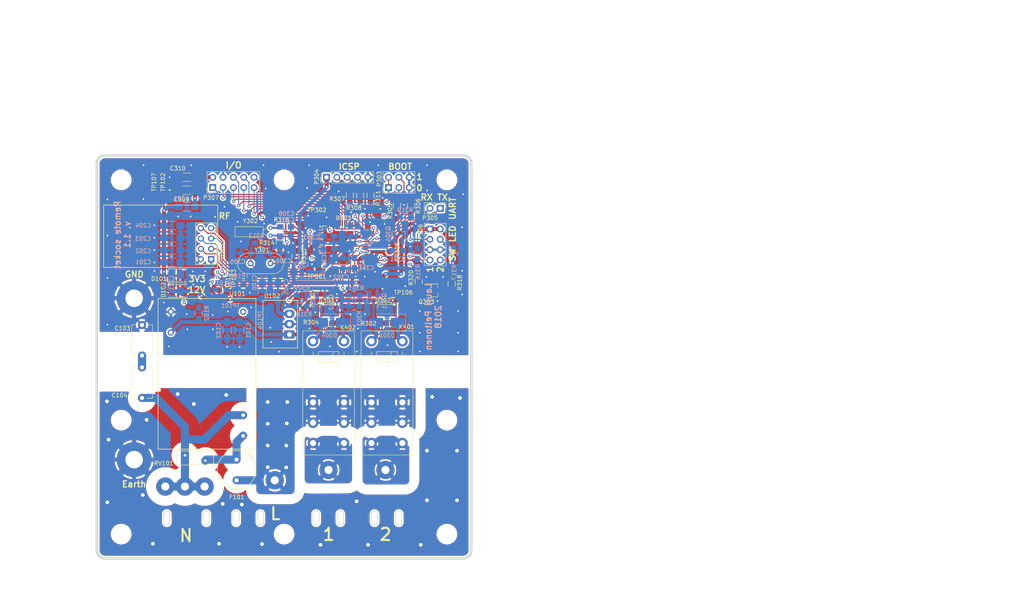
<source format=kicad_pcb>
(kicad_pcb (version 20171130) (host pcbnew "(5.0.0)")
  (title_block (title "Smart remote socket") (date 2.1.2020) (rev 1.1) (company "Lauri Peltonen"))
  (layers (0 F.Cu mixed) (31 B.Cu mixed) (34 B.Paste user hide) (35 F.Paste user hide) (36 B.SilkS user) (37 F.SilkS user) (38 B.Mask user) (39 F.Mask user) (44 Edge.Cuts user))
  (net 0 "")
  (net 1 +5V)
  (net 2 GND)
  (net 3 /Mid)
  (net 4 GNDPWR)
  (net 5 /Relays/Lout1)
  (net 6 /Relays/Lout2)
  (net 7 /Relays/Relay1)
  (net 8 /Relays/Relay2)
  (net 9 /Ctrl1)
  (net 10 /Ctrl2)
  (net 11 /rfIRQ)
  (net 12 /rfMOSI)
  (net 13 /rfMISO)
  (net 14 /rfCSK)
  (net 15 /rfCE)
  (net 16 /rfCSN)
  (net 17 HT)
  (net 18 Earth)
  (net 19 "Net-(D302-Pad1)")
  (net 20 "Net-(D303-Pad1)")
  (net 21 /Processor/boot0)
  (net 22 /Processor/boot1)
  (net 23 /Processor/swdio)
  (net 24 /Processor/swdclk)
  (net 25 /Processor/nrst)
  (net 26 /Processor/OSCOUT)
  (net 27 /Processor/XTAL11)
  (net 28 /Processor/OSC32OUT)
  (net 29 /Processor/XTAL21)
  (net 30 /Processor/boot0con)
  (net 31 /Processor/boot1con)
  (net 32 /Processor/swdiocon)
  (net 33 /Processor/swdclkcon)
  (net 34 /Processor/nrstcon)
  (net 35 /Processor/UART1_TX)
  (net 36 /Processor/UART1_RX)
  (net 37 /Processor/PB3)
  (net 38 /Processor/PB4)
  (net 39 /Processor/PB5)
  (net 40 /Processor/PB6)
  (net 41 /Processor/PB7)
  (net 42 /Processor/PB8)
  (net 43 /Processor/PB9)
  (net 44 /Processor/PA0)
  (net 45 /Processor/OSCIN)
  (net 46 /Processor/OSC32IN)
  (net 47 /L_fused)
  (net 48 /Processor/led1)
  (net 49 /Processor/led2)
  (net 50 /Processor/PB13)
  (net 51 /Processor/PB14)
  (net 52 "Net-(Q303-Pad1)")
  (net 53 "Net-(Q304-Pad1)")
  (net 54 /Processor/PB12)
  (net 55 /Processor/PB11)
  (net 56 /Processor/vdd_io)
  (net 57 "Net-(U301-Pad2)")
  (net 58 /Processor/PC0)
  (net 59 /Processor/PC1)
  (net 60 /Processor/PC2)
  (net 61 /Processor/PC3)
  (net 62 /Processor/PA1)
  (net 63 /Processor/PA2)
  (net 64 /Processor/PC4)
  (net 65 /Processor/PC5)
  (net 66 /Processor/PB10)
  (net 67 /Processor/PB15)
  (net 68 /Processor/PC6)
  (net 69 /Processor/PC7)
  (net 70 "Net-(U301-Pad44)")
  (net 71 "Net-(U301-Pad45)")
  (net 72 "Net-(U301-Pad50)")
  (net 73 "Net-(U301-Pad51)")
  (net 74 "Net-(U301-Pad52)")
  (net 75 "Net-(U301-Pad53)")
  (net 76 "Net-(U301-Pad54)")
  (net 77 +12V)
  (net 78 /RF/rfPWR_filt)
  (net 79 /Processor/vdd_filt)
  (net 80 "Net-(D101-Pad2)")
  (net 81 "Net-(D102-Pad2)")
  (net 82 "Net-(Q303-Pad3)")
  (net 83 "Net-(Q304-Pad3)")
  (net 84 "Net-(Q301-Pad1)")
  (net 85 "Net-(Q302-Pad1)")
  (net 86 /Processor/vbat)
  (net 87 /Processor/PC9)
  (net 88 /Processor/PC8)
  (module Pistoke:Relay_SPDT_Goodsky_GZ (layer F.Cu) (at 119.462 100.638 270)
    (fp_text reference K401 (at -3.538 -8.648 180) (layer F.SilkS))
    (fp_text value GZSH-12V)
    (pad 24 thru_hole circle (at 25 -7.6 270) (size 2.6 2.6) (drill 1.5) (layers *.Cu *.Mask) (net 5 /Relays/Lout1) (clearance 2.4))
    (pad 21 thru_hole circle (at 20 -7.6 270) (size 2.6 2.6) (drill 1.5) (layers *.Cu *.Mask) (net 17 HT) (clearance 2.4))
    (pad 22 thru_hole circle (at 15 -7.6 270) (size 2.6 2.6) (drill 1.5) (layers *.Cu *.Mask) (net 17 HT) (clearance 2.4))
    (pad 14 thru_hole circle (at 25 0 270) (size 2.6 2.6) (drill 1.5) (layers *.Cu *.Mask) (net 5 /Relays/Lout1) (clearance 2.4))
    (pad 11 thru_hole circle (at 20 0 270) (size 2.6 2.6) (drill 1.5) (layers *.Cu *.Mask) (net 17 HT) (clearance 2.4))
    (pad 12 thru_hole circle (at 15 0 270) (size 2.6 2.6) (drill 1.5) (layers *.Cu *.Mask) (net 17 HT) (clearance 2.4))
    (pad A2 thru_hole circle (at 0 0 270) (size 2.6 2.6) (drill 1.5) (layers *.Cu *.Mask) (net 7 /Relays/Relay1))
    (pad A1 thru_hole circle (at 0 -7.6 270) (size 2.6 2.6) (drill 1.5) (layers *.Cu *.Mask) (net 77 +12V))
  )
  (module Pistoke:Relay_SPDT_Goodsky_GZ (layer F.Cu) (at 105.118 100.638 270)
    (fp_text reference K402 (at -3.388 -8.592 180) (layer F.SilkS))
    (fp_text value GZSH-12V)
    (pad 24 thru_hole circle (at 25 -7.6 270) (size 2.6 2.6) (drill 1.5) (layers *.Cu *.Mask) (net 6 /Relays/Lout2) (clearance 2.4))
    (pad 21 thru_hole circle (at 20 -7.6 270) (size 2.6 2.6) (drill 1.5) (layers *.Cu *.Mask) (net 17 HT) (clearance 2.4))
    (pad 22 thru_hole circle (at 15 -7.6 270) (size 2.6 2.6) (drill 1.5) (layers *.Cu *.Mask) (net 17 HT) (clearance 2.4))
    (pad 14 thru_hole circle (at 25 0 270) (size 2.6 2.6) (drill 1.5) (layers *.Cu *.Mask) (net 6 /Relays/Lout2) (clearance 2.4))
    (pad 11 thru_hole circle (at 20 0 270) (size 2.6 2.6) (drill 1.5) (layers *.Cu *.Mask) (net 17 HT) (clearance 2.4))
    (pad 12 thru_hole circle (at 15 0 270) (size 2.6 2.6) (drill 1.5) (layers *.Cu *.Mask) (net 17 HT) (clearance 2.4))
    (pad A2 thru_hole circle (at 0 0 270) (size 2.6 2.6) (drill 1.5) (layers *.Cu *.Mask) (net 8 /Relays/Relay2))
    (pad A1 thru_hole circle (at 0 -7.6 270) (size 2.6 2.6) (drill 1.5) (layers *.Cu *.Mask) (net 77 +12V))
  )
  (module Capacitors_SMD:C_0805_HandSoldering (layer B.Cu) (at 115.278 81.442 270)
    (fp_text reference C311 (at 1.158 -2.922 180) (layer B.SilkS) (effects (justify mirror)))
    (fp_text value 100n)
    (pad 2 smd rect (at 1.25 0 270) (size 1.5 1.25) (layers B.Cu B.Paste B.Mask) (net 2 GND))
    (pad 1 smd rect (at -1.25 0 270) (size 1.5 1.25) (layers B.Cu B.Paste B.Mask) (net 79 /Processor/vdd_filt))
  )
  (module Capacitors_SMD:C_0805_HandSoldering (layer B.Cu) (at 98.4 74.808)
    (fp_text reference C307 (at 0.2 -4.008) (layer B.SilkS) (effects (justify mirror)))
    (fp_text value 8p)
    (pad 2 smd rect (at 1.25 0) (size 1.5 1.25) (layers B.Cu B.Paste B.Mask) (net 2 GND))
    (pad 1 smd rect (at -1.25 0) (size 1.5 1.25) (layers B.Cu B.Paste B.Mask) (net 28 /Processor/OSC32OUT))
  )
  (module Capacitors_SMD:C_0805_HandSoldering (layer B.Cu) (at 95.675571 79.014775)
    (fp_text reference C306 (at 2.184429 1.915225) (layer B.SilkS) (effects (justify mirror)))
    (fp_text value 40p)
    (pad 2 smd rect (at 1.25 0) (size 1.5 1.25) (layers B.Cu B.Paste B.Mask) (net 2 GND))
    (pad 1 smd rect (at -1.25 0) (size 1.5 1.25) (layers B.Cu B.Paste B.Mask) (net 27 /Processor/XTAL11))
  )
  (module Capacitors_SMD:C_0805_HandSoldering (layer B.Cu) (at 114.25 73.568 90)
    (fp_text reference C304 (at 3.168 -1.65 180) (layer B.SilkS) (effects (justify mirror)))
    (fp_text value 100n)
    (pad 2 smd rect (at 1.25 0 90) (size 1.5 1.25) (layers B.Cu B.Paste B.Mask) (net 2 GND))
    (pad 1 smd rect (at -1.25 0 90) (size 1.5 1.25) (layers B.Cu B.Paste B.Mask) (net 79 /Processor/vdd_filt))
  )
  (module Capacitors_SMD:C_0805_HandSoldering (layer B.Cu) (at 109 74.8 180)
    (fp_text reference C303 (at 4.3 -0.28 180) (layer B.SilkS) (effects (justify mirror)))
    (fp_text value 100n)
    (pad 2 smd rect (at 1.25 0 180) (size 1.5 1.25) (layers B.Cu B.Paste B.Mask) (net 2 GND))
    (pad 1 smd rect (at -1.25 0 180) (size 1.5 1.25) (layers B.Cu B.Paste B.Mask) (net 79 /Processor/vdd_filt))
  )
  (module Capacitors_SMD:C_0805_HandSoldering (layer B.Cu) (at 112.484 81.442 270)
    (fp_text reference C302 (at 3.458 0.484) (layer B.SilkS) (effects (justify mirror)))
    (fp_text value 100n)
    (pad 2 smd rect (at 1.25 0 270) (size 1.5 1.25) (layers B.Cu B.Paste B.Mask) (net 2 GND))
    (pad 1 smd rect (at -1.25 0 270) (size 1.5 1.25) (layers B.Cu B.Paste B.Mask) (net 79 /Processor/vdd_filt))
  )
  (module Capacitors_SMD:C_0805_HandSoldering (layer B.Cu) (at 109 78.05 180)
    (fp_text reference C301 (at 1.1 -3.15 90) (layer B.SilkS) (effects (justify mirror)))
    (fp_text value 100n)
    (pad 2 smd rect (at 1.25 0 180) (size 1.5 1.25) (layers B.Cu B.Paste B.Mask) (net 2 GND))
    (pad 1 smd rect (at -1.25 0 180) (size 1.5 1.25) (layers B.Cu B.Paste B.Mask) (net 79 /Processor/vdd_filt))
  )
  (module Capacitors_SMD:C_0805_HandSoldering (layer B.Cu) (at 98.4 72.558)
    (fp_text reference C308 (at 0.2 -3.258) (layer B.SilkS) (effects (justify mirror)))
    (fp_text value 8p)
    (pad 2 smd rect (at 1.25 0) (size 1.5 1.25) (layers B.Cu B.Paste B.Mask) (net 2 GND))
    (pad 1 smd rect (at -1.25 0) (size 1.5 1.25) (layers B.Cu B.Paste B.Mask) (net 29 /Processor/XTAL21))
  )
  (module Capacitors_SMD:C_0805_HandSoldering (layer B.Cu) (at 88.675571 79.014775 180)
    (fp_text reference C305 (at 2.075571 -2.085225 180) (layer B.SilkS) (effects (justify mirror)))
    (fp_text value 40p)
    (pad 2 smd rect (at 1.25 0 180) (size 1.5 1.25) (layers B.Cu B.Paste B.Mask) (net 2 GND))
    (pad 1 smd rect (at -1.25 0 180) (size 1.5 1.25) (layers B.Cu B.Paste B.Mask) (net 26 /Processor/OSCOUT))
  )
  (module Mounting_Holes:MountingHole_4.3mm_M4 (layer F.Cu) (at 138 148)
    (fp_text reference MK101 hide)
    (fp_text value Mounting_Hole)
    (pad 1 np_thru_hole circle (at 0 0) (size 4.3 4.3) (drill 4.3) (layers *.Cu *.Mask))
  )
  (module Housings_QFP:LQFP-64_10x10mm_Pitch0.5mm (layer F.Cu) (at 112.6 77.5)
    (fp_text reference U301 (at 0 -7.2) (layer F.SilkS))
    (fp_text value STM32F103R4Tx)
    (pad 64 smd rect (at -3.75 -5.7 90) (size 1 0.25) (layers F.Cu F.Paste F.Mask) (net 79 /Processor/vdd_filt))
    (pad 63 smd rect (at -3.25 -5.7 90) (size 1 0.25) (layers F.Cu F.Paste F.Mask) (net 2 GND))
    (pad 62 smd rect (at -2.75 -5.7 90) (size 1 0.25) (layers F.Cu F.Paste F.Mask) (net 43 /Processor/PB9))
    (pad 61 smd rect (at -2.25 -5.7 90) (size 1 0.25) (layers F.Cu F.Paste F.Mask) (net 42 /Processor/PB8))
    (pad 60 smd rect (at -1.75 -5.7 90) (size 1 0.25) (layers F.Cu F.Paste F.Mask) (net 21 /Processor/boot0))
    (pad 59 smd rect (at -1.25 -5.7 90) (size 1 0.25) (layers F.Cu F.Paste F.Mask) (net 41 /Processor/PB7))
    (pad 58 smd rect (at -0.75 -5.7 90) (size 1 0.25) (layers F.Cu F.Paste F.Mask) (net 40 /Processor/PB6))
    (pad 57 smd rect (at -0.25 -5.7 90) (size 1 0.25) (layers F.Cu F.Paste F.Mask) (net 39 /Processor/PB5))
    (pad 56 smd rect (at 0.25 -5.7 90) (size 1 0.25) (layers F.Cu F.Paste F.Mask) (net 38 /Processor/PB4))
    (pad 55 smd rect (at 0.75 -5.7 90) (size 1 0.25) (layers F.Cu F.Paste F.Mask) (net 37 /Processor/PB3))
    (pad 54 smd rect (at 1.25 -5.7 90) (size 1 0.25) (layers F.Cu F.Paste F.Mask) (net 76 "Net-(U301-Pad54)"))
    (pad 53 smd rect (at 1.75 -5.7 90) (size 1 0.25) (layers F.Cu F.Paste F.Mask) (net 75 "Net-(U301-Pad53)"))
    (pad 52 smd rect (at 2.25 -5.7 90) (size 1 0.25) (layers F.Cu F.Paste F.Mask) (net 74 "Net-(U301-Pad52)"))
    (pad 51 smd rect (at 2.75 -5.7 90) (size 1 0.25) (layers F.Cu F.Paste F.Mask) (net 73 "Net-(U301-Pad51)"))
    (pad 50 smd rect (at 3.25 -5.7 90) (size 1 0.25) (layers F.Cu F.Paste F.Mask) (net 72 "Net-(U301-Pad50)"))
    (pad 49 smd rect (at 3.75 -5.7 90) (size 1 0.25) (layers F.Cu F.Paste F.Mask) (net 24 /Processor/swdclk))
    (pad 48 smd rect (at 5.7 -3.75) (size 1 0.25) (layers F.Cu F.Paste F.Mask) (net 79 /Processor/vdd_filt))
    (pad 47 smd rect (at 5.7 -3.25) (size 1 0.25) (layers F.Cu F.Paste F.Mask) (net 2 GND))
    (pad 46 smd rect (at 5.7 -2.75) (size 1 0.25) (layers F.Cu F.Paste F.Mask) (net 23 /Processor/swdio))
    (pad 45 smd rect (at 5.7 -2.25) (size 1 0.25) (layers F.Cu F.Paste F.Mask) (net 71 "Net-(U301-Pad45)"))
    (pad 44 smd rect (at 5.7 -1.75) (size 1 0.25) (layers F.Cu F.Paste F.Mask) (net 70 "Net-(U301-Pad44)"))
    (pad 43 smd rect (at 5.7 -1.25) (size 1 0.25) (layers F.Cu F.Paste F.Mask) (net 36 /Processor/UART1_RX))
    (pad 42 smd rect (at 5.7 -0.75) (size 1 0.25) (layers F.Cu F.Paste F.Mask) (net 35 /Processor/UART1_TX))
    (pad 41 smd rect (at 5.7 -0.25) (size 1 0.25) (layers F.Cu F.Paste F.Mask) (net 11 /rfIRQ))
    (pad 40 smd rect (at 5.7 0.25) (size 1 0.25) (layers F.Cu F.Paste F.Mask) (net 87 /Processor/PC9))
    (pad 39 smd rect (at 5.7 0.75) (size 1 0.25) (layers F.Cu F.Paste F.Mask) (net 88 /Processor/PC8))
    (pad 38 smd rect (at 5.7 1.25) (size 1 0.25) (layers F.Cu F.Paste F.Mask) (net 69 /Processor/PC7))
    (pad 37 smd rect (at 5.7 1.75) (size 1 0.25) (layers F.Cu F.Paste F.Mask) (net 68 /Processor/PC6))
    (pad 36 smd rect (at 5.7 2.25) (size 1 0.25) (layers F.Cu F.Paste F.Mask) (net 67 /Processor/PB15))
    (pad 35 smd rect (at 5.7 2.75) (size 1 0.25) (layers F.Cu F.Paste F.Mask) (net 51 /Processor/PB14))
    (pad 34 smd rect (at 5.7 3.25) (size 1 0.25) (layers F.Cu F.Paste F.Mask) (net 50 /Processor/PB13))
    (pad 33 smd rect (at 5.7 3.75) (size 1 0.25) (layers F.Cu F.Paste F.Mask) (net 54 /Processor/PB12))
    (pad 32 smd rect (at 3.75 5.7 90) (size 1 0.25) (layers F.Cu F.Paste F.Mask) (net 79 /Processor/vdd_filt))
    (pad 31 smd rect (at 3.25 5.7 90) (size 1 0.25) (layers F.Cu F.Paste F.Mask) (net 2 GND))
    (pad 30 smd rect (at 2.75 5.7 90) (size 1 0.25) (layers F.Cu F.Paste F.Mask) (net 55 /Processor/PB11))
    (pad 29 smd rect (at 2.25 5.7 90) (size 1 0.25) (layers F.Cu F.Paste F.Mask) (net 66 /Processor/PB10))
    (pad 28 smd rect (at 1.75 5.7 90) (size 1 0.25) (layers F.Cu F.Paste F.Mask) (net 22 /Processor/boot1))
    (pad 27 smd rect (at 1.25 5.7 90) (size 1 0.25) (layers F.Cu F.Paste F.Mask) (net 10 /Ctrl2))
    (pad 26 smd rect (at 0.75 5.7 90) (size 1 0.25) (layers F.Cu F.Paste F.Mask) (net 9 /Ctrl1))
    (pad 25 smd rect (at 0.25 5.7 90) (size 1 0.25) (layers F.Cu F.Paste F.Mask) (net 65 /Processor/PC5))
    (pad 24 smd rect (at -0.25 5.7 90) (size 1 0.25) (layers F.Cu F.Paste F.Mask) (net 64 /Processor/PC4))
    (pad 23 smd rect (at -0.75 5.7 90) (size 1 0.25) (layers F.Cu F.Paste F.Mask) (net 12 /rfMOSI))
    (pad 22 smd rect (at -1.25 5.7 90) (size 1 0.25) (layers F.Cu F.Paste F.Mask) (net 13 /rfMISO))
    (pad 21 smd rect (at -1.75 5.7 90) (size 1 0.25) (layers F.Cu F.Paste F.Mask) (net 14 /rfCSK))
    (pad 20 smd rect (at -2.25 5.7 90) (size 1 0.25) (layers F.Cu F.Paste F.Mask) (net 16 /rfCSN))
    (pad 19 smd rect (at -2.75 5.7 90) (size 1 0.25) (layers F.Cu F.Paste F.Mask) (net 79 /Processor/vdd_filt))
    (pad 18 smd rect (at -3.25 5.7 90) (size 1 0.25) (layers F.Cu F.Paste F.Mask) (net 2 GND))
    (pad 17 smd rect (at -3.75 5.7 90) (size 1 0.25) (layers F.Cu F.Paste F.Mask) (net 15 /rfCE))
    (pad 16 smd rect (at -5.7 3.75) (size 1 0.25) (layers F.Cu F.Paste F.Mask) (net 63 /Processor/PA2))
    (pad 15 smd rect (at -5.7 3.25) (size 1 0.25) (layers F.Cu F.Paste F.Mask) (net 62 /Processor/PA1))
    (pad 14 smd rect (at -5.7 2.75) (size 1 0.25) (layers F.Cu F.Paste F.Mask) (net 44 /Processor/PA0))
    (pad 13 smd rect (at -5.7 2.25) (size 1 0.25) (layers F.Cu F.Paste F.Mask) (net 79 /Processor/vdd_filt))
    (pad 12 smd rect (at -5.7 1.75) (size 1 0.25) (layers F.Cu F.Paste F.Mask) (net 2 GND))
    (pad 11 smd rect (at -5.7 1.25) (size 1 0.25) (layers F.Cu F.Paste F.Mask) (net 61 /Processor/PC3))
    (pad 10 smd rect (at -5.7 0.75) (size 1 0.25) (layers F.Cu F.Paste F.Mask) (net 60 /Processor/PC2))
    (pad 9 smd rect (at -5.7 0.25) (size 1 0.25) (layers F.Cu F.Paste F.Mask) (net 59 /Processor/PC1))
    (pad 8 smd rect (at -5.7 -0.25) (size 1 0.25) (layers F.Cu F.Paste F.Mask) (net 58 /Processor/PC0))
    (pad 7 smd rect (at -5.7 -0.75) (size 1 0.25) (layers F.Cu F.Paste F.Mask) (net 25 /Processor/nrst))
    (pad 6 smd rect (at -5.7 -1.25) (size 1 0.25) (layers F.Cu F.Paste F.Mask) (net 26 /Processor/OSCOUT))
    (pad 5 smd rect (at -5.7 -1.75) (size 1 0.25) (layers F.Cu F.Paste F.Mask) (net 45 /Processor/OSCIN))
    (pad 4 smd rect (at -5.7 -2.25) (size 1 0.25) (layers F.Cu F.Paste F.Mask) (net 28 /Processor/OSC32OUT))
    (pad 3 smd rect (at -5.7 -2.75) (size 1 0.25) (layers F.Cu F.Paste F.Mask) (net 46 /Processor/OSC32IN))
    (pad 2 smd rect (at -5.7 -3.25) (size 1 0.25) (layers F.Cu F.Paste F.Mask) (net 57 "Net-(U301-Pad2)"))
    (pad 1 smd rect (at -5.7 -3.75) (size 1 0.25) (layers F.Cu F.Paste F.Mask) (net 86 /Processor/vbat))
  )
  (module Capacitors_SMD:C_1206_HandSoldering (layer B.Cu) (at 70.54 78.24 180)
    (fp_text reference C202 (at 7.14 -0.21 180) (layer B.SilkS) (effects (justify mirror)))
    (fp_text value "10u X7R")
    (pad 2 smd rect (at 2 0 180) (size 2 1.6) (layers B.Cu B.Paste B.Mask) (net 2 GND))
    (pad 1 smd rect (at -2 0 180) (size 2 1.6) (layers B.Cu B.Paste B.Mask) (net 78 /RF/rfPWR_filt))
  )
  (module Pin_Headers:Pin_Header_Straight_2x05_Pitch2.54mm (layer F.Cu) (at 80.48 62.9 90)
    (fp_text reference P307 (at -2.47 -0.41 180) (layer F.SilkS))
    (fp_text value CONN_01X10)
    (pad 10 thru_hole oval (at 2.54 10.16 90) (size 1.7 1.7) (drill 1) (layers *.Cu *.Mask) (net 44 /Processor/PA0))
    (pad 9 thru_hole oval (at 0 10.16 90) (size 1.7 1.7) (drill 1) (layers *.Cu *.Mask) (net 43 /Processor/PB9))
    (pad 8 thru_hole oval (at 2.54 7.62 90) (size 1.7 1.7) (drill 1) (layers *.Cu *.Mask) (net 41 /Processor/PB7))
    (pad 7 thru_hole oval (at 0 7.62 90) (size 1.7 1.7) (drill 1) (layers *.Cu *.Mask) (net 42 /Processor/PB8))
    (pad 6 thru_hole oval (at 2.54 5.08 90) (size 1.7 1.7) (drill 1) (layers *.Cu *.Mask) (net 40 /Processor/PB6))
    (pad 5 thru_hole oval (at 0 5.08 90) (size 1.7 1.7) (drill 1) (layers *.Cu *.Mask) (net 39 /Processor/PB5))
    (pad 4 thru_hole oval (at 2.54 2.54 90) (size 1.7 1.7) (drill 1) (layers *.Cu *.Mask) (net 2 GND))
    (pad 3 thru_hole oval (at 0 2.54 90) (size 1.7 1.7) (drill 1) (layers *.Cu *.Mask) (net 38 /Processor/PB4))
    (pad 2 thru_hole oval (at 2.54 0 90) (size 1.7 1.7) (drill 1) (layers *.Cu *.Mask) (net 56 /Processor/vdd_io))
    (pad 1 thru_hole rect (at 0 0 90) (size 1.7 1.7) (drill 1) (layers *.Cu *.Mask) (net 37 /Processor/PB3))
  )
  (module Capacitors_THT:C_Disc_D7.5mm_W5.0mm_P7.50mm (layer F.Cu) (at 63.119 104.147 90)
    (fp_text reference C103 (at 6.727 -4.819 180) (layer F.SilkS))
    (fp_text value "2.2nF 3kVDC Y")
    (pad 2 thru_hole circle (at 7.5 0 90) (size 2 2) (drill 1) (layers *.Cu *.Mask) (net 2 GND))
    (pad 1 thru_hole circle (at 0 0 90) (size 2 2) (drill 1) (layers *.Cu *.Mask) (net 3 /Mid))
  )
  (module Capacitors_THT:C_Disc_D7.5mm_W5.0mm_P7.50mm (layer F.Cu) (at 63.119 114.554 90)
    (fp_text reference C104 (at 0.644 -5.519 180) (layer F.SilkS))
    (fp_text value "2.2nF 3kVDC Y")
    (pad 2 thru_hole circle (at 7.5 0 90) (size 2 2) (drill 1) (layers *.Cu *.Mask) (net 3 /Mid))
    (pad 1 thru_hole circle (at 0 0 90) (size 2 2) (drill 1) (layers *.Cu *.Mask) (net 4 GNDPWR))
  )
  (module Diodes_SMD:D_SMB_Handsoldering (layer B.Cu) (at 123.286 96.05 180)
    (fp_text reference D301 (at -0.014 -3.15 180) (layer B.SilkS) (effects (justify mirror)))
    (fp_text value D)
    (pad 2 smd rect (at 2.7 0 180) (size 3.5 2.3) (layers B.Cu B.Paste B.Mask) (net 7 /Relays/Relay1))
    (pad 1 smd rect (at -2.7 0 180) (size 3.5 2.3) (layers B.Cu B.Paste B.Mask) (net 77 +12V))
  )
  (module Diodes_SMD:D_SMB_Handsoldering (layer B.Cu) (at 109.778 96.05 180)
    (fp_text reference D304 (at 0.678 -3.15 180) (layer B.SilkS) (effects (justify mirror)))
    (fp_text value D)
    (pad 2 smd rect (at 2.7 0 180) (size 3.5 2.3) (layers B.Cu B.Paste B.Mask) (net 8 /Relays/Relay2))
    (pad 1 smd rect (at -2.7 0 180) (size 3.5 2.3) (layers B.Cu B.Paste B.Mask) (net 77 +12V))
  )
  (module TO_SOT_Packages_SMD:SOT-23_Handsoldering (layer B.Cu) (at 119.944 90.551 270)
    (fp_text reference Q301 (at 0.249 -2.656 270) (layer B.SilkS) (effects (justify mirror)))
    (fp_text value BC817)
    (pad 3 smd rect (at 1.5 0 270) (size 1.9 0.8) (layers B.Cu B.Paste B.Mask) (net 7 /Relays/Relay1))
    (pad 2 smd rect (at -1.5 -0.95 270) (size 1.9 0.8) (layers B.Cu B.Paste B.Mask) (net 2 GND))
    (pad 1 smd rect (at -1.5 0.95 270) (size 1.9 0.8) (layers B.Cu B.Paste B.Mask) (net 84 "Net-(Q301-Pad1)"))
  )
  (module TO_SOT_Packages_SMD:SOT-23_Handsoldering (layer B.Cu) (at 107.061 90.932 270)
    (fp_text reference Q302 (at 0.127 -2.54 270) (layer B.SilkS) (effects (justify mirror)))
    (fp_text value BC817)
    (pad 3 smd rect (at 1.5 0 270) (size 1.9 0.8) (layers B.Cu B.Paste B.Mask) (net 8 /Relays/Relay2))
    (pad 2 smd rect (at -1.5 -0.95 270) (size 1.9 0.8) (layers B.Cu B.Paste B.Mask) (net 2 GND))
    (pad 1 smd rect (at -1.5 0.95 270) (size 1.9 0.8) (layers B.Cu B.Paste B.Mask) (net 85 "Net-(Q302-Pad1)"))
  )
  (module Resistors_SMD:R_0805_HandSoldering (layer B.Cu) (at 115.194 89.296 180)
    (fp_text reference R301 (at -0.506 1.696 180) (layer B.SilkS) (effects (justify mirror)))
    (fp_text value 1k)
    (pad 2 smd rect (at 1.35 0 180) (size 1.5 1.3) (layers B.Cu B.Paste B.Mask) (net 9 /Ctrl1))
    (pad 1 smd rect (at -1.35 0 180) (size 1.5 1.3) (layers B.Cu B.Paste B.Mask) (net 84 "Net-(Q301-Pad1)"))
  )
  (module Resistors_SMD:R_0805_HandSoldering (layer B.Cu) (at 115.194 92.046)
    (fp_text reference R303 (at 1.306 2.954 90) (layer B.SilkS) (effects (justify mirror)))
    (fp_text value 10k)
    (pad 2 smd rect (at 1.35 0) (size 1.5 1.3) (layers B.Cu B.Paste B.Mask) (net 84 "Net-(Q301-Pad1)"))
    (pad 1 smd rect (at -1.35 0) (size 1.5 1.3) (layers B.Cu B.Paste B.Mask) (net 2 GND))
  )
  (module Resistors_SMD:R_0805_HandSoldering (layer B.Cu) (at 102.438688 89.341636 180)
    (fp_text reference R309 (at -0.061312 1.841636 180) (layer B.SilkS) (effects (justify mirror)))
    (fp_text value 1k)
    (pad 2 smd rect (at 1.35 0 180) (size 1.5 1.3) (layers B.Cu B.Paste B.Mask) (net 10 /Ctrl2))
    (pad 1 smd rect (at -1.35 0 180) (size 1.5 1.3) (layers B.Cu B.Paste B.Mask) (net 85 "Net-(Q302-Pad1)"))
  )
  (module Resistors_SMD:R_0805_HandSoldering (layer B.Cu) (at 102.188688 92.091636)
    (fp_text reference R310 (at 0.711312 1.908364) (layer B.SilkS) (effects (justify mirror)))
    (fp_text value 10k)
    (pad 2 smd rect (at 1.35 0) (size 1.5 1.3) (layers B.Cu B.Paste B.Mask) (net 85 "Net-(Q302-Pad1)"))
    (pad 1 smd rect (at -1.35 0) (size 1.5 1.3) (layers B.Cu B.Paste B.Mask) (net 2 GND))
  )
  (module Pistoke:nRF24L01_module (layer F.Cu) (at 80.1 80.48 180)
    (fp_text reference U201 (at -2.832 1.994 270) (layer F.SilkS))
    (fp_text value nRF24L01_module)
    (pad 8 thru_hole circle (at 2.54 7.62 180) (size 1.524 1.524) (drill 0.9) (layers *.Cu *.Mask) (net 11 /rfIRQ))
    (pad 7 thru_hole circle (at 0 7.62 180) (size 1.524 1.524) (drill 0.9) (layers *.Cu *.Mask) (net 13 /rfMISO))
    (pad 6 thru_hole circle (at 2.54 5.08 180) (size 1.524 1.524) (drill 0.9) (layers *.Cu *.Mask) (net 12 /rfMOSI))
    (pad 5 thru_hole circle (at 0 5.08 180) (size 1.524 1.524) (drill 0.9) (layers *.Cu *.Mask) (net 14 /rfCSK))
    (pad 4 thru_hole circle (at 2.54 2.54 180) (size 1.524 1.524) (drill 0.9) (layers *.Cu *.Mask) (net 16 /rfCSN))
    (pad 3 thru_hole circle (at 0 2.54 180) (size 1.524 1.524) (drill 0.9) (layers *.Cu *.Mask) (net 15 /rfCE))
    (pad 2 thru_hole circle (at 2.54 0 180) (size 1.524 1.524) (drill 0.9) (layers *.Cu *.Mask) (net 78 /RF/rfPWR_filt))
    (pad 1 thru_hole rect (at 0 0 180) (size 1.524 1.524) (drill 0.9) (layers *.Cu *.Mask) (net 2 GND))
  )
  (module Resistors_SMD:R_0805_HandSoldering (layer F.Cu) (at 123.406 96.174 180)
    (fp_text reference R302 (at 4.636 -0.096 180) (layer F.SilkS))
    (fp_text value 10k)
    (pad 2 smd rect (at 1.35 0 180) (size 1.5 1.3) (layers F.Cu F.Paste F.Mask) (net 7 /Relays/Relay1))
    (pad 1 smd rect (at -1.35 0 180) (size 1.5 1.3) (layers F.Cu F.Paste F.Mask) (net 19 "Net-(D302-Pad1)"))
  )
  (module Resistors_SMD:R_0805_HandSoldering (layer F.Cu) (at 109.25 96.174 180)
    (fp_text reference R304 (at 4.62 0.194 180) (layer F.SilkS))
    (fp_text value 10k)
    (pad 2 smd rect (at 1.35 0 180) (size 1.5 1.3) (layers F.Cu F.Paste F.Mask) (net 8 /Relays/Relay2))
    (pad 1 smd rect (at -1.35 0 180) (size 1.5 1.3) (layers F.Cu F.Paste F.Mask) (net 20 "Net-(D303-Pad1)"))
  )
  (module Fuse_Holders_and_Fuses:Fuseholder_Fuse_TR5_Littlefuse-No560_No460 (layer F.Cu) (at 86.322 132.242 90)
    (fp_text reference F101 (at -6.658 0.068 180) (layer F.SilkS))
    (fp_text value Fuse)
    (pad 2 thru_hole circle (at 2.54 0.01016 90) (size 1.50114 1.50114) (drill 1.00076) (layers *.Cu *.Mask) (net 47 /L_fused))
    (pad 1 thru_hole circle (at -2.54 0 90) (size 1.50114 1.50114) (drill 1.00076) (layers *.Cu *.Mask) (net 17 HT))
  )
  (module Mounting_Holes:MountingHole_4.3mm_M4_Pad (layer F.Cu) (at 61.176 129.702 180)
    (fp_text reference J101 hide)
    (fp_text value Screw_Terminal_1x01)
    (pad 1 thru_hole circle (at 0 0 180) (size 8.6 8.6) (drill 4.3) (layers *.Cu *.Mask) (net 18 Earth))
  )
  (module Mounting_Holes:MountingHole_4.3mm_M4_Pad (layer F.Cu) (at 61.176 90.078 180)
    (fp_text reference J102 hide)
    (fp_text value Screw_Terminal_1x01)
    (pad 1 thru_hole circle (at 0 0 180) (size 8.6 8.6) (drill 4.3) (layers *.Cu *.Mask) (net 2 GND))
  )
  (module Resistors_SMD:R_0805_HandSoldering (layer F.Cu) (at 125.73 67.345 270)
    (fp_text reference R305 (at 1.362 1.7 270) (layer F.SilkS))
    (fp_text value 100k)
    (pad 2 smd rect (at 1.35 0 270) (size 1.5 1.3) (layers F.Cu F.Paste F.Mask) (net 21 /Processor/boot0))
    (pad 1 smd rect (at -1.35 0 270) (size 1.5 1.3) (layers F.Cu F.Paste F.Mask) (net 30 /Processor/boot0con))
  )
  (module Resistors_SMD:R_0805_HandSoldering (layer F.Cu) (at 129.159 67.345 90)
    (fp_text reference R306 (at -0.092 1.778 90) (layer F.SilkS))
    (fp_text value 100k)
    (pad 2 smd rect (at 1.35 0 90) (size 1.5 1.3) (layers F.Cu F.Paste F.Mask) (net 31 /Processor/boot1con))
    (pad 1 smd rect (at -1.35 0 90) (size 1.5 1.3) (layers F.Cu F.Paste F.Mask) (net 22 /Processor/boot1))
  )
  (module Resistors_SMD:R_0805_HandSoldering (layer F.Cu) (at 114.135 64.805 270)
    (fp_text reference R307 (at 0.87 3.11) (layer F.SilkS))
    (fp_text value 100)
    (pad 2 smd rect (at 1.35 0 270) (size 1.5 1.3) (layers F.Cu F.Paste F.Mask) (net 23 /Processor/swdio))
    (pad 1 smd rect (at -1.35 0 270) (size 1.5 1.3) (layers F.Cu F.Paste F.Mask) (net 32 /Processor/swdiocon))
  )
  (module Resistors_SMD:R_0805_HandSoldering (layer F.Cu) (at 116.675 64.805 270)
    (fp_text reference R308 (at 3.095 1.525 180) (layer F.SilkS))
    (fp_text value 100)
    (pad 2 smd rect (at 1.35 0 270) (size 1.5 1.3) (layers F.Cu F.Paste F.Mask) (net 24 /Processor/swdclk))
    (pad 1 smd rect (at -1.35 0 270) (size 1.5 1.3) (layers F.Cu F.Paste F.Mask) (net 33 /Processor/swdclkcon))
  )
  (module Resistors_SMD:R_0805_HandSoldering (layer F.Cu) (at 119.215 64.805 270)
    (fp_text reference R311 (at 0.695 -1.855 90) (layer F.SilkS))
    (fp_text value 100)
    (pad 2 smd rect (at 1.35 0 270) (size 1.5 1.3) (layers F.Cu F.Paste F.Mask) (net 25 /Processor/nrst))
    (pad 1 smd rect (at -1.35 0 270) (size 1.5 1.3) (layers F.Cu F.Paste F.Mask) (net 34 /Processor/nrstcon))
  )
  (module Resistors_SMD:R_0805_HandSoldering (layer B.Cu) (at 92.175571 76.514775 180)
    (fp_text reference R312 (at 0.975571 1.814775 180) (layer B.SilkS) (effects (justify mirror)))
    (fp_text value 1M*)
    (pad 2 smd rect (at 1.35 0 180) (size 1.5 1.3) (layers B.Cu B.Paste B.Mask) (net 26 /Processor/OSCOUT))
    (pad 1 smd rect (at -1.35 0 180) (size 1.5 1.3) (layers B.Cu B.Paste B.Mask) (net 27 /Processor/XTAL11))
  )
  (module Resistors_SMD:R_0805_HandSoldering (layer F.Cu) (at 100.8 79.8 270)
    (fp_text reference R313 (at 0 -2.1 270) (layer F.SilkS))
    (fp_text value 0)
    (pad 2 smd rect (at 1.35 0 270) (size 1.5 1.3) (layers F.Cu F.Paste F.Mask) (net 27 /Processor/XTAL11))
    (pad 1 smd rect (at -1.35 0 270) (size 1.5 1.3) (layers F.Cu F.Paste F.Mask) (net 45 /Processor/OSCIN))
  )
  (module Resistors_SMD:R_0805_HandSoldering (layer F.Cu) (at 96.95 76.258 90)
    (fp_text reference R314 (at -0.192 -3.15) (layer F.SilkS))
    (fp_text value 1M*)
    (pad 2 smd rect (at 1.35 0 90) (size 1.5 1.3) (layers F.Cu F.Paste F.Mask) (net 28 /Processor/OSC32OUT))
    (pad 1 smd rect (at -1.35 0 90) (size 1.5 1.3) (layers F.Cu F.Paste F.Mask) (net 29 /Processor/XTAL21))
  )
  (module Resistors_SMD:R_0805_HandSoldering (layer F.Cu) (at 98.4 72.558 180)
    (fp_text reference R315 (at 1 1.758 180) (layer F.SilkS))
    (fp_text value 0)
    (pad 2 smd rect (at 1.35 0 180) (size 1.5 1.3) (layers F.Cu F.Paste F.Mask) (net 29 /Processor/XTAL21))
    (pad 1 smd rect (at -1.35 0 180) (size 1.5 1.3) (layers F.Cu F.Paste F.Mask) (net 46 /Processor/OSC32IN))
  )
  (module Crystals:Crystal_HC18-U_Vertical (layer F.Cu) (at 89.775571 81.514775)
    (fp_text reference Y301 (at 2.799429 -3.339775) (layer F.SilkS))
    (fp_text value 8.000MHz)
    (pad 2 thru_hole circle (at 4.9 0) (size 1.5 1.5) (drill 0.8) (layers *.Cu *.Mask) (net 27 /Processor/XTAL11))
    (pad 1 thru_hole circle (at 0 0) (size 1.5 1.5) (drill 0.8) (layers *.Cu *.Mask) (net 26 /Processor/OSCOUT))
  )
  (module Crystals:Crystal_C26-LF_d2.1mm_l6.5mm_Horizontal (layer F.Cu) (at 94.65 72.776 270)
    (fp_text reference Y302 (at -1.676 4.925) (layer F.SilkS))
    (fp_text value 32.768k)
    (pad 2 thru_hole circle (at 1.9 0 270) (size 1 1) (drill 0.5) (layers *.Cu *.Mask) (net 28 /Processor/OSC32OUT))
    (pad 1 thru_hole circle (at 0 0 270) (size 1 1) (drill 0.5) (layers *.Cu *.Mask) (net 29 /Processor/XTAL21))
  )
  (module Varistors:RV_Disc_D9_W3.5_P5 (layer F.Cu) (at 73.654 128.656)
    (fp_text reference RV101 (at -5.194 1.954) (layer F.SilkS))
    (fp_text value "EPCOS S14 < 1kV?")
    (pad 2 thru_hole circle (at 5 1.3) (size 1.6 1.6) (drill 0.6) (layers *.Cu *.Mask) (net 47 /L_fused))
    (pad 1 thru_hole circle (at 0 0) (size 1.6 1.6) (drill 0.6) (layers *.Cu *.Mask) (net 4 GNDPWR))
  )
  (module TO_SOT_Packages_SMD:SOT-23_Handsoldering (layer F.Cu) (at 135.001 88.138)
    (fp_text reference Q303 (at -2.032 2.794) (layer F.SilkS))
    (fp_text value BC817)
    (pad 3 smd rect (at 1.5 0) (size 1.9 0.8) (layers F.Cu F.Paste F.Mask) (net 82 "Net-(Q303-Pad3)"))
    (pad 2 smd rect (at -1.5 0.95) (size 1.9 0.8) (layers F.Cu F.Paste F.Mask) (net 2 GND))
    (pad 1 smd rect (at -1.5 -0.95) (size 1.9 0.8) (layers F.Cu F.Paste F.Mask) (net 52 "Net-(Q303-Pad1)"))
  )
  (module TO_SOT_Packages_SMD:SOT-23_Handsoldering (layer B.Cu) (at 126.111 74.422 90)
    (fp_text reference Q304 (at 0.122 -2.511 270) (layer B.SilkS) (effects (justify mirror)))
    (fp_text value BC817)
    (pad 3 smd rect (at 1.5 0 90) (size 1.9 0.8) (layers B.Cu B.Paste B.Mask) (net 83 "Net-(Q304-Pad3)"))
    (pad 2 smd rect (at -1.5 -0.95 90) (size 1.9 0.8) (layers B.Cu B.Paste B.Mask) (net 2 GND))
    (pad 1 smd rect (at -1.5 0.95 90) (size 1.9 0.8) (layers B.Cu B.Paste B.Mask) (net 53 "Net-(Q304-Pad1)"))
  )
  (module Resistors_SMD:R_0805_HandSoldering (layer B.Cu) (at 130.772 79.156 270)
    (fp_text reference R316 (at 4.444 -0.128 90) (layer B.SilkS) (effects (justify mirror)))
    (fp_text value 4.7k)
    (pad 2 smd rect (at 1.35 0 270) (size 1.5 1.3) (layers B.Cu B.Paste B.Mask) (net 50 /Processor/PB13))
    (pad 1 smd rect (at -1.35 0 270) (size 1.5 1.3) (layers B.Cu B.Paste B.Mask) (net 1 +5V))
  )
  (module Resistors_SMD:R_0805_HandSoldering (layer B.Cu) (at 139.662 79.156 270)
    (fp_text reference R317 (at 4.544 -0.138 270) (layer B.SilkS) (effects (justify mirror)))
    (fp_text value 4.7k)
    (pad 2 smd rect (at 1.35 0 270) (size 1.5 1.3) (layers B.Cu B.Paste B.Mask) (net 51 /Processor/PB14))
    (pad 1 smd rect (at -1.35 0 270) (size 1.5 1.3) (layers B.Cu B.Paste B.Mask) (net 1 +5V))
  )
  (module Resistors_SMD:R_0805_HandSoldering (layer F.Cu) (at 139.154 86.522 90)
    (fp_text reference R318 (at 0.292 1.986 90) (layer F.SilkS))
    (fp_text value 100)
    (pad 2 smd rect (at 1.35 0 90) (size 1.5 1.3) (layers F.Cu F.Paste F.Mask) (net 49 /Processor/led2))
    (pad 1 smd rect (at -1.35 0 90) (size 1.5 1.3) (layers F.Cu F.Paste F.Mask) (net 82 "Net-(Q303-Pad3)"))
  )
  (module Resistors_SMD:R_0805_HandSoldering (layer B.Cu) (at 127.762 70.104)
    (fp_text reference R319 (at 0 -1.704) (layer B.SilkS) (effects (justify mirror)))
    (fp_text value 100)
    (pad 2 smd rect (at 1.35 0) (size 1.5 1.3) (layers B.Cu B.Paste B.Mask) (net 48 /Processor/led1))
    (pad 1 smd rect (at -1.35 0) (size 1.5 1.3) (layers B.Cu B.Paste B.Mask) (net 83 "Net-(Q304-Pad3)"))
  )
  (module Resistors_SMD:R_0805_HandSoldering (layer F.Cu) (at 131.064 85.979 270)
    (fp_text reference R320 (at -0.919 1.894 270) (layer F.SilkS))
    (fp_text value 10k)
    (pad 2 smd rect (at 1.35 0 270) (size 1.5 1.3) (layers F.Cu F.Paste F.Mask) (net 52 "Net-(Q303-Pad1)"))
    (pad 1 smd rect (at -1.35 0 270) (size 1.5 1.3) (layers F.Cu F.Paste F.Mask) (net 54 /Processor/PB12))
  )
  (module Resistors_SMD:R_0805_HandSoldering (layer B.Cu) (at 125.946 78.394)
    (fp_text reference R321 (at 0 2.1) (layer B.SilkS) (effects (justify mirror)))
    (fp_text value 10k)
    (pad 2 smd rect (at 1.35 0) (size 1.5 1.3) (layers B.Cu B.Paste B.Mask) (net 53 "Net-(Q304-Pad1)"))
    (pad 1 smd rect (at -1.35 0) (size 1.5 1.3) (layers B.Cu B.Paste B.Mask) (net 55 /Processor/PB11))
  )
  (module Pin_Headers:Pin_Header_Straight_2x03_Pitch2.54mm (layer F.Cu) (at 123.66 62.9 90)
    (fp_text reference P303 (at 2.14 -2.28 90) (layer F.SilkS))
    (fp_text value CONN_02X03)
    (pad 6 thru_hole oval (at 2.54 5.08 90) (size 1.7 1.7) (drill 1) (layers *.Cu *.Mask) (net 2 GND))
    (pad 5 thru_hole oval (at 0 5.08 90) (size 1.7 1.7) (drill 1) (layers *.Cu *.Mask) (net 2 GND))
    (pad 4 thru_hole oval (at 2.54 2.54 90) (size 1.7 1.7) (drill 1) (layers *.Cu *.Mask) (net 31 /Processor/boot1con))
    (pad 3 thru_hole oval (at 0 2.54 90) (size 1.7 1.7) (drill 1) (layers *.Cu *.Mask) (net 30 /Processor/boot0con))
    (pad 2 thru_hole oval (at 2.54 0 90) (size 1.7 1.7) (drill 1) (layers *.Cu *.Mask) (net 79 /Processor/vdd_filt))
    (pad 1 thru_hole rect (at 0 0 90) (size 1.7 1.7) (drill 1) (layers *.Cu *.Mask) (net 79 /Processor/vdd_filt))
  )
  (module Pin_Headers:Pin_Header_Straight_1x05_Pitch2.54mm (layer F.Cu) (at 108.42 60.36 90)
    (fp_text reference P304 (at 0.11 -2.42 270) (layer F.SilkS))
    (fp_text value CONN_01X05)
    (pad 5 thru_hole oval (at 0 10.16 90) (size 1.7 1.7) (drill 1) (layers *.Cu *.Mask) (net 2 GND))
    (pad 4 thru_hole oval (at 0 7.62 90) (size 1.7 1.7) (drill 1) (layers *.Cu *.Mask) (net 34 /Processor/nrstcon))
    (pad 3 thru_hole oval (at 0 5.08 90) (size 1.7 1.7) (drill 1) (layers *.Cu *.Mask) (net 33 /Processor/swdclkcon))
    (pad 2 thru_hole oval (at 0 2.54 90) (size 1.7 1.7) (drill 1) (layers *.Cu *.Mask) (net 32 /Processor/swdiocon))
    (pad 1 thru_hole rect (at 0 0 90) (size 1.7 1.7) (drill 1) (layers *.Cu *.Mask) (net 1 +5V))
  )
  (module Pin_Headers:Pin_Header_Straight_1x02_Pitch2.54mm (layer F.Cu) (at 136.36 67.98 270)
    (fp_text reference P305 (at 2.378 2.502) (layer F.SilkS))
    (fp_text value CONN_01X02)
    (pad 2 thru_hole oval (at 0 2.54 270) (size 1.7 1.7) (drill 1) (layers *.Cu *.Mask) (net 36 /Processor/UART1_RX))
    (pad 1 thru_hole rect (at 0 0 270) (size 1.7 1.7) (drill 1) (layers *.Cu *.Mask) (net 35 /Processor/UART1_TX))
  )
  (module Capacitors_SMD:C_1206_HandSoldering (layer B.Cu) (at 87.084 97.952 270)
    (fp_text reference C101 (at 0.048 -2.166 270) (layer B.SilkS) (effects (justify mirror)))
    (fp_text value 10u)
    (pad 2 smd rect (at 2 0 270) (size 2 1.6) (layers B.Cu B.Paste B.Mask) (net 2 GND))
    (pad 1 smd rect (at -2 0 270) (size 2 1.6) (layers B.Cu B.Paste B.Mask) (net 77 +12V))
  )
  (module Capacitors_SMD:C_1206_HandSoldering (layer B.Cu) (at 84.036 97.92 270)
    (fp_text reference C102 (at 0.08 2.136 270) (layer B.SilkS) (effects (justify mirror)))
    (fp_text value 10u)
    (pad 2 smd rect (at 2 0 270) (size 2 1.6) (layers B.Cu B.Paste B.Mask) (net 2 GND))
    (pad 1 smd rect (at -2 0 270) (size 2 1.6) (layers B.Cu B.Paste B.Mask) (net 77 +12V))
  )
  (module Capacitors_SMD:C_1206_HandSoldering (layer B.Cu) (at 70.54 81.24 180)
    (fp_text reference C201 (at 7.14 0.04 180) (layer B.SilkS) (effects (justify mirror)))
    (fp_text value "10u X7R")
    (pad 2 smd rect (at 2 0 180) (size 2 1.6) (layers B.Cu B.Paste B.Mask) (net 2 GND))
    (pad 1 smd rect (at -2 0 180) (size 2 1.6) (layers B.Cu B.Paste B.Mask) (net 78 /RF/rfPWR_filt))
  )
  (module Capacitors_SMD:C_1206_HandSoldering (layer B.Cu) (at 70.54 75.24 180)
    (fp_text reference C203 (at 7.14 -0.21 180) (layer B.SilkS) (effects (justify mirror)))
    (fp_text value "10u X7R")
    (pad 2 smd rect (at 2 0 180) (size 2 1.6) (layers B.Cu B.Paste B.Mask) (net 2 GND))
    (pad 1 smd rect (at -2 0 180) (size 2 1.6) (layers B.Cu B.Paste B.Mask) (net 78 /RF/rfPWR_filt))
  )
  (module Capacitors_SMD:C_1206_HandSoldering (layer B.Cu) (at 70.54 72.24 180)
    (fp_text reference C204 (at 7.14 0.04 180) (layer B.SilkS) (effects (justify mirror)))
    (fp_text value "10u X7R")
    (pad 2 smd rect (at 2 0 180) (size 2 1.6) (layers B.Cu B.Paste B.Mask) (net 2 GND))
    (pad 1 smd rect (at -2 0 180) (size 2 1.6) (layers B.Cu B.Paste B.Mask) (net 78 /RF/rfPWR_filt))
  )
  (module Capacitors_SMD:C_1206_HandSoldering (layer F.Cu) (at 74.13 63.535 180)
    (fp_text reference C309 (at 1.31 -2.295 180) (layer F.SilkS))
    (fp_text value 10u)
    (pad 2 smd rect (at 2 0 180) (size 2 1.6) (layers F.Cu F.Paste F.Mask) (net 2 GND))
    (pad 1 smd rect (at -2 0 180) (size 2 1.6) (layers F.Cu F.Paste F.Mask) (net 56 /Processor/vdd_io))
  )
  (module Capacitors_SMD:C_1206_HandSoldering (layer F.Cu) (at 74.13 60.36 180)
    (fp_text reference C310 (at 2.25 2.2 180) (layer F.SilkS))
    (fp_text value 10u)
    (pad 2 smd rect (at 2 0 180) (size 2 1.6) (layers F.Cu F.Paste F.Mask) (net 2 GND))
    (pad 1 smd rect (at -2 0 180) (size 2 1.6) (layers F.Cu F.Paste F.Mask) (net 56 /Processor/vdd_io))
  )
  (module Resistors_SMD:R_1206_HandSoldering (layer B.Cu) (at 72.6 86.325 90)
    (fp_text reference L201 (at 0 -2.24 90) (layer B.SilkS) (effects (justify mirror)))
    (fp_text value Ferrite_Bead_Small)
    (pad 2 smd rect (at 2 0 90) (size 2 1.7) (layers B.Cu B.Paste B.Mask) (net 78 /RF/rfPWR_filt))
    (pad 1 smd rect (at -2 0 90) (size 2 1.7) (layers B.Cu B.Paste B.Mask) (net 1 +5V))
  )
  (module Resistors_SMD:R_1206_HandSoldering (layer B.Cu) (at 74.125 67.575)
    (fp_text reference L301 (at -1.425 -2.075) (layer B.SilkS) (effects (justify mirror)))
    (fp_text value Ferrite_Bead_Small)
    (pad 2 smd rect (at 2 0) (size 2 1.7) (layers B.Cu B.Paste B.Mask) (net 56 /Processor/vdd_io))
    (pad 1 smd rect (at -2 0) (size 2 1.7) (layers B.Cu B.Paste B.Mask) (net 1 +5V))
  )
  (module Pin_Headers:Pin_Header_Straight_2x04_Pitch2.54mm (layer F.Cu) (at 133.82 73.06)
    (fp_text reference P306 (at -2.32 0.69 90) (layer F.SilkS))
    (fp_text value CONN_01X10)
    (pad 8 thru_hole oval (at 2.54 7.62) (size 1.7 1.7) (drill 1) (layers *.Cu *.Mask) (net 51 /Processor/PB14))
    (pad 7 thru_hole oval (at 0 7.62) (size 1.7 1.7) (drill 1) (layers *.Cu *.Mask) (net 50 /Processor/PB13))
    (pad 6 thru_hole oval (at 2.54 5.08) (size 1.7 1.7) (drill 1) (layers *.Cu *.Mask) (net 2 GND))
    (pad 5 thru_hole oval (at 0 5.08) (size 1.7 1.7) (drill 1) (layers *.Cu *.Mask) (net 2 GND))
    (pad 4 thru_hole oval (at 2.54 2.54) (size 1.7 1.7) (drill 1) (layers *.Cu *.Mask) (net 49 /Processor/led2))
    (pad 3 thru_hole oval (at 0 2.54) (size 1.7 1.7) (drill 1) (layers *.Cu *.Mask) (net 48 /Processor/led1))
    (pad 2 thru_hole oval (at 2.54 0) (size 1.7 1.7) (drill 1) (layers *.Cu *.Mask) (net 1 +5V))
    (pad 1 thru_hole rect (at 0 0) (size 1.7 1.7) (drill 1) (layers *.Cu *.Mask) (net 1 +5V))
  )
  (module Mounting_Holes:MountingHole_4.3mm_M4 (layer F.Cu) (at 58 148)
    (fp_text reference MK102 hide)
    (fp_text value Mounting_Hole)
    (pad 1 np_thru_hole circle (at 0 0) (size 4.3 4.3) (drill 4.3) (layers *.Cu *.Mask))
  )
  (module Mounting_Holes:MountingHole_4.3mm_M4 (layer F.Cu) (at 58 61)
    (fp_text reference MK103 hide)
    (fp_text value Mounting_Hole)
    (pad 1 np_thru_hole circle (at 0 0) (size 4.3 4.3) (drill 4.3) (layers *.Cu *.Mask))
  )
  (module Mounting_Holes:MountingHole_4.3mm_M4 (layer F.Cu) (at 138 61)
    (fp_text reference MK104 hide)
    (fp_text value Mounting_Hole)
    (pad 1 np_thru_hole circle (at 0 0) (size 4.3 4.3) (drill 4.3) (layers *.Cu *.Mask))
  )
  (module Mounting_Holes:MountingHole_4.3mm_M4 (layer F.Cu) (at 58 120)
    (fp_text reference MK105 hide)
    (fp_text value Mounting_Hole)
    (pad 1 np_thru_hole circle (at 0 0) (size 4.3 4.3) (drill 4.3) (layers *.Cu *.Mask))
  )
  (module Mounting_Holes:MountingHole_4.3mm_M4 (layer F.Cu) (at 138 120)
    (fp_text reference MK106 hide)
    (fp_text value Mounting_Hole)
    (pad 1 np_thru_hole circle (at 0 0) (size 4.3 4.3) (drill 4.3) (layers *.Cu *.Mask))
  )
  (module Mounting_Holes:MountingHole_4.3mm_M4 (layer F.Cu) (at 98 61)
    (fp_text reference MK107 hide)
    (fp_text value Mounting_Hole)
    (pad 1 np_thru_hole circle (at 0 0) (size 4.3 4.3) (drill 4.3) (layers *.Cu *.Mask))
  )
  (module Capacitors_SMD:C_1206_HandSoldering (layer B.Cu) (at 96.482 88.3 90)
    (fp_text reference C105 (at 1.05 2.018 90) (layer B.SilkS) (effects (justify mirror)))
    (fp_text value 10u)
    (pad 2 smd rect (at 2 0 90) (size 2 1.6) (layers B.Cu B.Paste B.Mask) (net 2 GND))
    (pad 1 smd rect (at -2 0 90) (size 2 1.6) (layers B.Cu B.Paste B.Mask) (net 1 +5V))
  )
  (module Capacitors_SMD:C_1206_HandSoldering (layer B.Cu) (at 92.672 88.268 90)
    (fp_text reference C106 (at 2.068 -1.972 90) (layer B.SilkS) (effects (justify mirror)))
    (fp_text value 10u)
    (pad 2 smd rect (at 2 0 90) (size 2 1.6) (layers B.Cu B.Paste B.Mask) (net 2 GND))
    (pad 1 smd rect (at -2 0 90) (size 2 1.6) (layers B.Cu B.Paste B.Mask) (net 1 +5V))
  )
  (module Resistors_SMD:R_1206_HandSoldering (layer B.Cu) (at 102.356 83.728)
    (fp_text reference L302 (at -0.106 -1.918) (layer B.SilkS) (effects (justify mirror)))
    (fp_text value Ferrite_Bead_Small)
    (pad 2 smd rect (at 2 0) (size 2 1.7) (layers B.Cu B.Paste B.Mask) (net 79 /Processor/vdd_filt))
    (pad 1 smd rect (at -2 0) (size 2 1.7) (layers B.Cu B.Paste B.Mask) (net 1 +5V))
  )
  (module Measurement_Points:Measurement_Point_Round-SMD-Pad_Small (layer B.Cu) (at 87.122 89.916)
    (fp_text reference TP101 (at -2.322 1.984 180) (layer B.SilkS) (effects (justify mirror)))
    (fp_text value TEST)
    (pad 1 smd circle (at 0 0) (size 1.5 1.5) (layers B.Cu B.Mask) (net 1 +5V))
  )
  (module Measurement_Points:Measurement_Point_Round-SMD-Pad_Small (layer F.Cu) (at 68.6 65.275)
    (fp_text reference TP102 (at -0.35 -3.705 90) (layer F.SilkS))
    (fp_text value TEST)
    (pad 1 smd circle (at 0 0) (size 1.5 1.5) (layers F.Cu F.Mask) (net 1 +5V))
  )
  (module Measurement_Points:Measurement_Point_Round-SMD-Pad_Small (layer F.Cu) (at 82.042 88.138)
    (fp_text reference TP103 (at 3.618 -2.888 90) (layer F.SilkS))
    (fp_text value TEST)
    (pad 1 smd circle (at 0 0) (size 1.5 1.5) (layers F.Cu F.Mask) (net 1 +5V))
  )
  (module Measurement_Points:Measurement_Point_Round-SMD-Pad_Small (layer B.Cu) (at 91.948 98.933)
    (fp_text reference TP104 (at 0.152 -3.533 270) (layer B.SilkS) (effects (justify mirror)))
    (fp_text value TEST)
    (pad 1 smd circle (at 0 0) (size 1.5 1.5) (layers B.Cu B.Mask) (net 77 +12V))
  )
  (module Measurement_Points:Measurement_Point_Round-SMD-Pad_Small (layer F.Cu) (at 102.87 92.71)
    (fp_text reference TP105 (at 2.09 -2.54 270) (layer F.SilkS))
    (fp_text value TEST)
    (pad 1 smd circle (at 0 0) (size 1.5 1.5) (layers F.Cu F.Mask) (net 77 +12V))
  )
  (module Measurement_Points:Measurement_Point_Round-SMD-Pad_Small (layer F.Cu) (at 127.3 90.551)
    (fp_text reference TP106 (at 0 -1.905) (layer F.SilkS))
    (fp_text value TEST)
    (pad 1 smd circle (at 0 0) (size 1.5 1.5) (layers F.Cu F.Mask) (net 77 +12V))
  )
  (module Measurement_Points:Measurement_Point_Round-SMD-Pad_Small (layer F.Cu) (at 65.9 65.35)
    (fp_text reference TP107 (at 0.15 -3.78 90) (layer F.SilkS))
    (fp_text value TEST)
    (pad 1 smd circle (at 0 0) (size 1.5 1.5) (layers F.Cu F.Mask) (net 2 GND))
  )
  (module Measurement_Points:Measurement_Point_Round-SMD-Pad_Small (layer B.Cu) (at 88.011 86.487)
    (fp_text reference TP108 (at -1.011 -1.887) (layer B.SilkS) (effects (justify mirror)))
    (fp_text value TEST)
    (pad 1 smd circle (at 0 0) (size 1.5 1.5) (layers B.Cu B.Mask) (net 2 GND))
  )
  (module Measurement_Points:Measurement_Point_Round-SMD-Pad_Small (layer F.Cu) (at 79.88 88.06)
    (fp_text reference TP109 (at 4.35 -2.84 90) (layer F.SilkS))
    (fp_text value TEST)
    (pad 1 smd circle (at 0 0) (size 1.5 1.5) (layers F.Cu F.Mask) (net 2 GND))
  )
  (module Measurement_Points:Measurement_Point_Round-SMD-Pad_Small (layer F.Cu) (at 106.426 82.804)
    (fp_text reference TP301 (at -0.381 1.905) (layer F.SilkS))
    (fp_text value TEST)
    (pad 1 smd circle (at 0 0) (size 1.5 1.5) (layers F.Cu F.Mask) (net 63 /Processor/PA2))
  )
  (module Measurement_Points:Measurement_Point_Round-SMD-Pad_Small (layer F.Cu) (at 105.664 70.739)
    (fp_text reference TP302 (at 0.411 -2.339) (layer F.SilkS))
    (fp_text value Vbat)
    (pad 1 smd circle (at 0 0) (size 1.5 1.5) (layers F.Cu F.Mask) (net 86 /Processor/vbat))
  )
  (module Measurement_Points:Measurement_Point_Round-SMD-Pad_Small (layer F.Cu) (at 123.952 78.613)
    (fp_text reference TP305 (at 1.848 -0.013 90) (layer F.SilkS))
    (fp_text value TEST)
    (pad 1 smd circle (at 0 0) (size 1.5 1.5) (layers F.Cu F.Mask) (net 87 /Processor/PC9))
  )
  (module Pistoke:R-78 (layer F.Cu) (at 99.314 96.428 90)
    (fp_text reference U102 (at 6.918 -4.234 180) (layer F.SilkS))
    (fp_text value R-78E3.3-0.5)
    (pad 1 thru_hole rect (at -2.54 0 90) (size 2.032 2.54) (drill 1.143) (layers *.Cu *.Mask) (net 77 +12V))
    (pad 3 thru_hole oval (at 2.54 0 90) (size 2.032 2.54) (drill 1.143) (layers *.Cu *.Mask) (net 1 +5V))
    (pad 2 thru_hole oval (at 0 0 90) (size 2.032 2.54) (drill 1.143) (layers *.Cu *.Mask) (net 2 GND))
  )
  (module Wire_Pads:SolderWirePad_single_2mmDrill (layer F.Cu) (at 95.72 134.782 180)
    (fp_text reference P101 hide)
    (fp_text value CONN_01X01)
    (pad 1 thru_hole circle (at 0 0 180) (size 4.50088 4.50088) (drill 1.99898) (layers *.Cu *.Mask) (net 17 HT))
  )
  (module Wire_Pads:SolderWirePad_single_2mmDrill (layer F.Cu) (at 73.654 136.312 180)
    (fp_text reference P102 hide)
    (fp_text value CONN_01X01)
    (pad 1 thru_hole circle (at 0 0 180) (size 4.50088 4.50088) (drill 1.99898) (layers *.Cu *.Mask) (net 4 GNDPWR))
  )
  (module Wire_Pads:SolderWirePad_single_2mmDrill (layer F.Cu) (at 68.834 136.312)
    (fp_text reference P103 hide)
    (fp_text value CONN_01X01)
    (pad 1 thru_hole circle (at 0 0) (size 4.50088 4.50088) (drill 1.99898) (layers *.Cu *.Mask) (net 4 GNDPWR))
  )
  (module Wire_Pads:SolderWirePad_single_2mmDrill (layer F.Cu) (at 78.486 136.312)
    (fp_text reference P104 hide)
    (fp_text value CONN_01X01)
    (pad 1 thru_hole circle (at 0 0) (size 4.50088 4.50088) (drill 1.99898) (layers *.Cu *.Mask) (net 4 GNDPWR))
  )
  (module Wire_Pads:SolderWirePad_single_2mmDrill (layer F.Cu) (at 122.898 132.242 180)
    (fp_text reference P301 hide)
    (fp_text value CONN_01X01)
    (pad 1 thru_hole circle (at 0 0 180) (size 4.50088 4.50088) (drill 1.99898) (layers *.Cu *.Mask) (net 5 /Relays/Lout1))
  )
  (module Wire_Pads:SolderWirePad_single_2mmDrill (layer F.Cu) (at 108.928 132.242 180)
    (fp_text reference P302 hide)
    (fp_text value CONN_01X01)
    (pad 1 thru_hole circle (at 0 0 180) (size 4.50088 4.50088) (drill 1.99898) (layers *.Cu *.Mask) (net 6 /Relays/Lout2))
  )
  (module Pistoke:IRM-03 (layer F.Cu) (at 79.07 108.64 90)
    (fp_text reference U101 (at 19.7 7.46 180) (layer F.SilkS))
    (fp_text value IRM-03-12)
    (pad "" thru_hole circle (at 15.24 8.89 90) (size 1.524 1.524) (drill 0.9) (layers *.Cu *.Mask))
    (pad 3 thru_hole circle (at 10.16 -8.89 90) (size 1.524 1.524) (drill 0.9) (layers *.Cu *.Mask) (net 77 +12V))
    (pad 4 thru_hole oval (at 15.24 -8.89 90) (size 1.524 1.524) (drill 0.9) (layers *.Cu *.Mask) (net 2 GND))
    (pad 2 thru_hole circle (at -10.16 8.89 90) (size 1.524 1.524) (drill 0.9) (layers *.Cu *.Mask) (net 4 GNDPWR))
    (pad 1 thru_hole circle (at -15.24 8.89 90) (size 1.524 1.524) (drill 0.9) (layers *.Cu *.Mask) (net 47 /L_fused))
  )
  (module Mounting_Holes:MountingHole_4.3mm_M4 (layer F.Cu) (at 98 148)
    (fp_text reference MK108 hide)
    (fp_text value Mounting_Hole)
    (pad 1 np_thru_hole circle (at 0 0) (size 4.3 4.3) (drill 4.3) (layers *.Cu *.Mask))
  )
  (module LEDs:LED_PLCC-2 (layer F.Cu) (at 71.94 84.51)
    (fp_text reference D101 (at -4.68 0.77) (layer F.SilkS))
    (fp_text value LED)
    (pad 2 smd rect (at 1.5 0) (size 1.5 2.6) (layers F.Cu F.Paste F.Mask) (net 80 "Net-(D101-Pad2)"))
    (pad 1 smd rect (at -1.5 0) (size 1.5 2.6) (layers F.Cu F.Paste F.Mask) (net 2 GND))
  )
  (module LEDs:LED_PLCC-2 (layer F.Cu) (at 71.94 88.26)
    (fp_text reference D102 (at -3.57 -0.25 270) (layer F.SilkS))
    (fp_text value LED)
    (pad 2 smd rect (at 1.5 0) (size 1.5 2.6) (layers F.Cu F.Paste F.Mask) (net 81 "Net-(D102-Pad2)"))
    (pad 1 smd rect (at -1.5 0) (size 1.5 2.6) (layers F.Cu F.Paste F.Mask) (net 2 GND))
  )
  (module LEDs:LED_PLCC-2 (layer F.Cu) (at 123.4 93.2)
    (fp_text reference D302 (at -1.1 -2.6) (layer F.SilkS))
    (fp_text value LED)
    (pad 2 smd rect (at 1.5 0) (size 1.5 2.6) (layers F.Cu F.Paste F.Mask) (net 77 +12V))
    (pad 1 smd rect (at -1.5 0) (size 1.5 2.6) (layers F.Cu F.Paste F.Mask) (net 19 "Net-(D302-Pad1)"))
  )
  (module LEDs:LED_PLCC-2 (layer F.Cu) (at 109.25 93.2)
    (fp_text reference D303 (at -0.85 -2.5) (layer F.SilkS))
    (fp_text value LED)
    (pad 2 smd rect (at 1.5 0) (size 1.5 2.6) (layers F.Cu F.Paste F.Mask) (net 77 +12V))
    (pad 1 smd rect (at -1.5 0) (size 1.5 2.6) (layers F.Cu F.Paste F.Mask) (net 20 "Net-(D303-Pad1)"))
  )
  (module Resistors_SMD:R_0805_HandSoldering (layer B.Cu) (at 82.5 88 180)
    (fp_text reference R101 (at -0.6 1.7 180) (layer B.SilkS) (effects (justify mirror)))
    (fp_text value 1.13k)
    (pad 2 smd rect (at 1.35 0 180) (size 1.5 1.3) (layers B.Cu B.Paste B.Mask) (net 80 "Net-(D101-Pad2)"))
    (pad 1 smd rect (at -1.35 0 180) (size 1.5 1.3) (layers B.Cu B.Paste B.Mask) (net 1 +5V))
  )
  (module Resistors_SMD:R_0805_HandSoldering (layer B.Cu) (at 77 93.75 90)
    (fp_text reference R102 (at 0 2 90) (layer B.SilkS) (effects (justify mirror)))
    (fp_text value 10k)
    (pad 1 smd rect (at -1.35 0 90) (size 1.5 1.3) (layers B.Cu B.Paste B.Mask) (net 77 +12V))
    (pad 2 smd rect (at 1.35 0 90) (size 1.5 1.3) (layers B.Cu B.Paste B.Mask) (net 81 "Net-(D102-Pad2)"))
  )
  (gr_text "Lauri Peltonen\n2018" (at 134.66 94.64 90) (layer B.SilkS) (effects (font (size 1.5 1.5) (thickness 0.3)) (justify mirror)))
  (gr_text "Remote socket\nv. 1.1" (at 58.3 74.5 90) (layer B.SilkS) (effects (font (size 1.5 1.5) (thickness 0.3)) (justify mirror)))
  (gr_line (start 53.7 82.5) (end 53.7 67.2) (layer F.SilkS) (width 0.15))
  (gr_line (start 81.7 82.5) (end 53.7 82.5) (layer F.SilkS) (width 0.15))
  (gr_line (start 81.7 67.2) (end 81.7 82.5) (layer F.SilkS) (width 0.15))
  (gr_line (start 53.7 67.2) (end 81.7 67.2) (layer F.SilkS) (width 0.15))
  (gr_text 3V3 (at 76.66 85.3) (layer F.SilkS) (effects (font (size 1.5 1.5) (thickness 0.3))))
  (gr_text 12V (at 76.54 88) (layer F.SilkS) (effects (font (size 1.5 1.5) (thickness 0.3))))
  (gr_text . (at 105.5 73) (layer F.SilkS) (effects (font (size 1.5 1.5) (thickness 0.3))))
  (gr_text 2 (at 136.398 83 90) (layer F.SilkS) (effects (font (size 1.5 1.5) (thickness 0.3))))
  (gr_text 1 (at 133.858 83 90) (layer F.SilkS) (effects (font (size 1.5 1.5) (thickness 0.3))))
  (gr_text RF (at 83.4 69.9) (layer F.SilkS) (effects (font (size 1.5 1.5) (thickness 0.3))))
  (gr_text I/O (at 85.598 57.404) (layer F.SilkS) (effects (font (size 1.5 1.5) (thickness 0.3))))
  (gr_text SW (at 139.35 79.37 90) (layer F.SilkS) (effects (font (size 1.5 1.5) (thickness 0.3))))
  (gr_text LED (at 139.39 74.26 90) (layer F.SilkS) (effects (font (size 1.5 1.5) (thickness 0.3))))
  (gr_text "RX TX" (at 134.874 65.278) (layer F.SilkS) (effects (font (size 1.5 1.5) (thickness 0.3))))
  (gr_text UART (at 139.39 68.02 90) (layer F.SilkS) (effects (font (size 1.5 1.5) (thickness 0.3))))
  (gr_text 0 (at 131.25 63) (layer F.SilkS) (effects (font (size 1.5 1.5) (thickness 0.3))))
  (gr_text 1 (at 131.25 60.25) (layer F.SilkS) (effects (font (size 1.5 1.5) (thickness 0.3))))
  (gr_text BOOT (at 126.5 57.75) (layer F.SilkS) (effects (font (size 1.5 1.5) (thickness 0.3))))
  (gr_text ICSP (at 114 57.75) (layer F.SilkS) (effects (font (size 1.5 1.5) (thickness 0.3))))
  (gr_arc (start 54 57) (end 52 57) (angle 90) (layer Edge.Cuts) (width 0.6))
  (gr_text 2 (at 122.936 148.082) (layer F.SilkS) (effects (font (size 3 3) (thickness 0.5))))
  (gr_text 1 (at 108.966 148.082) (layer F.SilkS) (effects (font (size 3 3) (thickness 0.5))))
  (gr_text Earth (at 61.15 135.73) (layer F.SilkS) (effects (font (size 1.5 1.5) (thickness 0.3))))
  (gr_text GND (at 61.214 84.201) (layer F.SilkS) (effects (font (size 1.5 1.5) (thickness 0.3))))
  (gr_arc (start 142 152) (end 144 152) (angle 90) (layer Edge.Cuts) (width 0.6))
  (gr_arc (start 54 152) (end 54 154) (angle 90) (layer Edge.Cuts) (width 0.6))
  (gr_arc (start 142 57) (end 142 55) (angle 90) (layer Edge.Cuts) (width 0.6))
  (gr_arc (start 69.204 143.082) (end 68.454 143.082) (angle 180) (layer Edge.Cuts) (width 0.15))
  (gr_arc (start 69.204 145.082) (end 68.454 145.082) (angle -180) (layer Edge.Cuts) (width 0.15))
  (gr_line (start 69.954 143.082) (end 69.954 145.082) (layer Edge.Cuts) (width 0.15))
  (gr_line (start 68.454 145.082) (end 68.454 143.082) (layer Edge.Cuts) (width 0.15))
  (gr_line (start 78.154 145.082) (end 78.154 143.082) (layer Edge.Cuts) (width 0.15))
  (gr_arc (start 78.904 143.082) (end 78.154 143.082) (angle 180) (layer Edge.Cuts) (width 0.15))
  (gr_arc (start 78.904 145.082) (end 78.154 145.082) (angle -180) (layer Edge.Cuts) (width 0.15))
  (gr_line (start 79.654 143.082) (end 79.654 145.082) (layer Edge.Cuts) (width 0.15))
  (gr_arc (start 86.232 143.082) (end 85.482 143.082) (angle 180) (layer Edge.Cuts) (width 0.15))
  (gr_arc (start 86.232 145.082) (end 85.482 145.082) (angle -180) (layer Edge.Cuts) (width 0.15))
  (gr_line (start 86.982 143.082) (end 86.982 145.082) (layer Edge.Cuts) (width 0.15))
  (gr_line (start 85.482 145.082) (end 85.482 143.082) (layer Edge.Cuts) (width 0.15))
  (gr_line (start 91.432 145.082) (end 91.432 143.082) (layer Edge.Cuts) (width 0.15))
  (gr_arc (start 92.182 143.082) (end 91.432 143.082) (angle 180) (layer Edge.Cuts) (width 0.15))
  (gr_arc (start 92.182 145.082) (end 91.432 145.082) (angle -180) (layer Edge.Cuts) (width 0.15))
  (gr_line (start 92.932 143.082) (end 92.932 145.082) (layer Edge.Cuts) (width 0.15))
  (gr_arc (start 105.88 143.082) (end 105.13 143.082) (angle 180) (layer Edge.Cuts) (width 0.15))
  (gr_arc (start 105.88 145.082) (end 105.13 145.082) (angle -180) (layer Edge.Cuts) (width 0.15))
  (gr_line (start 106.63 143.082) (end 106.63 145.082) (layer Edge.Cuts) (width 0.15))
  (gr_line (start 105.13 145.082) (end 105.13 143.082) (layer Edge.Cuts) (width 0.15))
  (gr_line (start 111.08 145.082) (end 111.08 143.082) (layer Edge.Cuts) (width 0.15))
  (gr_arc (start 111.83 143.082) (end 111.08 143.082) (angle 180) (layer Edge.Cuts) (width 0.15))
  (gr_arc (start 111.83 145.082) (end 111.08 145.082) (angle -180) (layer Edge.Cuts) (width 0.15))
  (gr_line (start 112.58 143.082) (end 112.58 145.082) (layer Edge.Cuts) (width 0.15))
  (gr_line (start 126.92 143.082) (end 126.92 145.082) (layer Edge.Cuts) (width 0.15))
  (gr_arc (start 126.17 145.082) (end 125.42 145.082) (angle -180) (layer Edge.Cuts) (width 0.15))
  (gr_line (start 120.97 143.082) (end 120.97 145.082) (layer Edge.Cuts) (width 0.15))
  (gr_arc (start 126.17 143.082) (end 125.42 143.082) (angle 180) (layer Edge.Cuts) (width 0.15))
  (gr_line (start 125.42 145.082) (end 125.42 143.082) (layer Edge.Cuts) (width 0.15))
  (gr_line (start 119.47 145.082) (end 119.47 143.082) (layer Edge.Cuts) (width 0.15))
  (gr_arc (start 120.22 145.082) (end 119.47 145.082) (angle -180) (layer Edge.Cuts) (width 0.15))
  (gr_arc (start 120.22 143.082) (end 119.47 143.082) (angle 180) (layer Edge.Cuts) (width 0.15))
  (gr_line (start 144 57) (end 144 152) (layer Edge.Cuts) (width 0.6))
  (gr_line (start 54 55) (end 142 55) (layer Edge.Cuts) (width 0.6))
  (gr_line (start 52 152) (end 52 57) (layer Edge.Cuts) (width 0.6))
  (gr_line (start 142 154) (end 54 154) (layer Edge.Cuts) (width 0.6))
  (gr_text N (at 73.914 148.082 180) (layer F.SilkS) (effects (font (size 3 3) (thickness 0.5))))
  (gr_text L (at 95.86 142.98) (layer F.SilkS) (effects (font (size 3 3) (thickness 0.5))))
  (segment (start 68.498476 86.473476) (end 68.498476 83.549187) (width 1) (layer B.Cu) (net 1))
  (segment (start 70.35 88.325) (end 68.498476 86.473476) (width 1) (layer B.Cu) (net 1))
  (segment (start 72.6 88.325) (end 70.35 88.325) (width 1) (layer B.Cu) (net 1))
  (segment (start 68.5 83.547663) (end 68.498476 83.549187) (width 1) (layer F.Cu) (net 1))
  (via (at 68.498476 83.549187) (size 0.8) (drill 0.4) (layers F.Cu B.Cu) (net 1))
  (segment (start 68.5 68.55) (end 68.5 83.547663) (width 1) (layer F.Cu) (net 1))
  (segment (start 68.5 68.55) (end 68.5 65.375) (width 0.5) (layer F.Cu) (net 1))
  (segment (start 68.5 65.375) (end 68.6 65.275) (width 0.5) (layer F.Cu) (net 1))
  (segment (start 72.125 67.575) (end 69.475 67.575) (width 1) (layer B.Cu) (net 1))
  (segment (start 69.475 67.575) (end 68.5 68.55) (width 1) (layer B.Cu) (net 1))
  (via (at 68.5 68.55) (size 0.8) (drill 0.4) (layers F.Cu B.Cu) (net 1))
  (segment (start 82.05 90.332) (end 78.607 90.332) (width 1) (layer F.Cu) (net 1))
  (segment (start 84.798 90.332) (end 82.05 90.332) (width 1) (layer F.Cu) (net 1))
  (segment (start 82.05 90.332) (end 82.042 90.324) (width 0.5) (layer F.Cu) (net 1))
  (segment (start 82.042 90.324) (end 82.042 88.138) (width 0.5) (layer F.Cu) (net 1))
  (segment (start 72.6 88.325) (end 76.6 88.325) (width 1) (layer B.Cu) (net 1))
  (segment (start 76.6 88.325) (end 77.725 89.45) (width 1) (layer B.Cu) (net 1))
  (segment (start 78.607 90.332) (end 77.725 89.45) (width 1) (layer F.Cu) (net 1))
  (via (at 77.725 89.45) (size 0.8) (drill 0.4) (layers F.Cu B.Cu) (net 1))
  (segment (start 99.314 93.888) (end 97.044 93.888) (width 1) (layer B.Cu) (net 1))
  (segment (start 97.044 93.888) (end 96.482 93.326) (width 1) (layer B.Cu) (net 1))
  (segment (start 96.482 93.326) (end 96.482 92.3) (width 1) (layer B.Cu) (net 1))
  (segment (start 96.482 92.3) (end 96.482 90.3) (width 1) (layer B.Cu) (net 1))
  (segment (start 84.798 90.332) (end 86.106 90.332) (width 1) (layer B.Cu) (net 1))
  (segment (start 86.106 90.332) (end 92.608 90.332) (width 1) (layer B.Cu) (net 1))
  (segment (start 87.122 89.916) (end 86.522 89.916) (width 0.25) (layer B.Cu) (net 1))
  (segment (start 86.522 89.916) (end 86.106 90.332) (width 0.25) (layer B.Cu) (net 1))
  (segment (start 126.769933 75.730067) (end 126.769933 84.096659) (width 1) (layer F.Cu) (net 1))
  (segment (start 129.44 73.06) (end 126.769933 75.730067) (width 1) (layer F.Cu) (net 1))
  (segment (start 133.82 73.06) (end 129.44 73.06) (width 1) (layer F.Cu) (net 1))
  (segment (start 126.745409 84.072135) (end 126.769933 84.096659) (width 1) (layer B.Cu) (net 1))
  (segment (start 122.937865 84.072135) (end 126.745409 84.072135) (width 1) (layer B.Cu) (net 1))
  (segment (start 122.936 84.074) (end 122.937865 84.072135) (width 1) (layer B.Cu) (net 1))
  (via (at 126.769933 84.096659) (size 0.8) (drill 0.4) (layers F.Cu B.Cu) (net 1))
  (segment (start 122.936 84.074) (end 120.788423 86.221577) (width 1) (layer F.Cu) (net 1))
  (segment (start 120.788423 86.221577) (end 115.72321 86.221577) (width 1) (layer F.Cu) (net 1))
  (segment (start 115.718787 86.226) (end 115.72321 86.221577) (width 1) (layer B.Cu) (net 1))
  (segment (start 100.356 86.226) (end 115.718787 86.226) (width 1) (layer B.Cu) (net 1))
  (via (at 115.72321 86.221577) (size 0.8) (drill 0.4) (layers F.Cu B.Cu) (net 1))
  (segment (start 108.454377 62.792211) (end 108.454377 60.394377) (width 1) (layer F.Cu) (net 1))
  (segment (start 108.454377 60.394377) (end 108.42 60.36) (width 1) (layer F.Cu) (net 1))
  (via (at 108.454377 62.792211) (size 0.8) (drill 0.4) (layers F.Cu B.Cu) (net 1))
  (segment (start 84.798 90.332) (end 84.798 88.298) (width 0.25) (layer B.Cu) (net 1))
  (segment (start 84.798 88.298) (end 84.5 88) (width 0.25) (layer B.Cu) (net 1))
  (via (at 122.936 84.074) (size 0.8) (drill 0.4) (layers F.Cu B.Cu) (net 1))
  (segment (start 131.97 73.06) (end 133.82 73.06) (width 0.25) (layer B.Cu) (net 1))
  (segment (start 108.5 60.44) (end 108.42 60.36) (width 1) (layer F.Cu) (net 1))
  (via (at 84.798 90.332) (size 0.8) (drill 0.4) (layers F.Cu B.Cu) (net 1))
  (segment (start 96.482 90.3) (end 96.482 90.1) (width 1) (layer B.Cu) (net 1))
  (segment (start 96.482 90.1) (end 100.356 86.226) (width 1) (layer B.Cu) (net 1))
  (segment (start 100.356 86.226) (end 100.356 83.728) (width 1) (layer B.Cu) (net 1))
  (segment (start 96.482 90.3) (end 92.704 90.3) (width 1) (layer B.Cu) (net 1))
  (segment (start 92.704 90.3) (end 92.672 90.268) (width 1) (layer B.Cu) (net 1))
  (segment (start 130.772 77.806) (end 130.772 74.258) (width 0.25) (layer B.Cu) (net 1))
  (segment (start 130.772 74.258) (end 131.97 73.06) (width 0.25) (layer B.Cu) (net 1))
  (segment (start 100.356 83.728) (end 100.506 83.728) (width 1) (layer B.Cu) (net 1))
  (segment (start 92.608 90.332) (end 92.672 90.268) (width 1) (layer B.Cu) (net 1))
  (segment (start 136.36 73.06) (end 133.82 73.06) (width 1) (layer F.Cu) (net 1))
  (segment (start 139.662 77.806) (end 139.662 76.362) (width 0.25) (layer B.Cu) (net 1))
  (segment (start 139.662 76.362) (end 136.36 73.06) (width 0.25) (layer B.Cu) (net 1))
  (segment (start 108.454377 62.845623) (end 108.454377 62.792211) (width 1) (layer B.Cu) (net 1))
  (segment (start 101.816 69.484) (end 108.454377 62.845623) (width 1) (layer B.Cu) (net 1))
  (segment (start 101.816 80.418) (end 101.816 69.484) (width 1) (layer B.Cu) (net 1))
  (segment (start 100.356 83.728) (end 100.356 81.878) (width 1) (layer B.Cu) (net 1))
  (segment (start 100.356 81.878) (end 101.816 80.418) (width 1) (layer B.Cu) (net 1))
  (segment (start 104.14 62.57552) (end 103.684434 63.031086) (width 0.25) (layer F.Cu) (net 2))
  (segment (start 104.14 57.404) (end 104.14 62.57552) (width 0.25) (layer F.Cu) (net 2))
  (via (at 103.684434 63.031086) (size 0.8) (drill 0.4) (layers F.Cu B.Cu) (net 2))
  (segment (start 112.590103 62.646) (end 111.414553 63.82155) (width 0.25) (layer B.Cu) (net 2))
  (segment (start 122.173999 65.381895) (end 119.438104 62.646) (width 0.25) (layer B.Cu) (net 2))
  (segment (start 119.438104 62.646) (end 112.590103 62.646) (width 0.25) (layer B.Cu) (net 2))
  (via (at 111.414553 63.82155) (size 0.8) (drill 0.4) (layers F.Cu B.Cu) (net 2))
  (segment (start 121.657348 70.780778) (end 121.657348 68.128487) (width 0.25) (layer F.Cu) (net 2))
  (segment (start 121.521999 67.993138) (end 121.657348 68.128487) (width 0.25) (layer B.Cu) (net 2))
  (segment (start 117.934862 67.993138) (end 121.521999 67.993138) (width 0.25) (layer B.Cu) (net 2))
  (segment (start 117.856 68.072) (end 117.934862 67.993138) (width 0.25) (layer B.Cu) (net 2))
  (segment (start 122.7063 71.82973) (end 121.657348 70.780778) (width 0.25) (layer F.Cu) (net 2))
  (via (at 121.657348 68.128487) (size 0.8) (drill 0.4) (layers F.Cu B.Cu) (net 2))
  (segment (start 119.126 71.374) (end 122.25057 71.374) (width 0.25) (layer B.Cu) (net 2))
  (segment (start 122.25057 71.374) (end 122.7063 71.82973) (width 0.25) (layer B.Cu) (net 2))
  (via (at 122.7063 71.82973) (size 0.8) (drill 0.4) (layers F.Cu B.Cu) (net 2))
  (segment (start 133.145765 63.587739) (end 130.992261 63.587739) (width 0.25) (layer B.Cu) (net 2))
  (segment (start 130.992261 63.587739) (end 127.43 67.15) (width 0.25) (layer B.Cu) (net 2))
  (via (at 127.43 67.15) (size 0.8) (drill 0.4) (layers F.Cu B.Cu) (net 2))
  (segment (start 133.82 78.14) (end 129.8 78.14) (width 0.25) (layer F.Cu) (net 2))
  (segment (start 129.8 78.14) (end 129 77.34) (width 0.25) (layer F.Cu) (net 2))
  (via (at 129 77.34) (size 0.8) (drill 0.4) (layers F.Cu B.Cu) (net 2))
  (segment (start 100.84 90.91) (end 101.04 90.71) (width 0.25) (layer B.Cu) (net 2))
  (segment (start 101.04 90.71) (end 102.33 90.71) (width 0.25) (layer B.Cu) (net 2))
  (via (at 102.33 90.71) (size 0.8) (drill 0.4) (layers F.Cu B.Cu) (net 2))
  (segment (start 100.84 91.190324) (end 100.84 90.91) (width 0.25) (layer B.Cu) (net 2))
  (segment (start 100.838688 92.091636) (end 100.838688 91.191636) (width 0.25) (layer B.Cu) (net 2))
  (segment (start 100.838688 91.191636) (end 100.84 91.190324) (width 0.25) (layer B.Cu) (net 2))
  (segment (start 104.23 97.49) (end 105.69 96.03) (width 0.25) (layer F.Cu) (net 2))
  (segment (start 105.69 96.03) (end 105.69 93.53) (width 0.25) (layer F.Cu) (net 2))
  (via (at 105.69 93.53) (size 0.8) (drill 0.4) (layers F.Cu B.Cu) (net 2))
  (segment (start 99.314 96.428) (end 103.168 96.428) (width 0.25) (layer B.Cu) (net 2))
  (segment (start 103.168 96.428) (end 104.23 97.49) (width 0.25) (layer B.Cu) (net 2))
  (via (at 104.23 97.49) (size 0.8) (drill 0.4) (layers F.Cu B.Cu) (net 2))
  (segment (start 96.774 103.1748) (end 94.81 101.2108) (width 0.25) (layer B.Cu) (net 2))
  (segment (start 94.81 101.2108) (end 94.81 100.82) (width 0.25) (layer B.Cu) (net 2))
  (via (at 94.81 100.82) (size 0.8) (drill 0.4) (layers F.Cu B.Cu) (net 2))
  (segment (start 94.61 97.31) (end 89.94 92.64) (width 0.25) (layer F.Cu) (net 2))
  (segment (start 89.94 92.64) (end 89.94 92.31) (width 0.25) (layer F.Cu) (net 2))
  (via (at 89.94 92.31) (size 0.8) (drill 0.4) (layers F.Cu B.Cu) (net 2))
  (segment (start 99.314 96.428) (end 95.492 96.428) (width 0.25) (layer B.Cu) (net 2))
  (segment (start 95.492 96.428) (end 94.61 97.31) (width 0.25) (layer B.Cu) (net 2))
  (via (at 94.61 97.31) (size 0.8) (drill 0.4) (layers F.Cu B.Cu) (net 2))
  (segment (start 70.36 76.73) (end 70.36 79.74) (width 0.25) (layer B.Cu) (net 2))
  (via (at 70.36 79.74) (size 0.8) (drill 0.4) (layers F.Cu B.Cu) (net 2))
  (segment (start 70.39 73.73) (end 70.39 76.7) (width 0.25) (layer F.Cu) (net 2))
  (segment (start 70.39 76.7) (end 70.36 76.73) (width 0.25) (layer F.Cu) (net 2))
  (via (at 70.36 76.73) (size 0.8) (drill 0.4) (layers F.Cu B.Cu) (net 2))
  (segment (start 70.11 72.24) (end 70.39 72.52) (width 0.25) (layer B.Cu) (net 2))
  (segment (start 70.39 72.52) (end 70.39 73.73) (width 0.25) (layer B.Cu) (net 2))
  (via (at 70.39 73.73) (size 0.8) (drill 0.4) (layers F.Cu B.Cu) (net 2))
  (segment (start 69.79 72.24) (end 70.11 72.24) (width 0.25) (layer B.Cu) (net 2))
  (segment (start 68.54 72.24) (end 69.79 72.24) (width 0.25) (layer B.Cu) (net 2))
  (segment (start 72.0164 69.98) (end 71.997356 69.999044) (width 0.25) (layer B.Cu) (net 2))
  (segment (start 75.05 69.98) (end 72.0164 69.98) (width 0.25) (layer B.Cu) (net 2))
  (via (at 71.997356 69.999044) (size 0.8) (drill 0.4) (layers F.Cu B.Cu) (net 2))
  (segment (start 81.04 70.09) (end 75.16 70.09) (width 0.25) (layer B.Cu) (net 2))
  (via (at 75.05 69.98) (size 0.8) (drill 0.4) (layers F.Cu B.Cu) (net 2))
  (segment (start 75.16 70.09) (end 75.05 69.98) (width 0.25) (layer B.Cu) (net 2))
  (segment (start 83.36 67.62) (end 81.04 69.94) (width 0.25) (layer F.Cu) (net 2))
  (segment (start 81.04 69.94) (end 81.04 70.09) (width 0.25) (layer F.Cu) (net 2))
  (via (at 81.04 70.09) (size 0.8) (drill 0.4) (layers F.Cu B.Cu) (net 2))
  (segment (start 86.6 71.29) (end 83.36 68.05) (width 0.25) (layer B.Cu) (net 2))
  (segment (start 83.36 68.05) (end 83.36 67.62) (width 0.25) (layer B.Cu) (net 2))
  (via (at 83.36 67.62) (size 0.8) (drill 0.4) (layers F.Cu B.Cu) (net 2))
  (segment (start 87.428037 76.12861) (end 87.428037 72.118037) (width 0.25) (layer F.Cu) (net 2))
  (segment (start 87.428037 72.118037) (end 86.6 71.29) (width 0.25) (layer F.Cu) (net 2))
  (via (at 86.6 71.29) (size 0.8) (drill 0.4) (layers F.Cu B.Cu) (net 2))
  (segment (start 117.856 93.98) (end 114.3 93.98) (width 0.3) (layer F.Cu) (net 2))
  (via (at 114.3 93.98) (size 0.8) (drill 0.4) (layers F.Cu B.Cu) (net 2))
  (segment (start 87.425571 76.131076) (end 87.428037 76.12861) (width 0.25) (layer B.Cu) (net 2))
  (segment (start 87.425571 79.014775) (end 87.425571 76.131076) (width 0.25) (layer B.Cu) (net 2))
  (via (at 87.428037 76.12861) (size 0.8) (drill 0.4) (layers F.Cu B.Cu) (net 2))
  (segment (start 98.24501 81.87501) (end 98.641912 81.87501) (width 0.25) (layer B.Cu) (net 2))
  (segment (start 96.925571 80.555571) (end 98.24501 81.87501) (width 0.25) (layer B.Cu) (net 2))
  (segment (start 96.925571 79.014775) (end 96.925571 80.555571) (width 0.25) (layer B.Cu) (net 2))
  (segment (start 100.202872 76.52334) (end 99.033042 77.69317) (width 0.25) (layer F.Cu) (net 2))
  (segment (start 99.033042 77.69317) (end 99.033042 78.762555) (width 0.25) (layer F.Cu) (net 2))
  (segment (start 98.780822 79.014775) (end 99.033042 78.762555) (width 0.25) (layer B.Cu) (net 2))
  (segment (start 96.925571 79.014775) (end 98.780822 79.014775) (width 0.25) (layer B.Cu) (net 2))
  (via (at 99.033042 78.762555) (size 0.8) (drill 0.4) (layers F.Cu B.Cu) (net 2))
  (segment (start 99.65 72.558) (end 99.650477 72.557523) (width 0.25) (layer B.Cu) (net 2))
  (segment (start 99.65 74.808) (end 99.650477 74.808477) (width 0.25) (layer B.Cu) (net 2))
  (via (at 100.202872 76.52334) (size 0.8) (drill 0.4) (layers F.Cu B.Cu) (net 2))
  (segment (start 99.650477 74.808477) (end 99.650477 75.970945) (width 0.25) (layer B.Cu) (net 2))
  (segment (start 99.650477 75.970945) (end 100.202872 76.52334) (width 0.25) (layer B.Cu) (net 2))
  (segment (start 99.65 74.808) (end 99.65 72.558) (width 0.25) (layer B.Cu) (net 2))
  (segment (start 66.136 81.288) (end 66.136 83.325346) (width 0.25) (layer B.Cu) (net 2))
  (segment (start 66.136 83.325346) (end 66.155862 83.345208) (width 0.25) (layer B.Cu) (net 2))
  (segment (start 66.258069 83.243001) (end 66.155862 83.345208) (width 0.25) (layer F.Cu) (net 2))
  (segment (start 66.600266 83.243001) (end 66.258069 83.243001) (width 0.25) (layer F.Cu) (net 2))
  (via (at 66.155862 83.345208) (size 0.8) (drill 0.4) (layers F.Cu B.Cu) (net 2))
  (segment (start 66.136 81.288) (end 68.492 81.288) (width 0.25) (layer B.Cu) (net 2))
  (segment (start 68.492 81.288) (end 68.54 81.24) (width 0.25) (layer B.Cu) (net 2))
  (segment (start 66.136 78.24) (end 68.54 78.24) (width 0.25) (layer B.Cu) (net 2))
  (segment (start 66.136 75.192) (end 68.492 75.192) (width 0.25) (layer B.Cu) (net 2))
  (segment (start 68.492 75.192) (end 68.54 75.24) (width 0.25) (layer B.Cu) (net 2))
  (segment (start 66.136 72.144) (end 68.444 72.144) (width 0.25) (layer B.Cu) (net 2))
  (segment (start 68.444 72.144) (end 68.54 72.24) (width 0.25) (layer B.Cu) (net 2))
  (segment (start 84.201 93.345) (end 84.201 92.850026) (width 0.25) (layer B.Cu) (net 2))
  (segment (start 87.122 89.916) (end 84.201 92.837) (width 0.25) (layer F.Cu) (net 2))
  (segment (start 84.201 92.837) (end 84.201 93.345) (width 0.25) (layer F.Cu) (net 2))
  (via (at 84.201 93.345) (size 0.8) (drill 0.4) (layers F.Cu B.Cu) (net 2))
  (segment (start 61.176 95.123) (end 61.176 95.461161) (width 1) (layer B.Cu) (net 2))
  (segment (start 61.176 95.461161) (end 60.586085 96.051076) (width 1) (layer B.Cu) (net 2))
  (segment (start 61.176 90.078) (end 61.176 95.123) (width 1) (layer B.Cu) (net 2))
  (segment (start 61.595 95.123) (end 61.176 95.123) (width 0.25) (layer B.Cu) (net 2))
  (segment (start 63.119 96.647) (end 61.595 95.123) (width 0.25) (layer B.Cu) (net 2))
  (segment (start 115.85 83.2) (end 115.85 84.429) (width 0.25) (layer F.Cu) (net 2))
  (segment (start 115.85 84.429) (end 115.57 84.709) (width 0.25) (layer F.Cu) (net 2))
  (via (at 115.57 84.709) (size 0.8) (drill 0.4) (layers F.Cu B.Cu) (net 2))
  (segment (start 107.625 74.8) (end 106.828303 74.003303) (width 0.25) (layer B.Cu) (net 2))
  (segment (start 106.828303 74.003303) (end 106.828303 72.473385) (width 0.25) (layer B.Cu) (net 2))
  (segment (start 107.75 74.8) (end 107.625 74.8) (width 0.25) (layer B.Cu) (net 2))
  (segment (start 106.818436 72.463518) (end 106.828303 72.473385) (width 0.25) (layer B.Cu) (net 2))
  (segment (start 103.682482 72.463518) (end 106.818436 72.463518) (width 0.25) (layer B.Cu) (net 2))
  (via (at 106.828303 72.473385) (size 0.8) (drill 0.4) (layers F.Cu B.Cu) (net 2))
  (segment (start 103.34 72.806) (end 103.682482 72.463518) (width 0.25) (layer B.Cu) (net 2))
  (segment (start 120.894 89.051) (end 121.984161 89.051) (width 0.25) (layer B.Cu) (net 2))
  (segment (start 121.984161 89.051) (end 122.174 88.861161) (width 0.25) (layer B.Cu) (net 2))
  (segment (start 122.174 88.861161) (end 122.174 87.757) (width 0.25) (layer B.Cu) (net 2))
  (segment (start 122.174 87.757) (end 122.809 87.122) (width 0.25) (layer F.Cu) (net 2))
  (segment (start 122.809 87.122) (end 127.762 87.122) (width 0.25) (layer F.Cu) (net 2))
  (via (at 127.762 87.122) (size 0.8) (drill 0.4) (layers F.Cu B.Cu) (net 2))
  (via (at 122.174 87.757) (size 0.8) (drill 0.4) (layers F.Cu B.Cu) (net 2))
  (segment (start 132.969 84.836) (end 137.033 84.836) (width 0.25) (layer F.Cu) (net 2))
  (via (at 137.033 84.836) (size 0.8) (drill 0.4) (layers F.Cu B.Cu) (net 2))
  (segment (start 135.6614 90.7542) (end 135.6614 87.5284) (width 0.25) (layer B.Cu) (net 2))
  (segment (start 135.6614 87.5284) (end 132.969 84.836) (width 0.25) (layer B.Cu) (net 2))
  (via (at 132.969 84.836) (size 0.8) (drill 0.4) (layers F.Cu B.Cu) (net 2))
  (segment (start 133.501 90.448) (end 133.8072 90.7542) (width 0.25) (layer F.Cu) (net 2))
  (segment (start 133.8072 90.7542) (end 135.6614 90.7542) (width 0.25) (layer F.Cu) (net 2))
  (segment (start 133.501 89.088) (end 133.501 90.448) (width 0.25) (layer F.Cu) (net 2))
  (segment (start 123.849 75.922) (end 123.825 75.946) (width 0.25) (layer B.Cu) (net 2))
  (segment (start 123.825 75.946) (end 123.825 76.962) (width 0.25) (layer B.Cu) (net 2))
  (via (at 123.825 76.962) (size 0.8) (drill 0.4) (layers F.Cu B.Cu) (net 2))
  (segment (start 125.161 75.922) (end 123.849 75.922) (width 0.25) (layer B.Cu) (net 2))
  (via (at 135.6614 90.7542) (size 0.8) (drill 0.4) (layers F.Cu B.Cu) (net 2))
  (via (at 117.043822 74.816857) (size 0.8) (drill 0.4) (layers F.Cu B.Cu) (net 2))
  (segment (start 117.043822 74.593822) (end 117.043822 74.816857) (width 0.25) (layer F.Cu) (net 2))
  (segment (start 130.302 66.431504) (end 130.302 71.763855) (width 0.25) (layer B.Cu) (net 2))
  (segment (start 130.302 71.763855) (end 130.303205 71.76506) (width 0.25) (layer B.Cu) (net 2))
  (segment (start 133.145765 63.587739) (end 130.302 66.431504) (width 0.25) (layer B.Cu) (net 2))
  (via (at 130.303205 71.76506) (size 0.8) (drill 0.4) (layers F.Cu B.Cu) (net 2))
  (segment (start 109.2708 101.854) (end 107.95 103.1748) (width 0.25) (layer B.Cu) (net 2))
  (segment (start 107.95 103.1748) (end 96.774 103.1748) (width 0.25) (layer B.Cu) (net 2))
  (via (at 96.774 103.1748) (size 0.8) (drill 0.4) (layers F.Cu B.Cu) (net 2))
  (segment (start 115.824 103.1748) (end 110.5916 103.1748) (width 0.25) (layer F.Cu) (net 2))
  (segment (start 110.5916 103.1748) (end 109.2708 101.854) (width 0.25) (layer F.Cu) (net 2))
  (via (at 109.2708 101.854) (size 0.8) (drill 0.4) (layers F.Cu B.Cu) (net 2))
  (via (at 117.856 93.98) (size 0.8) (drill 0.4) (layers F.Cu B.Cu) (net 2))
  (segment (start 123.444 101.6) (end 121.8692 103.1748) (width 0.25) (layer B.Cu) (net 2))
  (segment (start 121.8692 103.1748) (end 115.824 103.1748) (width 0.25) (layer B.Cu) (net 2))
  (via (at 115.824 103.1748) (size 0.8) (drill 0.4) (layers F.Cu B.Cu) (net 2))
  (segment (start 124.46 103.124) (end 124.46 102.616) (width 0.25) (layer F.Cu) (net 2))
  (via (at 123.444 101.6) (size 0.8) (drill 0.4) (layers F.Cu B.Cu) (net 2))
  (segment (start 124.46 102.616) (end 123.444 101.6) (width 0.25) (layer F.Cu) (net 2))
  (segment (start 61.176 90.078) (end 61.176 84.366) (width 1) (layer B.Cu) (net 2))
  (segment (start 61.176 90.078) (end 66.767 90.078) (width 1) (layer B.Cu) (net 2))
  (segment (start 55.059882 90.043) (end 55.094882 90.078) (width 1) (layer B.Cu) (net 2))
  (segment (start 61.176 90.078) (end 55.094882 90.078) (width 1) (layer B.Cu) (net 2))
  (segment (start 61.176 90.078) (end 65.748 94.65) (width 1) (layer B.Cu) (net 2))
  (segment (start 61.176 90.208) (end 57.277 94.107) (width 1) (layer B.Cu) (net 2))
  (segment (start 61.176 90.078) (end 61.176 90.208) (width 1) (layer B.Cu) (net 2))
  (segment (start 61.176 90.078) (end 56.876001 85.778001) (width 1) (layer B.Cu) (net 2))
  (segment (start 61.179 90.078) (end 64.897 86.36) (width 1) (layer B.Cu) (net 2))
  (segment (start 61.176 90.078) (end 61.179 90.078) (width 1) (layer B.Cu) (net 2))
  (via (at 133.145765 63.587739) (size 0.8) (drill 0.4) (layers F.Cu B.Cu) (net 2))
  (via (at 122.173999 65.381895) (size 0.8) (drill 0.4) (layers F.Cu B.Cu) (net 2))
  (via (at 117.856 68.072) (size 0.8) (drill 0.4) (layers F.Cu B.Cu) (net 2))
  (via (at 119.126 71.374) (size 0.8) (drill 0.4) (layers F.Cu B.Cu) (net 2))
  (segment (start 120.396 83.566) (end 120.396 79.502) (width 0.25) (layer B.Cu) (net 2))
  (via (at 120.142 79.248) (size 0.8) (drill 0.4) (layers F.Cu B.Cu) (net 2))
  (segment (start 120.396 79.502) (end 120.142 79.248) (width 0.25) (layer B.Cu) (net 2))
  (segment (start 117.818 84.744) (end 119.218 84.744) (width 0.25) (layer F.Cu) (net 2))
  (segment (start 119.218 84.744) (end 120.396 83.566) (width 0.25) (layer F.Cu) (net 2))
  (via (at 120.396 83.566) (size 0.8) (drill 0.4) (layers F.Cu B.Cu) (net 2))
  (segment (start 54.61 74.676) (end 54.61 85.09) (width 0.25) (layer B.Cu) (net 2))
  (via (at 54.61 85.09) (size 0.8) (drill 0.4) (layers F.Cu B.Cu) (net 2))
  (segment (start 54.61 65.786) (end 54.61 74.676) (width 0.25) (layer F.Cu) (net 2))
  (via (at 54.61 74.676) (size 0.8) (drill 0.4) (layers F.Cu B.Cu) (net 2))
  (segment (start 63.462 65.694) (end 54.702 65.694) (width 0.25) (layer B.Cu) (net 2))
  (segment (start 54.702 65.694) (end 54.61 65.786) (width 0.25) (layer B.Cu) (net 2))
  (via (at 54.61 65.786) (size 0.8) (drill 0.4) (layers F.Cu B.Cu) (net 2))
  (segment (start 63.5 57.404) (end 63.5 65.656) (width 0.25) (layer B.Cu) (net 2))
  (segment (start 63.5 65.656) (end 63.462 65.694) (width 0.25) (layer B.Cu) (net 2))
  (via (at 63.462 65.694) (size 0.8) (drill 0.4) (layers F.Cu B.Cu) (net 2))
  (segment (start 75.184 57.404) (end 63.5 57.404) (width 0.25) (layer F.Cu) (net 2))
  (via (at 63.5 57.404) (size 0.8) (drill 0.4) (layers F.Cu B.Cu) (net 2))
  (segment (start 92.964 57.404) (end 75.184 57.404) (width 0.25) (layer B.Cu) (net 2))
  (via (at 75.184 57.404) (size 0.8) (drill 0.4) (layers F.Cu B.Cu) (net 2))
  (via (at 92.964 57.404) (size 0.8) (drill 0.4) (layers F.Cu B.Cu) (net 2))
  (segment (start 121.158 57.404) (end 104.14 57.404) (width 0.25) (layer B.Cu) (net 2))
  (via (at 104.14 57.404) (size 0.8) (drill 0.4) (layers F.Cu B.Cu) (net 2))
  (segment (start 133.096 57.404) (end 121.158 57.404) (width 0.25) (layer F.Cu) (net 2))
  (via (at 121.158 57.404) (size 0.8) (drill 0.4) (layers F.Cu B.Cu) (net 2))
  (via (at 133.096 57.404) (size 0.8) (drill 0.4) (layers F.Cu B.Cu) (net 2))
  (segment (start 141.732 72.644) (end 141.732 64.77) (width 0.25) (layer B.Cu) (net 2))
  (segment (start 141.732 64.77) (end 141.986 64.516) (width 0.25) (layer B.Cu) (net 2))
  (via (at 141.986 64.516) (size 0.8) (drill 0.4) (layers F.Cu B.Cu) (net 2))
  (segment (start 141.732 83.312) (end 141.732 72.644) (width 0.25) (layer F.Cu) (net 2))
  (via (at 141.732 72.644) (size 0.8) (drill 0.4) (layers F.Cu B.Cu) (net 2))
  (segment (start 141.732 89.154) (end 141.732 83.312) (width 0.25) (layer B.Cu) (net 2))
  (via (at 141.732 83.312) (size 0.8) (drill 0.4) (layers F.Cu B.Cu) (net 2))
  (segment (start 140.716 93.218) (end 141.732 92.202) (width 0.25) (layer F.Cu) (net 2))
  (segment (start 141.732 92.202) (end 141.732 89.154) (width 0.25) (layer F.Cu) (net 2))
  (via (at 141.732 89.154) (size 0.8) (drill 0.4) (layers F.Cu B.Cu) (net 2))
  (segment (start 131.318 93.218) (end 140.716 93.218) (width 0.25) (layer B.Cu) (net 2))
  (via (at 140.716 93.218) (size 0.8) (drill 0.4) (layers F.Cu B.Cu) (net 2))
  (segment (start 131.318 98.552) (end 131.318 93.218) (width 0.25) (layer F.Cu) (net 2))
  (via (at 131.318 93.218) (size 0.8) (drill 0.4) (layers F.Cu B.Cu) (net 2))
  (segment (start 140.716 98.552) (end 131.318 98.552) (width 0.25) (layer B.Cu) (net 2))
  (via (at 131.318 98.552) (size 0.8) (drill 0.4) (layers F.Cu B.Cu) (net 2))
  (segment (start 140.716 103.124) (end 140.716 98.552) (width 0.25) (layer F.Cu) (net 2))
  (via (at 140.716 98.552) (size 0.8) (drill 0.4) (layers F.Cu B.Cu) (net 2))
  (segment (start 131.318 103.124) (end 140.716 103.124) (width 0.25) (layer B.Cu) (net 2))
  (via (at 140.716 103.124) (size 0.8) (drill 0.4) (layers F.Cu B.Cu) (net 2))
  (via (at 131.318 103.124) (size 0.8) (drill 0.4) (layers F.Cu B.Cu) (net 2))
  (segment (start 124.46 103.124) (end 131.318 103.124) (width 0.25) (layer F.Cu) (net 2))
  (segment (start 113.844 93.524) (end 114.3 93.98) (width 0.25) (layer B.Cu) (net 2))
  (segment (start 113.844 92.046) (end 113.844 93.524) (width 0.25) (layer B.Cu) (net 2))
  (segment (start 61.14 68.016) (end 63.462 65.694) (width 0.5) (layer B.Cu) (net 2))
  (segment (start 61.14 72.04) (end 61.14 68.016) (width 0.5) (layer B.Cu) (net 2))
  (segment (start 68.54 75.24) (end 68.54 72.24) (width 0.5) (layer B.Cu) (net 2))
  (segment (start 68.54 78.24) (end 68.54 75.24) (width 0.5) (layer B.Cu) (net 2))
  (segment (start 68.54 81.24) (end 68.54 78.24) (width 0.5) (layer B.Cu) (net 2))
  (via (at 103.34 78.902) (size 0.8) (drill 0.4) (layers F.Cu B.Cu) (net 2))
  (via (at 103.34 72.806) (size 0.8) (drill 0.4) (layers F.Cu B.Cu) (net 2))
  (segment (start 107.75 78.05) (end 107.75 78.925) (width 0.25) (layer B.Cu) (net 2))
  (segment (start 107.75 78.925) (end 104.979 81.696) (width 0.25) (layer B.Cu) (net 2))
  (segment (start 104.979 81.696) (end 104.864 81.696) (width 0.25) (layer B.Cu) (net 2))
  (via (at 104.864 81.696) (size 0.8) (drill 0.4) (layers F.Cu B.Cu) (net 2))
  (segment (start 87.084 99.952) (end 87.084 102.016) (width 0.25) (layer B.Cu) (net 2))
  (via (at 87.084 102.016) (size 0.8) (drill 0.4) (layers F.Cu B.Cu) (net 2))
  (segment (start 84.036 99.92) (end 84.036 102.016) (width 0.25) (layer B.Cu) (net 2))
  (via (at 84.036 102.016) (size 0.8) (drill 0.4) (layers F.Cu B.Cu) (net 2))
  (segment (start 115.278 82.692) (end 115.278 82.817) (width 0.25) (layer B.Cu) (net 2))
  (via (at 117.818 84.744) (size 0.8) (drill 0.4) (layers F.Cu B.Cu) (net 2))
  (segment (start 115.278 82.817) (end 117.205 84.744) (width 0.25) (layer B.Cu) (net 2))
  (segment (start 117.205 84.744) (end 117.818 84.744) (width 0.25) (layer B.Cu) (net 2))
  (via (at 66.136 72.144) (size 0.8) (drill 0.4) (layers F.Cu B.Cu) (net 2))
  (via (at 66.136 75.192) (size 0.8) (drill 0.4) (layers F.Cu B.Cu) (net 2))
  (via (at 66.136 78.24) (size 0.8) (drill 0.4) (layers F.Cu B.Cu) (net 2))
  (via (at 66.136 81.288) (size 0.8) (drill 0.4) (layers F.Cu B.Cu) (net 2))
  (segment (start 109.35 83.2) (end 109.35 84.658) (width 0.25) (layer F.Cu) (net 2))
  (via (at 109.35 84.658) (size 0.8) (drill 0.4) (layers F.Cu B.Cu) (net 2))
  (segment (start 109.35 84.658) (end 109.436 84.744) (width 0.25) (layer F.Cu) (net 2))
  (segment (start 72.13 63.535) (end 72.13 60.36) (width 1) (layer F.Cu) (net 2))
  (via (at 93.52 63.1) (size 0.8) (drill 0.4) (layers F.Cu B.Cu) (net 2))
  (segment (start 94.348 56.02) (end 92.964 57.404) (width 0.25) (layer F.Cu) (net 2))
  (segment (start 104.14 57.404) (end 102.756 56.02) (width 0.25) (layer F.Cu) (net 2))
  (segment (start 102.756 56.02) (end 94.348 56.02) (width 0.25) (layer F.Cu) (net 2))
  (segment (start 132.67 63.111974) (end 133.145765 63.587739) (width 0.25) (layer B.Cu) (net 2))
  (segment (start 133.096 57.404) (end 132.67 57.83) (width 0.25) (layer B.Cu) (net 2))
  (segment (start 132.67 57.83) (end 132.67 63.111974) (width 0.25) (layer B.Cu) (net 2))
  (segment (start 135.408026 65.85) (end 133.145765 63.587739) (width 0.25) (layer F.Cu) (net 2))
  (segment (start 141.986 64.516) (end 140.652 65.85) (width 0.25) (layer F.Cu) (net 2))
  (segment (start 140.652 65.85) (end 135.408026 65.85) (width 0.25) (layer F.Cu) (net 2))
  (segment (start 94.89 64.53) (end 93.39 63.03) (width 0.25) (layer B.Cu) (net 2))
  (segment (start 94.89 71.19) (end 94.89 64.53) (width 0.25) (layer B.Cu) (net 2))
  (segment (start 94.58 71.5) (end 94.89 71.19) (width 0.25) (layer B.Cu) (net 2))
  (segment (start 86.6 71.29) (end 86.81 71.5) (width 0.25) (layer B.Cu) (net 2))
  (segment (start 86.81 71.5) (end 94.58 71.5) (width 0.25) (layer B.Cu) (net 2))
  (via (at 103.9 69.8) (size 0.8) (drill 0.4) (layers F.Cu B.Cu) (net 2))
  (via (at 93.1 71.75) (size 0.8) (drill 0.4) (layers F.Cu B.Cu) (net 2))
  (via (at 105.4 78.1) (size 0.8) (drill 0.4) (layers F.Cu B.Cu) (net 2))
  (segment (start 104.142 78.1) (end 103.34 78.902) (width 0.25) (layer F.Cu) (net 2))
  (segment (start 105.4 78.1) (end 104.142 78.1) (width 0.25) (layer F.Cu) (net 2))
  (segment (start 105.45 78.05) (end 105.4 78.1) (width 0.25) (layer B.Cu) (net 2))
  (segment (start 107.75 78.05) (end 105.45 78.05) (width 0.25) (layer B.Cu) (net 2))
  (segment (start 105.7 79.25) (end 106.9 79.25) (width 0.25) (layer F.Cu) (net 2))
  (segment (start 105.4 78.1) (end 105.4 78.95) (width 0.25) (layer F.Cu) (net 2))
  (segment (start 105.4 78.95) (end 105.7 79.25) (width 0.25) (layer F.Cu) (net 2))
  (via (at 110.95 89.05) (size 0.8) (drill 0.4) (layers F.Cu B.Cu) (net 2))
  (segment (start 110.568 89.432) (end 108.011 89.432) (width 0.25) (layer B.Cu) (net 2))
  (segment (start 110.95 89.05) (end 110.568 89.432) (width 0.25) (layer B.Cu) (net 2))
  (via (at 98.3 91.8) (size 0.8) (drill 0.4) (layers F.Cu B.Cu) (net 2))
  (segment (start 98.3 92.003979) (end 97.66899 92.634989) (width 0.25) (layer B.Cu) (net 2))
  (segment (start 98.3 91.8) (end 98.3 92.003979) (width 0.25) (layer B.Cu) (net 2))
  (segment (start 98.591636 92.091636) (end 100.838688 92.091636) (width 0.25) (layer B.Cu) (net 2))
  (segment (start 98.3 91.8) (end 98.591636 92.091636) (width 0.25) (layer B.Cu) (net 2))
  (via (at 89.6 88.7) (size 0.8) (drill 0.4) (layers F.Cu B.Cu) (net 2))
  (segment (start 91.232 86.268) (end 92.672 86.268) (width 0.25) (layer B.Cu) (net 2))
  (segment (start 89.6 87.9) (end 91.232 86.268) (width 0.25) (layer B.Cu) (net 2))
  (segment (start 89.6 88.7) (end 89.6 87.9) (width 0.25) (layer B.Cu) (net 2))
  (via (at 80.5 97.7) (size 0.8) (drill 0.4) (layers F.Cu B.Cu) (net 2))
  (segment (start 82.72 99.92) (end 84.036 99.92) (width 0.25) (layer B.Cu) (net 2))
  (segment (start 80.5 97.7) (end 82.72 99.92) (width 0.25) (layer B.Cu) (net 2))
  (segment (start 79.95 98.25) (end 80.5 97.7) (width 0.25) (layer B.Cu) (net 2))
  (segment (start 74.8 98.25) (end 79.95 98.25) (width 0.25) (layer B.Cu) (net 2))
  (via (at 74.25 97.7) (size 0.8) (drill 0.4) (layers F.Cu B.Cu) (net 2))
  (segment (start 74.25 97.7) (end 74.8 98.25) (width 0.25) (layer B.Cu) (net 2))
  (via (at 80.45 94.15) (size 0.8) (drill 0.4) (layers F.Cu B.Cu) (net 2))
  (segment (start 81.255 93.345) (end 84.201 93.345) (width 0.25) (layer F.Cu) (net 2))
  (segment (start 80.45 94.15) (end 81.255 93.345) (width 0.25) (layer F.Cu) (net 2))
  (via (at 74.1 93.95) (size 0.8) (drill 0.4) (layers F.Cu B.Cu) (net 2))
  (segment (start 73.55 93.4) (end 70.18 93.4) (width 0.25) (layer B.Cu) (net 2))
  (segment (start 74.1 93.95) (end 73.55 93.4) (width 0.25) (layer B.Cu) (net 2))
  (segment (start 70.1 90.674) (end 70.1 85.852) (width 0.25) (layer F.Cu) (net 2))
  (segment (start 73.376 93.95) (end 70.1 90.674) (width 0.25) (layer F.Cu) (net 2))
  (segment (start 74.1 93.95) (end 73.376 93.95) (width 0.25) (layer F.Cu) (net 2))
  (via (at 69.75 101.9) (size 0.8) (drill 0.4) (layers F.Cu B.Cu) (net 2))
  (via (at 54.6 96.55) (size 0.8) (drill 0.4) (layers F.Cu B.Cu) (net 2))
  (segment (start 54.6 96.55) (end 54.61 96.54) (width 0.25) (layer F.Cu) (net 2))
  (segment (start 72.13 60.36) (end 69.91 60.36) (width 0.25) (layer F.Cu) (net 2))
  (segment (start 69.91 60.36) (end 69.9 60.35) (width 0.25) (layer F.Cu) (net 2))
  (via (at 69.9 60.35) (size 0.8) (drill 0.4) (layers F.Cu B.Cu) (net 2))
  (segment (start 83.02 58.355049) (end 83.02 60.36) (width 0.25) (layer F.Cu) (net 2))
  (segment (start 82.738951 58.074) (end 83.02 58.355049) (width 0.25) (layer F.Cu) (net 2))
  (segment (start 70.926 58.074) (end 82.738951 58.074) (width 0.25) (layer F.Cu) (net 2))
  (segment (start 69.9 60.35) (end 69.9 59.1) (width 0.25) (layer F.Cu) (net 2))
  (segment (start 69.9 59.1) (end 70.926 58.074) (width 0.25) (layer F.Cu) (net 2))
  (via (at 69.9 63.5) (size 0.8) (drill 0.4) (layers F.Cu B.Cu) (net 2))
  (segment (start 69.935 63.535) (end 72.13 63.535) (width 0.25) (layer F.Cu) (net 2))
  (segment (start 69.9 63.5) (end 69.935 63.535) (width 0.25) (layer F.Cu) (net 2))
  (segment (start 67.806 65.694) (end 63.462 65.694) (width 0.5) (layer B.Cu) (net 2))
  (segment (start 69.9 63.6) (end 67.806 65.694) (width 0.5) (layer B.Cu) (net 2))
  (segment (start 69.9 63.5) (end 69.9 63.6) (width 0.5) (layer B.Cu) (net 2))
  (segment (start 117.043822 74.25) (end 117.043822 74.816857) (width 0.25) (layer F.Cu) (net 2))
  (segment (start 118.3 74.25) (end 117.043822 74.25) (width 0.25) (layer F.Cu) (net 2))
  (via (at 116.15 97.51) (size 0.8) (drill 0.4) (layers F.Cu B.Cu) (net 2))
  (segment (start 117.856 95.804) (end 117.856 93.98) (width 0.25) (layer B.Cu) (net 2))
  (segment (start 116.15 97.51) (end 117.856 95.804) (width 0.25) (layer B.Cu) (net 2))
  (segment (start 115.824 97.836) (end 116.15 97.51) (width 0.25) (layer F.Cu) (net 2))
  (segment (start 115.824 103.1748) (end 115.824 97.836) (width 0.25) (layer F.Cu) (net 2))
  (via (at 75.57 83.49) (size 0.8) (drill 0.4) (layers F.Cu B.Cu) (net 2))
  (via (at 78.65 83.46) (size 0.8) (drill 0.4) (layers F.Cu B.Cu) (net 2))
  (segment (start 78.62 83.49) (end 75.57 83.49) (width 0.25) (layer F.Cu) (net 2))
  (segment (start 78.65 83.46) (end 78.62 83.49) (width 0.25) (layer F.Cu) (net 2))
  (segment (start 80.1 82.01) (end 80.1 80.48) (width 0.25) (layer B.Cu) (net 2))
  (segment (start 78.65 83.46) (end 80.1 82.01) (width 0.25) (layer B.Cu) (net 2))
  (via (at 68.48 91.12) (size 0.8) (drill 0.4) (layers F.Cu B.Cu) (net 2))
  (segment (start 69.091884 90.508116) (end 68.48 91.12) (width 0.25) (layer B.Cu) (net 2))
  (segment (start 69.426116 90.508116) (end 69.091884 90.508116) (width 0.25) (layer B.Cu) (net 2))
  (segment (start 70.1 90.5) (end 70.1 88) (width 0.25) (layer F.Cu) (net 2))
  (segment (start 69.1 90.5) (end 70.1 90.5) (width 0.25) (layer F.Cu) (net 2))
  (segment (start 68.48 91.12) (end 69.1 90.5) (width 0.25) (layer F.Cu) (net 2))
  (segment (start 112.416328 62.819775) (end 111.414553 63.82155) (width 0.25) (layer B.Cu) (net 2))
  (segment (start 117.980225 62.819775) (end 112.416328 62.819775) (width 0.25) (layer B.Cu) (net 2))
  (segment (start 118.58 60.36) (end 118.58 62.22) (width 0.25) (layer B.Cu) (net 2))
  (segment (start 118.58 62.22) (end 117.980225 62.819775) (width 0.25) (layer B.Cu) (net 2))
  (segment (start 121.02121 67.492349) (end 121.657348 68.128487) (width 0.25) (layer F.Cu) (net 2))
  (segment (start 121.02121 61.02121) (end 121.02121 67.492349) (width 0.25) (layer F.Cu) (net 2))
  (segment (start 118.58 60.36) (end 120.36 60.36) (width 0.25) (layer F.Cu) (net 2))
  (segment (start 120.36 60.36) (end 121.02121 61.02121) (width 0.25) (layer F.Cu) (net 2))
  (segment (start 61.176 90.078) (end 56.748 85.65) (width 1) (layer F.Cu) (net 2))
  (segment (start 61.176 90.078) (end 61.176 84.124) (width 1) (layer F.Cu) (net 2))
  (segment (start 61.176 90.078) (end 65.2 86.054) (width 1) (layer F.Cu) (net 2))
  (segment (start 61.176 90.078) (end 66.872 90.078) (width 1) (layer F.Cu) (net 2))
  (segment (start 61.176 90.078) (end 65.75 94.652) (width 1) (layer F.Cu) (net 2))
  (segment (start 61.176 90.078) (end 61.176 95.076) (width 1) (layer F.Cu) (net 2))
  (segment (start 54.688 90.078) (end 54.61 90) (width 1) (layer F.Cu) (net 2))
  (segment (start 61.176 90.078) (end 54.688 90.078) (width 1) (layer F.Cu) (net 2))
  (segment (start 54.61 96.54) (end 54.61 90) (width 0.25) (layer F.Cu) (net 2))
  (segment (start 54.61 90) (end 54.61 85.09) (width 0.25) (layer F.Cu) (net 2))
  (segment (start 61.176 90.078) (end 61.176 90.124) (width 1) (layer F.Cu) (net 2))
  (segment (start 61.176 90.078) (end 56.95 94.304) (width 1) (layer F.Cu) (net 2))
  (via (at 75.7 86.7) (size 0.8) (drill 0.4) (layers F.Cu B.Cu) (net 2))
  (segment (start 68.652 93.4) (end 70.18 93.4) (width 0.25) (layer F.Cu) (net 2))
  (segment (start 68.8 93.548) (end 68.652 93.4) (width 0.25) (layer F.Cu) (net 2))
  (segment (start 69.75 101.9) (end 68.8 100.95) (width 0.25) (layer F.Cu) (net 2))
  (segment (start 68.8 100.95) (end 68.8 93.548) (width 0.25) (layer F.Cu) (net 2))
  (via (at 108.45 70.2) (size 0.8) (drill 0.4) (layers F.Cu B.Cu) (net 2))
  (segment (start 109.35 70.75) (end 109.35 71.8) (width 0.25) (layer F.Cu) (net 2))
  (segment (start 108.45 70.2) (end 108.8 70.2) (width 0.25) (layer F.Cu) (net 2))
  (segment (start 108.8 70.2) (end 109.35 70.75) (width 0.25) (layer F.Cu) (net 2))
  (via (at 114.45 68.95) (size 0.8) (drill 0.4) (layers F.Cu B.Cu) (net 2))
  (segment (start 114.25 69.15) (end 114.25 72.318) (width 0.25) (layer B.Cu) (net 2))
  (segment (start 114.45 68.95) (end 114.25 69.15) (width 0.25) (layer B.Cu) (net 2))
  (segment (start 63.119 104.147) (end 63.119 107.054) (width 2) (layer B.Cu) (net 3))
  (segment (start 78.486 136.312) (end 73.654 136.312) (width 2) (layer F.Cu) (net 4))
  (segment (start 68.834 136.312) (end 73.654 136.312) (width 2) (layer F.Cu) (net 4))
  (segment (start 87.96 118.8) (end 84.389094 118.8) (width 2) (layer B.Cu) (net 4))
  (segment (start 84.389094 118.8) (end 78.445094 124.744) (width 2) (layer B.Cu) (net 4))
  (segment (start 78.445094 124.744) (end 73.654 124.744) (width 2) (layer B.Cu) (net 4))
  (segment (start 78.486 136.312) (end 73.654 136.312) (width 2) (layer B.Cu) (net 4))
  (segment (start 68.834 136.312) (end 73.654 136.312) (width 2) (layer B.Cu) (net 4))
  (segment (start 73.654 128.656) (end 73.654 124.744) (width 2) (layer B.Cu) (net 4))
  (segment (start 73.654 136.312) (end 73.654 128.656) (width 2) (layer B.Cu) (net 4))
  (segment (start 73.654 124.744) (end 73.654 121.674) (width 2) (layer B.Cu) (net 4))
  (segment (start 66.534 114.554) (end 73.654 121.674) (width 2) (layer B.Cu) (net 4))
  (segment (start 63.119 114.554) (end 66.534 114.554) (width 2) (layer B.Cu) (net 4))
  (segment (start 126.962 125.638) (end 125.662001 126.937999) (width 0.5) (layer F.Cu) (net 5))
  (segment (start 125.662001 126.937999) (end 125.662001 129.477999) (width 0.5) (layer F.Cu) (net 5))
  (segment (start 125.662001 129.477999) (end 122.898 132.242) (width 0.5) (layer F.Cu) (net 5))
  (segment (start 121.12 127.296) (end 121.12 130.464) (width 0.5) (layer F.Cu) (net 5))
  (segment (start 121.12 130.464) (end 122.898 132.242) (width 0.5) (layer F.Cu) (net 5))
  (segment (start 119.462 125.638) (end 121.12 127.296) (width 0.5) (layer F.Cu) (net 5))
  (segment (start 120.1 125) (end 119.462 125.638) (width 1) (layer F.Cu) (net 5))
  (segment (start 127.062 125.638) (end 126.424 125) (width 1) (layer F.Cu) (net 5))
  (segment (start 126.424 125) (end 120.1 125) (width 1) (layer F.Cu) (net 5))
  (segment (start 120.1 125) (end 119.462 125.638) (width 1) (layer B.Cu) (net 5))
  (segment (start 127.062 125.638) (end 126.424 125) (width 1) (layer B.Cu) (net 5))
  (segment (start 126.424 125) (end 120.1 125) (width 1) (layer B.Cu) (net 5))
  (segment (start 117.55 124.57) (end 117.55 124.8) (width 0.5) (layer F.Cu) (net 5))
  (segment (start 119.462 125.638) (end 118.394 124.57) (width 0.5) (layer F.Cu) (net 5))
  (segment (start 118.394 124.57) (end 117.55 124.57) (width 0.5) (layer F.Cu) (net 5))
  (segment (start 117.55 128.6) (end 117.7 128.75) (width 0.5) (layer B.Cu) (net 5))
  (segment (start 117.55 124.57) (end 117.55 128.6) (width 0.5) (layer B.Cu) (net 5))
  (segment (start 119.462 125.638) (end 118.394 124.57) (width 0.5) (layer B.Cu) (net 5))
  (segment (start 118.394 124.57) (end 117.55 124.57) (width 0.5) (layer B.Cu) (net 5))
  (segment (start 111.318001 129.851999) (end 108.928 132.242) (width 0.5) (layer F.Cu) (net 6))
  (segment (start 112.618 125.638) (end 111.318001 126.937999) (width 0.5) (layer F.Cu) (net 6))
  (segment (start 111.318001 126.937999) (end 111.318001 129.851999) (width 0.5) (layer F.Cu) (net 6))
  (segment (start 106.642 127.162) (end 106.642 129.956) (width 0.5) (layer F.Cu) (net 6))
  (segment (start 106.642 129.956) (end 108.928 132.242) (width 0.5) (layer F.Cu) (net 6))
  (segment (start 105.118 125.638) (end 106.642 127.162) (width 0.5) (layer F.Cu) (net 6))
  (segment (start 105.781 124.975) (end 105.118 125.638) (width 1) (layer F.Cu) (net 6))
  (segment (start 112.718 125.638) (end 112.055 124.975) (width 1) (layer F.Cu) (net 6))
  (segment (start 112.055 124.975) (end 105.781 124.975) (width 1) (layer F.Cu) (net 6))
  (segment (start 105.781 124.975) (end 105.118 125.638) (width 1) (layer B.Cu) (net 6))
  (segment (start 112.718 125.638) (end 112.055 124.975) (width 1) (layer B.Cu) (net 6))
  (segment (start 112.055 124.975) (end 105.781 124.975) (width 1) (layer B.Cu) (net 6))
  (segment (start 103.93 124.45) (end 103.45 124.45) (width 0.25) (layer B.Cu) (net 6))
  (segment (start 103.45 124.45) (end 103.35 124.55) (width 0.25) (layer B.Cu) (net 6))
  (segment (start 103.35 124.55) (end 103.35 124.8) (width 0.25) (layer B.Cu) (net 6))
  (segment (start 104.05 124.57) (end 103.42 124.57) (width 0.5) (layer F.Cu) (net 6))
  (segment (start 105.118 125.638) (end 104.05 124.57) (width 0.5) (layer F.Cu) (net 6))
  (segment (start 104.05 124.57) (end 103.47 124.57) (width 0.5) (layer B.Cu) (net 6))
  (segment (start 105.118 125.638) (end 104.05 124.57) (width 0.5) (layer B.Cu) (net 6))
  (segment (start 119.944 92.051) (end 119.944 95.408) (width 0.5) (layer B.Cu) (net 7))
  (segment (start 119.944 95.408) (end 120.586 96.05) (width 0.5) (layer B.Cu) (net 7))
  (segment (start 122.056 96.174) (end 122.056 98.13) (width 0.25) (layer F.Cu) (net 7))
  (segment (start 122.056 98.13) (end 119.386 100.8) (width 0.25) (layer F.Cu) (net 7))
  (segment (start 121.402 95.234) (end 120.586 96.05) (width 0.5) (layer B.Cu) (net 7))
  (segment (start 120.586 96.05) (end 120.586 99.6) (width 1) (layer B.Cu) (net 7))
  (segment (start 120.586 99.6) (end 119.386 100.8) (width 1) (layer B.Cu) (net 7))
  (segment (start 107.078 96.05) (end 107.078 92.449) (width 0.5) (layer B.Cu) (net 8))
  (segment (start 107.078 92.449) (end 107.061 92.432) (width 0.5) (layer B.Cu) (net 8))
  (segment (start 105.118 100.638) (end 107.9 97.856) (width 0.25) (layer F.Cu) (net 8))
  (segment (start 107.9 97.856) (end 107.9 96.174) (width 0.25) (layer F.Cu) (net 8))
  (segment (start 105.122 100.8) (end 105.078 100.8) (width 0.25) (layer F.Cu) (net 8))
  (segment (start 106.954 96.174) (end 107.078 96.05) (width 0.25) (layer B.Cu) (net 8))
  (segment (start 107.888688 95.239312) (end 107.078 96.05) (width 0.5) (layer B.Cu) (net 8))
  (segment (start 107.078 96.05) (end 107.078 98.8) (width 1) (layer B.Cu) (net 8))
  (segment (start 107.078 98.8) (end 105.078 100.8) (width 1) (layer B.Cu) (net 8))
  (via (at 112.4 87.5) (size 0.8) (drill 0.4) (layers F.Cu B.Cu) (net 9))
  (segment (start 113.35 84.6) (end 113.35 83.2) (width 0.25) (layer F.Cu) (net 9))
  (segment (start 112.4 85.55) (end 113.35 84.6) (width 0.25) (layer F.Cu) (net 9))
  (segment (start 112.4 87.5) (end 112.4 85.55) (width 0.25) (layer F.Cu) (net 9))
  (segment (start 112.4 87.852) (end 113.844 89.296) (width 0.25) (layer B.Cu) (net 9))
  (segment (start 112.4 87.5) (end 112.4 87.852) (width 0.25) (layer B.Cu) (net 9))
  (segment (start 101.088688 89.341636) (end 100.023343 89.341636) (width 0.25) (layer B.Cu) (net 10))
  (segment (start 100.023343 89.341636) (end 99.172798 90.192181) (width 0.25) (layer B.Cu) (net 10))
  (segment (start 99.172798 90.192181) (end 99.172798 90.549936) (width 0.25) (layer B.Cu) (net 10))
  (via (at 99.172798 90.549936) (size 0.8) (drill 0.4) (layers F.Cu B.Cu) (net 10))
  (segment (start 113.85 87.25) (end 113.85 83.2) (width 0.25) (layer F.Cu) (net 10))
  (segment (start 112.7 88.4) (end 113.85 87.25) (width 0.25) (layer F.Cu) (net 10))
  (segment (start 111.775 88.4) (end 112.7 88.4) (width 0.25) (layer F.Cu) (net 10))
  (segment (start 111.275 87.9) (end 111.775 88.4) (width 0.25) (layer F.Cu) (net 10))
  (segment (start 99.172798 90.549936) (end 101.822734 87.9) (width 0.25) (layer F.Cu) (net 10))
  (segment (start 101.822734 87.9) (end 111.275 87.9) (width 0.25) (layer F.Cu) (net 10))
  (segment (start 107.941148 82.791856) (end 113.483004 77.25) (width 0.25) (layer F.Cu) (net 11))
  (segment (start 107.941148 83.480672) (end 107.941148 82.791856) (width 0.25) (layer F.Cu) (net 11))
  (segment (start 107.12183 84.29999) (end 107.941148 83.480672) (width 0.25) (layer F.Cu) (net 11))
  (segment (start 86.64999 84.29999) (end 107.12183 84.29999) (width 0.25) (layer F.Cu) (net 11))
  (segment (start 77.970475 72.86) (end 79.204259 74.093784) (width 0.25) (layer F.Cu) (net 11))
  (segment (start 113.483004 77.25) (end 118.3 77.25) (width 0.25) (layer F.Cu) (net 11))
  (segment (start 77.56 72.86) (end 77.970475 72.86) (width 0.25) (layer F.Cu) (net 11))
  (segment (start 79.204259 74.093784) (end 80.843784 74.093784) (width 0.25) (layer F.Cu) (net 11))
  (segment (start 80.843784 74.093784) (end 82.95 76.2) (width 0.25) (layer F.Cu) (net 11))
  (segment (start 82.95 76.2) (end 82.95 80.6) (width 0.25) (layer F.Cu) (net 11))
  (segment (start 82.95 80.6) (end 86.64999 84.29999) (width 0.25) (layer F.Cu) (net 11))
  (segment (start 78.811284 76.651284) (end 77.56 75.4) (width 0.25) (layer B.Cu) (net 12))
  (segment (start 81.051284 76.651284) (end 78.811284 76.651284) (width 0.25) (layer B.Cu) (net 12))
  (segment (start 81.65 77.25) (end 81.051284 76.651284) (width 0.25) (layer B.Cu) (net 12))
  (via (at 81.65 84.85) (size 0.8) (drill 0.4) (layers F.Cu B.Cu) (net 12))
  (segment (start 110.5 87.3) (end 111.85 85.95) (width 0.25) (layer F.Cu) (net 12))
  (segment (start 111.85 83.2) (end 111.85 85.95) (width 0.25) (layer F.Cu) (net 12))
  (segment (start 84.35 87.3) (end 110.5 87.3) (width 0.25) (layer F.Cu) (net 12))
  (segment (start 81.65 84.85) (end 81.9 84.85) (width 0.25) (layer F.Cu) (net 12))
  (segment (start 81.9 84.85) (end 84.35 87.3) (width 0.25) (layer F.Cu) (net 12))
  (segment (start 81.65 84.85) (end 81.425 84.85) (width 0.25) (layer B.Cu) (net 12))
  (segment (start 81.425 84.85) (end 80.6 84.025) (width 0.25) (layer B.Cu) (net 12))
  (segment (start 80.6 84.025) (end 80.6 83.3) (width 0.25) (layer B.Cu) (net 12))
  (segment (start 81.65 82.25) (end 81.65 77.25) (width 0.25) (layer B.Cu) (net 12))
  (segment (start 80.6 83.3) (end 81.65 82.25) (width 0.25) (layer B.Cu) (net 12))
  (via (at 81.65 83.65) (size 0.8) (drill 0.4) (layers F.Cu B.Cu) (net 13))
  (segment (start 110.3 86.7) (end 111.35 85.65) (width 0.25) (layer F.Cu) (net 13))
  (segment (start 81.65 83.65) (end 84.7 86.7) (width 0.25) (layer F.Cu) (net 13))
  (segment (start 84.7 86.7) (end 110.3 86.7) (width 0.25) (layer F.Cu) (net 13))
  (segment (start 83.8 75.316857) (end 81.343143 72.86) (width 0.25) (layer B.Cu) (net 13))
  (segment (start 83.8 84) (end 83.8 75.316857) (width 0.25) (layer B.Cu) (net 13))
  (segment (start 81.343143 72.86) (end 80.1 72.86) (width 0.25) (layer B.Cu) (net 13))
  (segment (start 111.35 83.2) (end 111.35 85.65) (width 0.25) (layer F.Cu) (net 13))
  (segment (start 81.65 83.65) (end 82.375 84.375) (width 0.25) (layer B.Cu) (net 13))
  (segment (start 83.425 84.375) (end 83.8 84) (width 0.25) (layer B.Cu) (net 13))
  (segment (start 82.375 84.375) (end 83.425 84.375) (width 0.25) (layer B.Cu) (net 13))
  (via (at 82.77499 83.413156) (size 0.8) (drill 0.4) (layers F.Cu B.Cu) (net 14))
  (segment (start 82.77499 76.67499) (end 82.77499 83.413156) (width 0.25) (layer B.Cu) (net 14))
  (segment (start 80.1 75.4) (end 81.5 75.4) (width 0.25) (layer B.Cu) (net 14))
  (segment (start 81.5 75.4) (end 82.77499 76.67499) (width 0.25) (layer B.Cu) (net 14))
  (segment (start 82.8 83.413156) (end 82.77499 83.413156) (width 0.25) (layer F.Cu) (net 14))
  (segment (start 85.486844 86.1) (end 82.8 83.413156) (width 0.25) (layer F.Cu) (net 14))
  (segment (start 110.05 86.1) (end 85.486844 86.1) (width 0.25) (layer F.Cu) (net 14))
  (segment (start 110.85 83.2) (end 110.85 85.3) (width 0.25) (layer F.Cu) (net 14))
  (segment (start 110.85 85.3) (end 110.05 86.1) (width 0.25) (layer F.Cu) (net 14))
  (segment (start 108.85 83.95) (end 108.85 83.2) (width 0.25) (layer F.Cu) (net 15))
  (segment (start 81.620221 77.94) (end 82.35 78.669779) (width 0.25) (layer F.Cu) (net 15))
  (segment (start 80.1 77.94) (end 81.620221 77.94) (width 0.25) (layer F.Cu) (net 15))
  (segment (start 82.35 80.85) (end 86.404077 84.904077) (width 0.25) (layer F.Cu) (net 15))
  (segment (start 86.404077 84.904077) (end 107.895923 84.904077) (width 0.25) (layer F.Cu) (net 15))
  (segment (start 82.35 78.669779) (end 82.35 80.85) (width 0.25) (layer F.Cu) (net 15))
  (segment (start 107.895923 84.904077) (end 108.85 83.95) (width 0.25) (layer F.Cu) (net 15))
  (segment (start 110.35 84.95) (end 110.35 83.2) (width 0.25) (layer F.Cu) (net 16))
  (segment (start 109.8 85.5) (end 110.35 84.95) (width 0.25) (layer F.Cu) (net 16))
  (segment (start 78.780372 79.160372) (end 81.260372 79.160372) (width 0.25) (layer F.Cu) (net 16))
  (segment (start 77.56 77.94) (end 78.780372 79.160372) (width 0.25) (layer F.Cu) (net 16))
  (segment (start 81.260372 79.160372) (end 81.75 79.65) (width 0.25) (layer F.Cu) (net 16))
  (segment (start 81.75 81.15) (end 86.1 85.5) (width 0.25) (layer F.Cu) (net 16))
  (segment (start 81.75 79.65) (end 81.75 81.15) (width 0.25) (layer F.Cu) (net 16))
  (segment (start 86.1 85.5) (end 109.8 85.5) (width 0.25) (layer F.Cu) (net 16))
  (segment (start 95.72 134.782) (end 97.541499 132.960501) (width 0.25) (layer F.Cu) (net 17))
  (segment (start 97.541499 132.960501) (end 97.541499 123.482501) (width 0.25) (layer F.Cu) (net 17))
  (segment (start 97.541499 123.482501) (end 100.5 120.524) (width 0.25) (layer F.Cu) (net 17))
  (segment (start 127.062 120.638) (end 128.900477 120.638) (width 0.5) (layer B.Cu) (net 17))
  (segment (start 128.900477 120.638) (end 129.4 120.138477) (width 0.5) (layer B.Cu) (net 17))
  (segment (start 105.118 120.638) (end 98.162 120.638) (width 0.5) (layer B.Cu) (net 17))
  (segment (start 105.118 120.638) (end 112.718 120.638) (width 0.5) (layer B.Cu) (net 17))
  (segment (start 119.462 120.638) (end 112.718 120.638) (width 0.5) (layer B.Cu) (net 17))
  (segment (start 127.062 120.638) (end 119.462 120.638) (width 0.5) (layer B.Cu) (net 17))
  (segment (start 127.062 120.638) (end 128.900477 120.638) (width 0.5) (layer F.Cu) (net 17))
  (segment (start 128.900477 120.638) (end 129.5 120.038477) (width 0.5) (layer F.Cu) (net 17))
  (segment (start 98.806 120.68162) (end 98.682075 120.805545) (width 0.5) (layer B.Cu) (net 17))
  (segment (start 98.806 115.57) (end 98.806 120.68162) (width 0.5) (layer B.Cu) (net 17))
  (segment (start 98.806 120.92947) (end 98.682075 120.805545) (width 0.5) (layer F.Cu) (net 17))
  (segment (start 98.806 125.988261) (end 98.806 120.92947) (width 0.5) (layer F.Cu) (net 17))
  (segment (start 98.548042 126.246219) (end 98.806 125.988261) (width 0.5) (layer F.Cu) (net 17))
  (via (at 98.682075 120.805545) (size 1.3) (drill 0.9) (layers F.Cu B.Cu) (net 17))
  (segment (start 98.806 126.504177) (end 98.548042 126.246219) (width 0.5) (layer B.Cu) (net 17))
  (segment (start 98.521235 131.634352) (end 98.806 131.349587) (width 0.5) (layer B.Cu) (net 17))
  (via (at 98.548042 126.246219) (size 1.3) (drill 0.9) (layers F.Cu B.Cu) (net 17))
  (segment (start 98.806 131.349587) (end 98.806 126.504177) (width 0.5) (layer B.Cu) (net 17))
  (segment (start 95.85 134.782) (end 98.521235 132.110765) (width 0.5) (layer F.Cu) (net 17))
  (segment (start 95.72 134.782) (end 95.85 134.782) (width 0.5) (layer F.Cu) (net 17))
  (segment (start 98.521235 132.110765) (end 98.521235 131.634352) (width 0.5) (layer F.Cu) (net 17))
  (via (at 98.521235 131.634352) (size 1.3) (drill 0.9) (layers F.Cu B.Cu) (net 17))
  (segment (start 93.98 126.238) (end 93.98 131.572) (width 0.5) (layer B.Cu) (net 17))
  (via (at 93.98 131.572) (size 1.3) (drill 0.9) (layers F.Cu B.Cu) (net 17))
  (segment (start 93.98 120.904) (end 93.98 126.238) (width 0.5) (layer F.Cu) (net 17))
  (via (at 93.98 126.238) (size 1.3) (drill 0.9) (layers F.Cu B.Cu) (net 17))
  (segment (start 93.98 115.57) (end 93.98 120.904) (width 0.5) (layer B.Cu) (net 17))
  (via (at 93.98 120.904) (size 1.3) (drill 0.9) (layers F.Cu B.Cu) (net 17))
  (segment (start 98.806 115.57) (end 93.98 115.57) (width 0.5) (layer F.Cu) (net 17))
  (via (at 93.98 115.57) (size 1.3) (drill 0.9) (layers F.Cu B.Cu) (net 17))
  (via (at 98.806 115.57) (size 1.3) (drill 0.9) (layers F.Cu B.Cu) (net 17))
  (segment (start 100.5 120.524) (end 102.752 118.272) (width 0.25) (layer F.Cu) (net 17))
  (segment (start 100.614 120.638) (end 100.5 120.524) (width 0.5) (layer F.Cu) (net 17))
  (segment (start 105.118 120.638) (end 100.614 120.638) (width 0.5) (layer F.Cu) (net 17))
  (segment (start 112.618 120.638) (end 105.118 120.638) (width 0.5) (layer F.Cu) (net 17))
  (segment (start 119.462 120.638) (end 126.962 120.638) (width 0.5) (layer F.Cu) (net 17))
  (segment (start 112.618 120.638) (end 118.954 120.638) (width 0.5) (layer F.Cu) (net 17))
  (segment (start 92.542811 136.144) (end 92.143951 135.74514) (width 0.25) (layer B.Cu) (net 17))
  (segment (start 95.72 134.782) (end 94.358 136.144) (width 0.25) (layer B.Cu) (net 17))
  (segment (start 86.322 134.782) (end 91.180811 134.782) (width 2) (layer B.Cu) (net 17))
  (segment (start 107.23 118.526) (end 108.674 118.526) (width 0.5) (layer F.Cu) (net 17))
  (segment (start 105.118 115.638) (end 108.006 118.526) (width 0.5) (layer F.Cu) (net 17))
  (segment (start 108.006 118.526) (end 108.674 118.526) (width 0.5) (layer F.Cu) (net 17))
  (segment (start 121.574 118.526) (end 122.644 118.526) (width 0.5) (layer F.Cu) (net 17))
  (segment (start 122.644 118.526) (end 123.152 118.526) (width 0.5) (layer F.Cu) (net 17))
  (segment (start 119.462 115.638) (end 122.35 118.526) (width 0.5) (layer F.Cu) (net 17))
  (segment (start 122.35 118.526) (end 122.644 118.526) (width 0.5) (layer F.Cu) (net 17))
  (segment (start 123.152 118.526) (end 124.85 118.526) (width 0.5) (layer F.Cu) (net 17))
  (segment (start 126.962 115.638) (end 124.074 118.526) (width 0.5) (layer F.Cu) (net 17))
  (segment (start 124.074 118.526) (end 123.152 118.526) (width 0.5) (layer F.Cu) (net 17))
  (segment (start 124.85 118.526) (end 126.962 120.638) (width 0.5) (layer F.Cu) (net 17))
  (segment (start 119.462 120.638) (end 121.574 118.526) (width 0.5) (layer F.Cu) (net 17))
  (segment (start 105.118 120.638) (end 107.23 118.526) (width 0.5) (layer F.Cu) (net 17))
  (segment (start 102.752 118.272) (end 105.118 120.638) (width 0.5) (layer F.Cu) (net 17))
  (segment (start 106.605 117.125) (end 105.118 115.638) (width 0.25) (layer F.Cu) (net 17))
  (segment (start 112.718 115.638) (end 111.231 117.125) (width 0.25) (layer F.Cu) (net 17))
  (segment (start 111.231 117.125) (end 106.605 117.125) (width 0.25) (layer F.Cu) (net 17))
  (segment (start 117.95 117.15) (end 119.462 115.638) (width 0.25) (layer F.Cu) (net 17))
  (segment (start 112.718 115.638) (end 114.23 117.15) (width 0.25) (layer F.Cu) (net 17))
  (segment (start 114.23 117.15) (end 117.95 117.15) (width 0.25) (layer F.Cu) (net 17))
  (segment (start 63.3 138.4) (end 62.650001 137.750001) (width 0.3) (layer B.Cu) (net 18))
  (segment (start 62.650001 137.750001) (end 62.650001 137.453001) (width 0.3) (layer B.Cu) (net 18))
  (segment (start 62.650001 137.453001) (end 61.176 135.979) (width 0.3) (layer B.Cu) (net 18))
  (segment (start 57.460002 140.208) (end 61.492 140.208) (width 0.3) (layer F.Cu) (net 18))
  (segment (start 61.492 140.208) (end 63.3 138.4) (width 0.3) (layer F.Cu) (net 18))
  (via (at 63.3 138.4) (size 1.3) (drill 0.9) (layers F.Cu B.Cu) (net 18))
  (via (at 54.5 115.4) (size 1.3) (drill 0.9) (layers F.Cu B.Cu) (net 18))
  (segment (start 54.772 129.702) (end 54.772 124.928) (width 0.3) (layer B.Cu) (net 18))
  (segment (start 54.772 124.928) (end 54.9 124.8) (width 0.3) (layer B.Cu) (net 18))
  (via (at 54.9 124.8) (size 1.3) (drill 0.9) (layers F.Cu B.Cu) (net 18))
  (segment (start 75.832423 116.050557) (end 78.333315 116.050557) (width 0.25) (layer B.Cu) (net 18))
  (segment (start 78.333315 116.050557) (end 80.573697 113.810175) (width 0.25) (layer B.Cu) (net 18))
  (segment (start 80.573697 113.810175) (end 83.804015 113.810175) (width 0.25) (layer B.Cu) (net 18))
  (via (at 83.804015 113.810175) (size 1.3) (drill 0.9) (layers F.Cu B.Cu) (net 18))
  (segment (start 76.561849 120.757849) (end 76.561849 116.779983) (width 0.25) (layer F.Cu) (net 18))
  (segment (start 82.85272 127.04872) (end 76.561849 120.757849) (width 0.25) (layer F.Cu) (net 18))
  (via (at 75.832423 116.050557) (size 1.3) (drill 0.9) (layers F.Cu B.Cu) (net 18))
  (segment (start 76.561849 116.779983) (end 75.832423 116.050557) (width 0.25) (layer F.Cu) (net 18))
  (segment (start 94.149964 152) (end 105.556 152) (width 0.25) (layer B.Cu) (net 18))
  (segment (start 105.556 152) (end 106.934 150.622) (width 0.25) (layer B.Cu) (net 18))
  (segment (start 92.591996 150.442032) (end 94.149964 152) (width 0.25) (layer B.Cu) (net 18))
  (segment (start 92.517964 150.368) (end 92.591996 150.442032) (width 0.5) (layer F.Cu) (net 18))
  (segment (start 82.042 150.368) (end 92.517964 150.368) (width 0.5) (layer F.Cu) (net 18))
  (via (at 92.591996 150.442032) (size 1.3) (drill 0.9) (layers F.Cu B.Cu) (net 18))
  (segment (start 82.042 150.368) (end 82.042 143.948435) (width 0.5) (layer B.Cu) (net 18))
  (segment (start 82.042 143.948435) (end 85.274435 140.716) (width 0.5) (layer B.Cu) (net 18))
  (segment (start 85.274435 140.716) (end 87.63 140.716) (width 0.5) (layer B.Cu) (net 18))
  (segment (start 82.931 140.589) (end 83.580999 139.939001) (width 0.25) (layer F.Cu) (net 18))
  (segment (start 83.580999 139.939001) (end 83.580999 137.301999) (width 0.25) (layer F.Cu) (net 18))
  (segment (start 82.85272 140.51072) (end 82.931 140.589) (width 0.25) (layer F.Cu) (net 18))
  (segment (start 82.931 140.589) (end 87.503 140.589) (width 0.25) (layer B.Cu) (net 18))
  (segment (start 87.503 140.589) (end 87.63 140.716) (width 0.25) (layer B.Cu) (net 18))
  (via (at 82.931 140.589) (size 1.3) (drill 0.9) (layers F.Cu B.Cu) (net 18))
  (segment (start 61.176 129.702) (end 61.176 135.979) (width 1) (layer B.Cu) (net 18))
  (segment (start 61.176 129.702) (end 61.176 123.863) (width 1) (layer B.Cu) (net 18))
  (segment (start 61.176 129.702) (end 67.257118 129.702) (width 1) (layer B.Cu) (net 18))
  (segment (start 67.257118 129.702) (end 67.292118 129.667) (width 1) (layer B.Cu) (net 18))
  (segment (start 61.176 129.702) (end 54.772 129.702) (width 1) (layer B.Cu) (net 18))
  (via (at 87.63 140.716) (size 1.3) (drill 0.9) (layers F.Cu B.Cu) (net 18))
  (segment (start 133.096 139.7) (end 116.078 139.7) (width 0.5) (layer F.Cu) (net 18))
  (segment (start 116.078 139.7) (end 115.824 139.954) (width 0.5) (layer F.Cu) (net 18))
  (via (at 115.824 139.954) (size 1.3) (drill 0.9) (layers F.Cu B.Cu) (net 18))
  (segment (start 133.096 127.508) (end 133.096 139.7) (width 0.5) (layer B.Cu) (net 18))
  (via (at 133.096 139.7) (size 1.3) (drill 0.9) (layers F.Cu B.Cu) (net 18))
  (via (at 133.096 127.508) (size 1.3) (drill 0.9) (layers F.Cu B.Cu) (net 18))
  (segment (start 141.224 114.554) (end 134.62 114.554) (width 0.5) (layer B.Cu) (net 18))
  (segment (start 134.62 114.554) (end 134.366 114.3) (width 0.5) (layer B.Cu) (net 18))
  (via (at 134.366 114.3) (size 1.3) (drill 0.9) (layers F.Cu B.Cu) (net 18))
  (via (at 141.224 114.554) (size 1.3) (drill 0.9) (layers F.Cu B.Cu) (net 18))
  (segment (start 140.462 139.7) (end 140.462 127.508) (width 0.5) (layer B.Cu) (net 18))
  (via (at 140.462 127.508) (size 1.3) (drill 0.9) (layers F.Cu B.Cu) (net 18))
  (segment (start 131.572 150.622) (end 131.572 147.175998) (width 0.5) (layer F.Cu) (net 18))
  (segment (start 131.572 147.175998) (end 139.047998 139.7) (width 0.5) (layer F.Cu) (net 18))
  (segment (start 139.047998 139.7) (end 140.462 139.7) (width 0.5) (layer F.Cu) (net 18))
  (via (at 140.462 139.7) (size 1.3) (drill 0.9) (layers F.Cu B.Cu) (net 18))
  (segment (start 118.618 150.622) (end 131.572 150.622) (width 0.5) (layer B.Cu) (net 18))
  (via (at 131.572 150.622) (size 1.3) (drill 0.9) (layers F.Cu B.Cu) (net 18))
  (segment (start 106.934 150.622) (end 118.618 150.622) (width 0.5) (layer F.Cu) (net 18))
  (via (at 118.618 150.622) (size 1.3) (drill 0.9) (layers F.Cu B.Cu) (net 18))
  (via (at 106.934 150.622) (size 1.3) (drill 0.9) (layers F.Cu B.Cu) (net 18))
  (segment (start 65.786 150.368) (end 82.042 150.368) (width 0.5) (layer B.Cu) (net 18))
  (via (at 82.042 150.368) (size 1.3) (drill 0.9) (layers F.Cu B.Cu) (net 18))
  (segment (start 54.61 140.208) (end 57.460002 140.208) (width 0.5) (layer F.Cu) (net 18))
  (segment (start 57.460002 140.208) (end 65.786 148.533998) (width 0.5) (layer F.Cu) (net 18))
  (segment (start 65.786 148.533998) (end 65.786 150.368) (width 0.5) (layer F.Cu) (net 18))
  (via (at 65.786 150.368) (size 1.3) (drill 0.9) (layers F.Cu B.Cu) (net 18))
  (segment (start 61.176 129.702) (end 54.61 136.268) (width 0.5) (layer B.Cu) (net 18))
  (segment (start 54.61 136.268) (end 54.61 140.208) (width 0.5) (layer B.Cu) (net 18))
  (via (at 54.61 140.208) (size 1.3) (drill 0.9) (layers F.Cu B.Cu) (net 18))
  (via (at 71.87 113.61) (size 1.3) (drill 0.9) (layers F.Cu B.Cu) (net 18))
  (via (at 64.25 119.93) (size 1.3) (drill 0.9) (layers F.Cu B.Cu) (net 18))
  (segment (start 142.54 115.87) (end 141.224 114.554) (width 0.5) (layer F.Cu) (net 18))
  (segment (start 140.462 127.508) (end 142.54 125.43) (width 0.5) (layer F.Cu) (net 18))
  (segment (start 142.54 125.43) (end 142.54 115.87) (width 0.5) (layer F.Cu) (net 18))
  (segment (start 73.391866 113.61) (end 75.832423 116.050557) (width 0.25) (layer F.Cu) (net 18))
  (segment (start 71.87 113.61) (end 73.391866 113.61) (width 0.25) (layer F.Cu) (net 18))
  (segment (start 73.891998 116.986002) (end 74.168 116.986002) (width 0.5) (layer F.Cu) (net 18))
  (segment (start 61.176 129.702) (end 73.891998 116.986002) (width 0.5) (layer F.Cu) (net 18))
  (segment (start 74.90298 116.98) (end 75.832423 116.050557) (width 0.25) (layer F.Cu) (net 18))
  (segment (start 74.168 116.986002) (end 74.174002 116.98) (width 0.25) (layer F.Cu) (net 18))
  (segment (start 74.174002 116.98) (end 74.90298 116.98) (width 0.25) (layer F.Cu) (net 18))
  (segment (start 53.05 116.85) (end 54.5 115.4) (width 0.3) (layer F.Cu) (net 18))
  (segment (start 53.05 122.030762) (end 53.05 116.85) (width 0.3) (layer F.Cu) (net 18))
  (segment (start 54.9 124.8) (end 54.9 123.880762) (width 0.3) (layer F.Cu) (net 18))
  (segment (start 54.9 123.880762) (end 53.05 122.030762) (width 0.3) (layer F.Cu) (net 18))
  (segment (start 64.25 122.14) (end 64.25 119.93) (width 0.25) (layer B.Cu) (net 18))
  (segment (start 61.176 123.863) (end 62.527 123.863) (width 0.25) (layer B.Cu) (net 18))
  (segment (start 62.527 123.863) (end 64.25 122.14) (width 0.25) (layer B.Cu) (net 18))
  (segment (start 61.176 129.702) (end 54.902 129.702) (width 1) (layer F.Cu) (net 18))
  (segment (start 61.176 129.702) (end 61.176 123.974) (width 1) (layer F.Cu) (net 18))
  (segment (start 61.176 129.702) (end 67.498 129.702) (width 1) (layer F.Cu) (net 18))
  (segment (start 61.176 129.702) (end 61.176 135.774) (width 1) (layer F.Cu) (net 18))
  (segment (start 133.45 127.154) (end 133.096 127.508) (width 0.5) (layer F.Cu) (net 18))
  (segment (start 134.366 114.3) (end 133.45 115.216) (width 0.5) (layer F.Cu) (net 18))
  (segment (start 133.45 115.216) (end 133.45 127.154) (width 0.5) (layer F.Cu) (net 18))
  (segment (start 121.9 93.2) (end 123.079466 93.2) (width 0.25) (layer F.Cu) (net 19))
  (segment (start 123.4 93.520534) (end 123.4 94.918) (width 0.25) (layer F.Cu) (net 19))
  (segment (start 123.079466 93.2) (end 123.4 93.520534) (width 0.25) (layer F.Cu) (net 19))
  (segment (start 123.4 94.918) (end 124.656 96.174) (width 0.25) (layer F.Cu) (net 19))
  (segment (start 124.656 96.174) (end 124.756 96.174) (width 0.25) (layer F.Cu) (net 19))
  (segment (start 109.3 93.85) (end 109.3 94.974) (width 0.25) (layer F.Cu) (net 20))
  (segment (start 109.3 94.974) (end 110.5 96.174) (width 0.25) (layer F.Cu) (net 20))
  (segment (start 110.5 96.174) (end 110.6 96.174) (width 0.25) (layer F.Cu) (net 20))
  (segment (start 107.75 93.3) (end 108.75 93.3) (width 0.25) (layer F.Cu) (net 20))
  (segment (start 108.75 93.3) (end 109.3 93.85) (width 0.25) (layer F.Cu) (net 20))
  (segment (start 122.592706 69.905365) (end 123.803071 68.695) (width 0.25) (layer F.Cu) (net 21))
  (segment (start 123.803071 68.695) (end 125.73 68.695) (width 0.25) (layer F.Cu) (net 21))
  (segment (start 117.31 69.885) (end 122.572341 69.885) (width 0.25) (layer B.Cu) (net 21))
  (via (at 122.592706 69.905365) (size 0.8) (drill 0.4) (layers F.Cu B.Cu) (net 21))
  (segment (start 122.572341 69.885) (end 122.592706 69.905365) (width 0.25) (layer B.Cu) (net 21))
  (via (at 117.31 69.885) (size 0.8) (drill 0.4) (layers F.Cu B.Cu) (net 21))
  (segment (start 117.31 72.425) (end 117.31 69.885) (width 0.25) (layer F.Cu) (net 21))
  (segment (start 116.685 73.05) (end 117.31 72.425) (width 0.25) (layer F.Cu) (net 21))
  (segment (start 110.85 71.8) (end 110.85 73.05) (width 0.25) (layer F.Cu) (net 21))
  (segment (start 110.85 73.05) (end 116.685 73.05) (width 0.25) (layer F.Cu) (net 21))
  (segment (start 128.991986 68.695) (end 129.159 68.695) (width 0.25) (layer F.Cu) (net 22))
  (segment (start 122.286986 75.4) (end 128.991986 68.695) (width 0.25) (layer F.Cu) (net 22))
  (segment (start 120.825 75.4) (end 122.286986 75.4) (width 0.25) (layer F.Cu) (net 22))
  (via (at 120.825 75.4) (size 0.8) (drill 0.4) (layers F.Cu B.Cu) (net 22))
  (segment (start 120.104587 75.4) (end 120.825 75.4) (width 0.25) (layer B.Cu) (net 22))
  (segment (start 118.636213 76.868374) (end 120.104587 75.4) (width 0.25) (layer B.Cu) (net 22))
  (segment (start 117.181626 76.868374) (end 118.636213 76.868374) (width 0.25) (layer B.Cu) (net 22))
  (via (at 115.925 78.125) (size 0.8) (drill 0.4) (layers F.Cu B.Cu) (net 22))
  (segment (start 115.925 78.125) (end 117.181626 76.868374) (width 0.25) (layer B.Cu) (net 22))
  (segment (start 114.35 79.725) (end 114.35 83.2) (width 0.25) (layer F.Cu) (net 22))
  (segment (start 115.8986 78.1764) (end 114.35 79.725) (width 0.25) (layer F.Cu) (net 22))
  (segment (start 115.925 78.125) (end 115.9764 78.1764) (width 0.25) (layer F.Cu) (net 22))
  (segment (start 115.9764 78.1764) (end 115.8986 78.1764) (width 0.25) (layer F.Cu) (net 22))
  (via (at 120 72.8) (size 0.8) (drill 0.4) (layers F.Cu B.Cu) (net 23))
  (segment (start 120 74.3) (end 119.55 74.75) (width 0.25) (layer F.Cu) (net 23))
  (segment (start 119.55 74.75) (end 118.3 74.75) (width 0.25) (layer F.Cu) (net 23))
  (segment (start 120 72.8) (end 120 74.3) (width 0.25) (layer F.Cu) (net 23))
  (segment (start 114.135 66.255) (end 114.135 66.155) (width 0.25) (layer F.Cu) (net 23))
  (segment (start 115.5 70) (end 115.5 67.62) (width 0.25) (layer F.Cu) (net 23))
  (segment (start 115.5 67.62) (end 114.135 66.255) (width 0.25) (layer F.Cu) (net 23))
  (via (at 115.5 70) (size 0.8) (drill 0.4) (layers F.Cu B.Cu) (net 23))
  (segment (start 118.3 72.8) (end 120 72.8) (width 0.25) (layer B.Cu) (net 23))
  (segment (start 115.5 70) (end 118.3 72.8) (width 0.25) (layer B.Cu) (net 23))
  (segment (start 116.35 71.8) (end 116.35 66.48) (width 0.25) (layer F.Cu) (net 24))
  (segment (start 116.35 66.48) (end 116.675 66.155) (width 0.25) (layer F.Cu) (net 24))
  (segment (start 118.602768 76.113632) (end 116.576653 76.113632) (width 0.25) (layer B.Cu) (net 25))
  (segment (start 120.8278 73.8886) (end 118.602768 76.113632) (width 0.25) (layer B.Cu) (net 25))
  (via (at 116.576653 76.113632) (size 0.8) (drill 0.4) (layers F.Cu B.Cu) (net 25))
  (segment (start 119.215 69.9644) (end 120.8278 71.5772) (width 0.25) (layer F.Cu) (net 25))
  (segment (start 120.8278 71.5772) (end 120.8278 73.8886) (width 0.25) (layer F.Cu) (net 25))
  (via (at 120.8278 73.8886) (size 0.8) (drill 0.4) (layers F.Cu B.Cu) (net 25))
  (segment (start 119.215 66.155) (end 119.215 69.9644) (width 0.25) (layer F.Cu) (net 25))
  (segment (start 113.836368 76.113632) (end 116.576653 76.113632) (width 0.25) (layer F.Cu) (net 25))
  (segment (start 106.9 76.75) (end 113.2 76.75) (width 0.25) (layer F.Cu) (net 25))
  (segment (start 113.2 76.75) (end 113.836368 76.113632) (width 0.25) (layer F.Cu) (net 25))
  (segment (start 89.775571 81.514775) (end 91.148703 82.887907) (width 0.25) (layer F.Cu) (net 26))
  (segment (start 91.148703 82.887907) (end 101.312093 82.887907) (width 0.25) (layer F.Cu) (net 26))
  (segment (start 101.312093 82.887907) (end 102.335409 81.864591) (width 0.25) (layer F.Cu) (net 26))
  (segment (start 102.335409 81.864591) (end 102.335409 78.469336) (width 0.25) (layer F.Cu) (net 26))
  (segment (start 102.335409 78.469336) (end 104.554745 76.25) (width 0.25) (layer F.Cu) (net 26))
  (segment (start 104.554745 76.25) (end 106.9 76.25) (width 0.25) (layer F.Cu) (net 26))
  (segment (start 89.925571 79.014775) (end 89.925571 77.414775) (width 0.5) (layer B.Cu) (net 26))
  (segment (start 89.925571 77.414775) (end 90.825571 76.514775) (width 0.5) (layer B.Cu) (net 26))
  (segment (start 89.775571 81.514775) (end 89.775571 79.164775) (width 0.5) (layer B.Cu) (net 26))
  (segment (start 89.775571 79.164775) (end 89.925571 79.014775) (width 0.5) (layer B.Cu) (net 26))
  (segment (start 89.925571 81.364775) (end 89.775571 81.514775) (width 0.25) (layer F.Cu) (net 26))
  (segment (start 94.675571 81.514775) (end 100.435225 81.514775) (width 0.25) (layer F.Cu) (net 27))
  (segment (start 100.435225 81.514775) (end 100.8 81.15) (width 0.25) (layer F.Cu) (net 27))
  (segment (start 94.425571 79.014775) (end 94.425571 77.414775) (width 0.5) (layer B.Cu) (net 27))
  (segment (start 94.425571 77.414775) (end 93.525571 76.514775) (width 0.5) (layer B.Cu) (net 27))
  (segment (start 94.675571 81.514775) (end 94.675571 79.264775) (width 0.5) (layer B.Cu) (net 27))
  (segment (start 94.675571 79.264775) (end 94.425571 79.014775) (width 0.5) (layer B.Cu) (net 27))
  (segment (start 94.65 74.676) (end 96.718 74.676) (width 0.5) (layer F.Cu) (net 28))
  (segment (start 96.95 74.908) (end 101.517546 74.908) (width 0.25) (layer F.Cu) (net 28))
  (segment (start 101.517546 74.908) (end 101.859546 75.25) (width 0.25) (layer F.Cu) (net 28))
  (segment (start 101.859546 75.25) (end 106.9 75.25) (width 0.25) (layer F.Cu) (net 28))
  (segment (start 97.018 74.676) (end 97.15 74.808) (width 0.5) (layer B.Cu) (net 28))
  (segment (start 94.65 74.676) (end 97.018 74.676) (width 0.5) (layer B.Cu) (net 28))
  (segment (start 96.95 77.608) (end 98.11825 77.608) (width 0.25) (layer F.Cu) (net 29))
  (segment (start 98.11825 77.608) (end 98.726156 77.000094) (width 0.25) (layer F.Cu) (net 29))
  (segment (start 98.726156 77.000094) (end 98.726156 76.292233) (width 0.25) (layer F.Cu) (net 29))
  (via (at 98.726156 76.292233) (size 0.8) (drill 0.4) (layers F.Cu B.Cu) (net 29))
  (segment (start 94.65 72.776) (end 96.832 72.776) (width 0.5) (layer F.Cu) (net 29))
  (segment (start 96.832 72.776) (end 97.05 72.558) (width 0.5) (layer F.Cu) (net 29))
  (segment (start 96.932 72.776) (end 97.15 72.558) (width 0.5) (layer B.Cu) (net 29))
  (segment (start 94.65 72.776) (end 96.932 72.776) (width 0.5) (layer B.Cu) (net 29))
  (segment (start 97.275 72.558) (end 97.15 72.558) (width 0.25) (layer B.Cu) (net 29))
  (segment (start 98.326157 73.609157) (end 97.275 72.558) (width 0.25) (layer B.Cu) (net 29))
  (segment (start 98.726156 76.292233) (end 98.326157 75.892234) (width 0.25) (layer B.Cu) (net 29))
  (segment (start 98.326157 75.892234) (end 98.326157 73.609157) (width 0.25) (layer B.Cu) (net 29))
  (segment (start 126.2 62.9) (end 126.2 65.525) (width 0.25) (layer F.Cu) (net 30))
  (segment (start 126.2 65.525) (end 125.73 65.995) (width 0.25) (layer F.Cu) (net 30))
  (segment (start 129.159 65.895) (end 129.159 65.995) (width 0.25) (layer F.Cu) (net 31))
  (segment (start 126.2 60.36) (end 127.45 61.61) (width 0.25) (layer F.Cu) (net 31))
  (segment (start 127.45 61.61) (end 127.45 64.3) (width 0.25) (layer F.Cu) (net 31))
  (segment (start 127.464 64.3) (end 129.159 65.995) (width 0.25) (layer F.Cu) (net 31))
  (segment (start 127.45 64.3) (end 127.464 64.3) (width 0.25) (layer F.Cu) (net 31))
  (segment (start 110.96 60.36) (end 114.055 63.455) (width 0.25) (layer F.Cu) (net 32))
  (segment (start 114.055 63.455) (end 114.135 63.455) (width 0.25) (layer F.Cu) (net 32))
  (segment (start 113.5 60.36) (end 116.595 63.455) (width 0.25) (layer F.Cu) (net 33))
  (segment (start 116.595 63.455) (end 116.675 63.455) (width 0.25) (layer F.Cu) (net 33))
  (segment (start 116.04 60.36) (end 119.135 63.455) (width 0.25) (layer F.Cu) (net 34))
  (segment (start 119.135 63.455) (end 119.215 63.455) (width 0.25) (layer F.Cu) (net 34))
  (segment (start 118.3 76.75) (end 122.634092 76.75) (width 0.25) (layer F.Cu) (net 35))
  (segment (start 122.634092 76.75) (end 128.540217 70.843875) (width 0.25) (layer F.Cu) (net 35))
  (segment (start 128.540217 70.843875) (end 133.496125 70.843875) (width 0.25) (layer F.Cu) (net 35))
  (segment (start 133.496125 70.843875) (end 136.36 67.98) (width 0.25) (layer F.Cu) (net 35))
  (segment (start 118.3 76.25) (end 122.318974 76.25) (width 0.25) (layer F.Cu) (net 36))
  (segment (start 122.318974 76.25) (end 128.302974 70.266) (width 0.25) (layer F.Cu) (net 36))
  (segment (start 128.302974 70.266) (end 131.534 70.266) (width 0.25) (layer F.Cu) (net 36))
  (segment (start 131.534 70.266) (end 133.82 67.98) (width 0.25) (layer F.Cu) (net 36))
  (segment (start 113.35 70.909998) (end 113.35 71.8) (width 0.25) (layer F.Cu) (net 37))
  (segment (start 109.031495 64.581495) (end 113.35 68.9) (width 0.25) (layer F.Cu) (net 37))
  (segment (start 82.161495 64.581495) (end 94.553495 64.581495) (width 0.25) (layer F.Cu) (net 37))
  (segment (start 80.48 62.9) (end 82.161495 64.581495) (width 0.25) (layer F.Cu) (net 37))
  (segment (start 94.553495 64.581495) (end 95.758 65.786) (width 0.25) (layer F.Cu) (net 37))
  (segment (start 95.758 65.786) (end 100.203 65.786) (width 0.25) (layer F.Cu) (net 37))
  (segment (start 113.35 68.9) (end 113.35 70.909998) (width 0.25) (layer F.Cu) (net 37))
  (segment (start 100.203 65.786) (end 101.407505 64.581495) (width 0.25) (layer F.Cu) (net 37))
  (segment (start 101.407505 64.581495) (end 109.031495 64.581495) (width 0.25) (layer F.Cu) (net 37))
  (via (at 83.001434 65.406505) (size 0.8) (drill 0.4) (layers F.Cu B.Cu) (net 38))
  (segment (start 83.02 62.9) (end 83.02 65.387939) (width 0.25) (layer B.Cu) (net 38))
  (segment (start 83.02 65.387939) (end 83.001434 65.406505) (width 0.25) (layer B.Cu) (net 38))
  (segment (start 83.257939 65.15) (end 83.001434 65.406505) (width 0.25) (layer F.Cu) (net 38))
  (segment (start 94.3 65.15) (end 83.257939 65.15) (width 0.25) (layer F.Cu) (net 38))
  (segment (start 112.85 69.2) (end 108.81 65.16) (width 0.25) (layer F.Cu) (net 38))
  (segment (start 108.81 65.16) (end 101.66 65.16) (width 0.25) (layer F.Cu) (net 38))
  (segment (start 101.66 65.16) (end 100.47 66.35) (width 0.25) (layer F.Cu) (net 38))
  (segment (start 112.85 71.8) (end 112.85 69.2) (width 0.25) (layer F.Cu) (net 38))
  (segment (start 100.47 66.35) (end 95.5 66.35) (width 0.25) (layer F.Cu) (net 38))
  (segment (start 95.5 66.35) (end 94.3 65.15) (width 0.25) (layer F.Cu) (net 38))
  (via (at 85.598 66.294) (size 0.8) (drill 0.4) (layers F.Cu B.Cu) (net 39))
  (segment (start 85.56 66.256) (end 85.598 66.294) (width 0.25) (layer B.Cu) (net 39))
  (segment (start 85.56 62.9) (end 85.56 66.256) (width 0.25) (layer B.Cu) (net 39))
  (segment (start 86.142 65.75) (end 85.598 66.294) (width 0.25) (layer F.Cu) (net 39))
  (segment (start 112.35 69.5) (end 108.6 65.75) (width 0.25) (layer F.Cu) (net 39))
  (segment (start 112.35 71.8) (end 112.35 69.5) (width 0.25) (layer F.Cu) (net 39))
  (segment (start 108.6 65.75) (end 101.90583 65.75) (width 0.25) (layer F.Cu) (net 39))
  (segment (start 101.90583 65.75) (end 100.75583 66.9) (width 0.25) (layer F.Cu) (net 39))
  (segment (start 100.75583 66.9) (end 95.2 66.9) (width 0.25) (layer F.Cu) (net 39))
  (segment (start 94.05 65.75) (end 86.142 65.75) (width 0.25) (layer F.Cu) (net 39))
  (segment (start 95.2 66.9) (end 94.05 65.75) (width 0.25) (layer F.Cu) (net 39))
  (via (at 86.84828 67.31) (size 0.8) (drill 0.4) (layers F.Cu B.Cu) (net 40))
  (segment (start 86.84828 61.64828) (end 85.56 60.36) (width 0.25) (layer B.Cu) (net 40))
  (segment (start 86.84828 67.31) (end 86.84828 61.64828) (width 0.25) (layer B.Cu) (net 40))
  (segment (start 111.85 69.85) (end 111.85 71.8) (width 0.25) (layer F.Cu) (net 40))
  (segment (start 108.35 66.35) (end 111.85 69.85) (width 0.25) (layer F.Cu) (net 40))
  (segment (start 87.80828 66.35) (end 93.8 66.35) (width 0.25) (layer F.Cu) (net 40))
  (segment (start 86.84828 67.31) (end 87.80828 66.35) (width 0.25) (layer F.Cu) (net 40))
  (segment (start 93.8 66.35) (end 94.95 67.5) (width 0.25) (layer F.Cu) (net 40))
  (segment (start 94.95 67.5) (end 101 67.5) (width 0.25) (layer F.Cu) (net 40))
  (segment (start 101 67.5) (end 102.15 66.35) (width 0.25) (layer F.Cu) (net 40))
  (segment (start 102.15 66.35) (end 108.35 66.35) (width 0.25) (layer F.Cu) (net 40))
  (segment (start 111.35 70.15) (end 111.35 71.8) (width 0.25) (layer F.Cu) (net 41))
  (segment (start 102.35 66.95) (end 108.15 66.95) (width 0.25) (layer F.Cu) (net 41))
  (segment (start 101.25 68.05) (end 102.35 66.95) (width 0.25) (layer F.Cu) (net 41))
  (segment (start 93.6 66.95) (end 94.7 68.05) (width 0.25) (layer F.Cu) (net 41))
  (segment (start 90 66.95) (end 93.6 66.95) (width 0.25) (layer F.Cu) (net 41))
  (segment (start 94.7 68.05) (end 101.25 68.05) (width 0.25) (layer F.Cu) (net 41))
  (segment (start 89.37 67.47) (end 89.37 61.63) (width 0.25) (layer B.Cu) (net 41))
  (segment (start 89.4 67.5) (end 89.37 67.47) (width 0.25) (layer B.Cu) (net 41))
  (segment (start 89.37 61.63) (end 88.1 60.36) (width 0.25) (layer B.Cu) (net 41))
  (segment (start 108.15 66.95) (end 111.35 70.15) (width 0.25) (layer F.Cu) (net 41))
  (segment (start 89.4 67.5) (end 89.45 67.5) (width 0.25) (layer F.Cu) (net 41))
  (segment (start 89.45 67.5) (end 90 66.95) (width 0.25) (layer F.Cu) (net 41))
  (via (at 89.4 67.5) (size 0.8) (drill 0.4) (layers F.Cu B.Cu) (net 41))
  (via (at 88.100781 68.535657) (size 0.8) (drill 0.4) (layers F.Cu B.Cu) (net 42))
  (segment (start 88.1 68.534876) (end 88.100781 68.535657) (width 0.25) (layer B.Cu) (net 42))
  (segment (start 88.1 62.9) (end 88.1 68.534876) (width 0.25) (layer B.Cu) (net 42))
  (segment (start 94.45 68.6) (end 93.4 67.55) (width 0.25) (layer F.Cu) (net 42))
  (segment (start 101.5 68.6) (end 94.45 68.6) (width 0.25) (layer F.Cu) (net 42))
  (segment (start 102.55 67.55) (end 101.5 68.6) (width 0.25) (layer F.Cu) (net 42))
  (segment (start 107.95 67.55) (end 102.55 67.55) (width 0.25) (layer F.Cu) (net 42))
  (segment (start 110.35 71.8) (end 110.35 69.95) (width 0.25) (layer F.Cu) (net 42))
  (segment (start 110.35 69.95) (end 107.95 67.55) (width 0.25) (layer F.Cu) (net 42))
  (segment (start 93.4 67.55) (end 90.65 67.55) (width 0.25) (layer F.Cu) (net 42))
  (segment (start 90.65 67.55) (end 89.664343 68.535657) (width 0.25) (layer F.Cu) (net 42))
  (segment (start 89.664343 68.535657) (end 88.100781 68.535657) (width 0.25) (layer F.Cu) (net 42))
  (segment (start 90.64 69.393276) (end 90.618594 69.414682) (width 0.25) (layer B.Cu) (net 43))
  (segment (start 90.64 62.9) (end 90.64 69.393276) (width 0.25) (layer B.Cu) (net 43))
  (via (at 90.618594 69.414682) (size 0.8) (drill 0.4) (layers F.Cu B.Cu) (net 43))
  (segment (start 94.2 69.15) (end 93.15 68.1) (width 0.25) (layer F.Cu) (net 43))
  (segment (start 101.8 69.15) (end 94.2 69.15) (width 0.25) (layer F.Cu) (net 43))
  (segment (start 102.8 68.15) (end 101.8 69.15) (width 0.25) (layer F.Cu) (net 43))
  (segment (start 107.75 68.15) (end 102.8 68.15) (width 0.25) (layer F.Cu) (net 43))
  (segment (start 109.85 71.8) (end 109.85 70.25) (width 0.25) (layer F.Cu) (net 43))
  (segment (start 93.15 68.1) (end 91.933276 68.1) (width 0.25) (layer F.Cu) (net 43))
  (segment (start 109.85 70.25) (end 107.75 68.15) (width 0.25) (layer F.Cu) (net 43))
  (segment (start 91.933276 68.1) (end 90.618594 69.414682) (width 0.25) (layer F.Cu) (net 43))
  (segment (start 104.406969 73.734484) (end 104.411859 73.729594) (width 0.25) (layer B.Cu) (net 44))
  (segment (start 104.406969 79.726828) (end 104.406969 73.734484) (width 0.25) (layer B.Cu) (net 44))
  (segment (start 104.8541 80.173959) (end 104.406969 79.726828) (width 0.25) (layer B.Cu) (net 44))
  (via (at 104.411859 73.729594) (size 0.8) (drill 0.4) (layers F.Cu B.Cu) (net 44))
  (segment (start 104.930141 80.25) (end 104.8541 80.173959) (width 0.25) (layer F.Cu) (net 44))
  (via (at 104.8541 80.173959) (size 0.8) (drill 0.4) (layers F.Cu B.Cu) (net 44))
  (segment (start 106.9 80.25) (end 104.930141 80.25) (width 0.25) (layer F.Cu) (net 44))
  (segment (start 102.77 70.55) (end 104.411859 72.191859) (width 0.25) (layer F.Cu) (net 44))
  (segment (start 92.6 70.2) (end 92.22 69.82) (width 0.25) (layer B.Cu) (net 44))
  (segment (start 92.22 69.82) (end 92.22 61.94) (width 0.25) (layer B.Cu) (net 44))
  (segment (start 92.22 61.94) (end 90.64 60.36) (width 0.25) (layer B.Cu) (net 44))
  (segment (start 104.411859 72.191859) (end 104.411859 73.729594) (width 0.25) (layer F.Cu) (net 44))
  (segment (start 92.6 70.2) (end 92.95 70.55) (width 0.25) (layer F.Cu) (net 44))
  (segment (start 92.95 70.55) (end 102.77 70.55) (width 0.25) (layer F.Cu) (net 44))
  (via (at 92.6 70.2) (size 0.8) (drill 0.4) (layers F.Cu B.Cu) (net 44))
  (segment (start 106.9 75.75) (end 103.4 75.75) (width 0.25) (layer F.Cu) (net 45))
  (segment (start 103.4 75.75) (end 100.8 78.35) (width 0.25) (layer F.Cu) (net 45))
  (segment (start 100.8 78.35) (end 100.8 78.45) (width 0.25) (layer F.Cu) (net 45))
  (segment (start 103.2 74.75) (end 106.9 74.75) (width 0.25) (layer F.Cu) (net 46))
  (segment (start 99.75 72.558) (end 100.75 72.558) (width 0.25) (layer F.Cu) (net 46))
  (segment (start 100.75 72.558) (end 102.942 74.75) (width 0.25) (layer F.Cu) (net 46))
  (segment (start 102.942 74.75) (end 103.2 74.75) (width 0.25) (layer F.Cu) (net 46))
  (segment (start 86.33216 129.702) (end 86.33216 125.41784) (width 2) (layer B.Cu) (net 47))
  (segment (start 86.33216 125.41784) (end 87.95 123.8) (width 2) (layer B.Cu) (net 47))
  (segment (start 86.33216 129.702) (end 78.908 129.702) (width 2) (layer B.Cu) (net 47))
  (segment (start 78.908 129.702) (end 78.654 129.956) (width 2) (layer B.Cu) (net 47))
  (segment (start 129.112 70.104) (end 129.051491 70.164509) (width 0.25) (layer B.Cu) (net 48))
  (segment (start 129.051491 70.164509) (end 129.051491 75.575367) (width 0.25) (layer B.Cu) (net 48))
  (segment (start 129.076124 75.6) (end 129.051491 75.575367) (width 0.25) (layer F.Cu) (net 48))
  (segment (start 133.82 75.6) (end 129.076124 75.6) (width 0.25) (layer F.Cu) (net 48))
  (via (at 129.051491 75.575367) (size 0.8) (drill 0.4) (layers F.Cu B.Cu) (net 48))
  (segment (start 136.36 75.6) (end 139.154 78.394) (width 0.25) (layer F.Cu) (net 49))
  (segment (start 139.154 78.394) (end 139.154 85.172) (width 0.25) (layer F.Cu) (net 49))
  (segment (start 122.622714 80.75) (end 122.645498 80.727216) (width 0.25) (layer F.Cu) (net 50))
  (segment (start 130.598 80.68) (end 122.692714 80.68) (width 0.25) (layer B.Cu) (net 50))
  (segment (start 118.3 80.75) (end 122.622714 80.75) (width 0.25) (layer F.Cu) (net 50))
  (segment (start 130.772 80.506) (end 130.598 80.68) (width 0.25) (layer B.Cu) (net 50))
  (via (at 122.645498 80.727216) (size 0.8) (drill 0.4) (layers F.Cu B.Cu) (net 50))
  (segment (start 122.692714 80.68) (end 122.645498 80.727216) (width 0.25) (layer B.Cu) (net 50))
  (segment (start 133.82 80.68) (end 130.946 80.68) (width 0.25) (layer B.Cu) (net 50))
  (segment (start 130.946 80.68) (end 130.772 80.506) (width 0.25) (layer B.Cu) (net 50))
  (via (at 121.72736 79.93523) (size 0.8) (drill 0.4) (layers F.Cu B.Cu) (net 51))
  (segment (start 121.41259 80.25) (end 121.72736 79.93523) (width 0.25) (layer F.Cu) (net 51))
  (segment (start 118.3 80.25) (end 121.41259 80.25) (width 0.25) (layer F.Cu) (net 51))
  (segment (start 136.36 80.68) (end 139.488 80.68) (width 0.25) (layer B.Cu) (net 51))
  (segment (start 139.488 80.68) (end 139.662 80.506) (width 0.25) (layer B.Cu) (net 51))
  (segment (start 135.065 81.975) (end 136.36 80.68) (width 0.25) (layer F.Cu) (net 51))
  (segment (start 133.1 81.975) (end 135.065 81.975) (width 0.25) (layer F.Cu) (net 51))
  (segment (start 128.925 79.75) (end 128.915001 79.759999) (width 0.25) (layer B.Cu) (net 51))
  (segment (start 128.915001 79.759999) (end 121.902591 79.759999) (width 0.25) (layer B.Cu) (net 51))
  (segment (start 121.902591 79.759999) (end 121.72736 79.93523) (width 0.25) (layer B.Cu) (net 51))
  (segment (start 128.925 79.75) (end 130.875 79.75) (width 0.25) (layer F.Cu) (net 51))
  (segment (start 130.875 79.75) (end 133.1 81.975) (width 0.25) (layer F.Cu) (net 51))
  (via (at 128.925 79.75) (size 0.8) (drill 0.4) (layers F.Cu B.Cu) (net 51))
  (segment (start 133.501 87.188) (end 131.205 87.188) (width 0.25) (layer F.Cu) (net 52))
  (segment (start 131.205 87.188) (end 131.064 87.329) (width 0.25) (layer F.Cu) (net 52))
  (segment (start 127.061 75.922) (end 127.061 78.159) (width 0.25) (layer B.Cu) (net 53))
  (segment (start 127.061 78.159) (end 127.296 78.394) (width 0.25) (layer B.Cu) (net 53))
  (segment (start 118.3 81.25) (end 121.182 81.25) (width 0.25) (layer F.Cu) (net 54))
  (segment (start 121.182 81.25) (end 121.628 81.696) (width 0.25) (layer F.Cu) (net 54))
  (via (at 121.628 81.696) (size 0.8) (drill 0.4) (layers F.Cu B.Cu) (net 54))
  (via (at 129 81.675) (size 0.8) (drill 0.4) (layers F.Cu B.Cu) (net 54))
  (segment (start 121.628369 81.696369) (end 121.628 81.696) (width 0.25) (layer B.Cu) (net 54))
  (segment (start 128.978631 81.696369) (end 121.628369 81.696369) (width 0.25) (layer B.Cu) (net 54))
  (segment (start 129 81.675) (end 128.978631 81.696369) (width 0.25) (layer B.Cu) (net 54))
  (segment (start 131.064 83.739) (end 131.064 84.629) (width 0.25) (layer F.Cu) (net 54))
  (segment (start 129 81.675) (end 131.064 83.739) (width 0.25) (layer F.Cu) (net 54))
  (segment (start 118.537776 78.790746) (end 116.876774 78.790746) (width 0.25) (layer B.Cu) (net 55))
  (segment (start 118.934522 78.394) (end 118.537776 78.790746) (width 0.25) (layer B.Cu) (net 55))
  (segment (start 124.596 78.394) (end 118.934522 78.394) (width 0.25) (layer B.Cu) (net 55))
  (segment (start 115.35 80.31752) (end 116.876774 78.790746) (width 0.25) (layer F.Cu) (net 55))
  (segment (start 115.35 83.2) (end 115.35 80.31752) (width 0.25) (layer F.Cu) (net 55))
  (via (at 116.876774 78.790746) (size 0.8) (drill 0.4) (layers F.Cu B.Cu) (net 55))
  (segment (start 76.125 65.575) (end 76.125 63.54) (width 1) (layer F.Cu) (net 56))
  (segment (start 76.125 63.54) (end 76.13 63.535) (width 1) (layer F.Cu) (net 56))
  (segment (start 76.125 67.575) (end 76.125 65.575) (width 1) (layer B.Cu) (net 56))
  (via (at 76.125 65.575) (size 0.8) (drill 0.4) (layers F.Cu B.Cu) (net 56))
  (segment (start 76.13 60.36) (end 76.13 63.535) (width 1) (layer F.Cu) (net 56))
  (segment (start 80.48 60.36) (end 76.13 60.36) (width 1) (layer F.Cu) (net 56))
  (segment (start 106.9 81.25) (end 106.9 82.33) (width 0.25) (layer F.Cu) (net 63))
  (segment (start 106.9 82.33) (end 106.426 82.804) (width 0.25) (layer F.Cu) (net 63))
  (segment (start 124.676 90.586) (end 127.265 90.586) (width 1) (layer F.Cu) (net 77))
  (segment (start 127.265 90.586) (end 127.3 90.551) (width 1) (layer F.Cu) (net 77))
  (segment (start 96.482 98.968) (end 99.314 98.968) (width 1) (layer B.Cu) (net 77))
  (segment (start 104.648 90.586) (end 110.96 90.586) (width 1) (layer F.Cu) (net 77))
  (segment (start 102.616 97.936) (end 102.616 92.618) (width 1) (layer F.Cu) (net 77))
  (segment (start 102.616 92.618) (end 104.648 90.586) (width 1) (layer F.Cu) (net 77))
  (segment (start 99.314 98.968) (end 101.584 98.968) (width 1) (layer F.Cu) (net 77))
  (segment (start 101.584 98.968) (end 102.616 97.936) (width 1) (layer F.Cu) (net 77))
  (segment (start 124.676 90.586) (end 124.676 93.29) (width 0.25) (layer F.Cu) (net 77))
  (segment (start 124.676 93.29) (end 124.936 93.55) (width 0.25) (layer F.Cu) (net 77))
  (segment (start 110.96 90.586) (end 110.96 93.24) (width 0.25) (layer F.Cu) (net 77))
  (segment (start 110.96 93.24) (end 110.9 93.3) (width 0.25) (layer F.Cu) (net 77))
  (segment (start 87.084 95.952) (end 88.884 95.952) (width 1) (layer B.Cu) (net 77))
  (segment (start 88.884 95.952) (end 91.9 98.968) (width 1) (layer B.Cu) (net 77))
  (segment (start 91.9 98.968) (end 96.482 98.968) (width 1) (layer B.Cu) (net 77))
  (segment (start 84.036 95.92) (end 87.052 95.92) (width 1) (layer B.Cu) (net 77))
  (segment (start 87.052 95.92) (end 87.084 95.952) (width 1) (layer B.Cu) (net 77))
  (segment (start 83.916 95.8) (end 84.036 95.92) (width 1) (layer B.Cu) (net 77))
  (segment (start 124.676 90.586) (end 110.96 90.586) (width 1) (layer F.Cu) (net 77))
  (segment (start 125.478 96.05) (end 125.478 91.388) (width 0.5) (layer B.Cu) (net 77))
  (segment (start 125.478 91.388) (end 124.676 90.586) (width 0.5) (layer B.Cu) (net 77))
  (via (at 124.676 90.586) (size 0.8) (drill 0.4) (layers F.Cu B.Cu) (net 77))
  (segment (start 110.96 92.882) (end 110.96 90.586) (width 0.5) (layer B.Cu) (net 77))
  (via (at 110.96 90.586) (size 0.8) (drill 0.4) (layers F.Cu B.Cu) (net 77))
  (segment (start 112.478 96.05) (end 112.478 94.4) (width 0.5) (layer B.Cu) (net 77))
  (segment (start 112.478 94.4) (end 110.96 92.882) (width 0.5) (layer B.Cu) (net 77))
  (segment (start 125.986 96.05) (end 125.986 99.9) (width 1) (layer B.Cu) (net 77))
  (segment (start 125.986 99.9) (end 126.886 100.8) (width 1) (layer B.Cu) (net 77))
  (segment (start 112.478 96.05) (end 112.478 100.7) (width 1) (layer B.Cu) (net 77))
  (segment (start 112.478 100.7) (end 112.578 100.8) (width 1) (layer B.Cu) (net 77))
  (segment (start 126.886 96.95) (end 125.986 96.05) (width 0.25) (layer B.Cu) (net 77))
  (segment (start 112.578 96.15) (end 112.478 96.05) (width 0.25) (layer B.Cu) (net 77))
  (segment (start 72.74 95.92) (end 70.18 98.48) (width 1) (layer B.Cu) (net 77))
  (segment (start 77 95.89) (end 76.97 95.92) (width 1) (layer B.Cu) (net 77))
  (segment (start 77 95.1) (end 77 95.89) (width 1) (layer B.Cu) (net 77))
  (segment (start 84.036 95.92) (end 76.97 95.92) (width 1) (layer B.Cu) (net 77))
  (segment (start 76.97 95.92) (end 72.74 95.92) (width 1) (layer B.Cu) (net 77))
  (segment (start 72.54 81.24) (end 72.54 84.265) (width 1) (layer B.Cu) (net 78))
  (segment (start 72.54 84.265) (end 72.6 84.325) (width 1) (layer B.Cu) (net 78))
  (segment (start 77.56 80.48) (end 76.798001 81.241999) (width 0.25) (layer B.Cu) (net 78))
  (segment (start 76.798001 81.241999) (end 73.36001 81.241999) (width 0.25) (layer B.Cu) (net 78))
  (segment (start 73.36001 81.241999) (end 73.36001 81.24) (width 0.25) (layer B.Cu) (net 78))
  (segment (start 72.54 78.24) (end 72.54 81.24) (width 1) (layer B.Cu) (net 78))
  (segment (start 72.54 75.24) (end 72.54 78.24) (width 1) (layer B.Cu) (net 78))
  (segment (start 72.54 72.24) (end 72.54 75.24) (width 1) (layer B.Cu) (net 78))
  (segment (start 112.25 74.818) (end 114.25 74.818) (width 0.25) (layer B.Cu) (net 79))
  (segment (start 110.25 74.8) (end 111.25 74.8) (width 0.25) (layer B.Cu) (net 79))
  (segment (start 111.25 74.8) (end 111.268 74.818) (width 0.25) (layer B.Cu) (net 79))
  (segment (start 111.268 74.818) (end 112.25 74.818) (width 0.25) (layer B.Cu) (net 79))
  (segment (start 110.25 78.05) (end 110.25 74.8) (width 0.25) (layer B.Cu) (net 79))
  (segment (start 110.267 80.192) (end 110.25 80.175) (width 0.25) (layer B.Cu) (net 79))
  (segment (start 110.25 80.175) (end 110.25 78.05) (width 0.25) (layer B.Cu) (net 79))
  (segment (start 112.484 80.192) (end 115.278 80.192) (width 0.25) (layer B.Cu) (net 79))
  (segment (start 112.484 80.192) (end 110.267 80.192) (width 0.25) (layer B.Cu) (net 79))
  (segment (start 109.577365 79.75) (end 109.621747 79.705618) (width 0.25) (layer F.Cu) (net 79))
  (segment (start 106.9 79.75) (end 109.577365 79.75) (width 0.25) (layer F.Cu) (net 79))
  (segment (start 109.780618 79.705618) (end 109.621747 79.705618) (width 1) (layer B.Cu) (net 79))
  (via (at 109.621747 79.705618) (size 0.8) (drill 0.4) (layers F.Cu B.Cu) (net 79))
  (segment (start 110.25 80.175) (end 109.780618 79.705618) (width 1) (layer B.Cu) (net 79))
  (via (at 114.046 78.486) (size 0.8) (drill 0.4) (layers F.Cu B.Cu) (net 79))
  (segment (start 123.25 66.5) (end 123.66 66.09) (width 0.25) (layer F.Cu) (net 79))
  (segment (start 123.66 66.09) (end 123.66 62.9) (width 0.25) (layer F.Cu) (net 79))
  (segment (start 112.25 67.25) (end 113 66.5) (width 0.25) (layer B.Cu) (net 79))
  (segment (start 113 66.5) (end 123.25 66.5) (width 0.25) (layer B.Cu) (net 79))
  (via (at 123.25 66.5) (size 0.8) (drill 0.4) (layers F.Cu B.Cu) (net 79))
  (segment (start 112.25 74.818) (end 112.25 67.25) (width 0.25) (layer B.Cu) (net 79))
  (segment (start 123.66 60.36) (end 123.66 62.9) (width 0.25) (layer F.Cu) (net 79))
  (segment (start 114.25 74.693) (end 114.25 74.818) (width 0.25) (layer B.Cu) (net 79))
  (segment (start 112.484 80.317) (end 112.484 80.192) (width 0.25) (layer B.Cu) (net 79))
  (segment (start 104.356 83.728) (end 106.697 83.728) (width 1) (layer B.Cu) (net 79))
  (segment (start 106.697 83.728) (end 110.25 80.175) (width 1) (layer B.Cu) (net 79))
  (segment (start 110.268 74.818) (end 110.25 74.8) (width 1) (layer B.Cu) (net 79))
  (via (at 109.25 73.3) (size 0.8) (drill 0.4) (layers F.Cu B.Cu) (net 79))
  (segment (start 109.25 73.3) (end 109.25 73.8) (width 0.25) (layer B.Cu) (net 79))
  (segment (start 109.25 73.8) (end 110.25 74.8) (width 0.25) (layer B.Cu) (net 79))
  (segment (start 108.85 71.8) (end 108.85 72.9) (width 0.25) (layer F.Cu) (net 79))
  (segment (start 108.85 72.9) (end 109.25 73.3) (width 0.25) (layer F.Cu) (net 79))
  (via (at 116.8 81.15) (size 0.8) (drill 0.4) (layers F.Cu B.Cu) (net 79))
  (segment (start 116.236 81.15) (end 115.278 80.192) (width 0.25) (layer B.Cu) (net 79))
  (segment (start 116.8 81.15) (end 116.236 81.15) (width 0.25) (layer B.Cu) (net 79))
  (segment (start 116.35 81.6) (end 116.35 83.2) (width 0.25) (layer F.Cu) (net 79))
  (segment (start 116.8 81.15) (end 116.35 81.6) (width 0.25) (layer F.Cu) (net 79))
  (via (at 115.8 73.975) (size 0.8) (drill 0.4) (layers F.Cu B.Cu) (net 79))
  (segment (start 116.772602 73.75) (end 118.3 73.75) (width 0.25) (layer F.Cu) (net 79))
  (segment (start 116.547602 73.975) (end 116.772602 73.75) (width 0.25) (layer F.Cu) (net 79))
  (segment (start 115.8 73.975) (end 116.547602 73.975) (width 0.25) (layer F.Cu) (net 79))
  (segment (start 115.507 74.818) (end 114.25 74.818) (width 0.25) (layer B.Cu) (net 79))
  (segment (start 115.8 73.975) (end 115.8 74.525) (width 0.25) (layer B.Cu) (net 79))
  (segment (start 115.8 74.525) (end 115.507 74.818) (width 0.25) (layer B.Cu) (net 79))
  (segment (start 111.282 81.25) (end 114.046 78.486) (width 0.25) (layer F.Cu) (net 79))
  (segment (start 110.8 81.25) (end 111.282 81.25) (width 0.25) (layer F.Cu) (net 79))
  (segment (start 110.8 81.25) (end 110.406663 81.25) (width 0.25) (layer F.Cu) (net 79))
  (segment (start 110.406663 81.25) (end 109.85 81.806663) (width 0.25) (layer F.Cu) (net 79))
  (segment (start 109.85 81.806663) (end 109.85 83.2) (width 0.25) (layer F.Cu) (net 79))
  (segment (start 110.8 81.25) (end 110.25 80.7) (width 0.25) (layer B.Cu) (net 79))
  (segment (start 110.25 80.7) (end 110.25 80.175) (width 0.25) (layer B.Cu) (net 79))
  (via (at 110.8 81.25) (size 0.8) (drill 0.4) (layers F.Cu B.Cu) (net 79))
  (segment (start 80.375 86) (end 80.375 87.875) (width 0.25) (layer B.Cu) (net 80))
  (segment (start 80.375 87.875) (end 80.5 88) (width 0.25) (layer B.Cu) (net 80))
  (via (at 80.375 86) (size 0.8) (drill 0.4) (layers F.Cu B.Cu) (net 80))
  (segment (start 75.67 84.51) (end 73.44 84.51) (width 0.25) (layer F.Cu) (net 80))
  (segment (start 80.375 86) (end 77.16 86) (width 0.25) (layer F.Cu) (net 80))
  (segment (start 77.16 86) (end 75.67 84.51) (width 0.25) (layer F.Cu) (net 80))
  (segment (start 73.405 88.265) (end 73.434576 88.294576) (width 0.25) (layer F.Cu) (net 81))
  (via (at 73.434576 91.089079) (size 0.8) (drill 0.4) (layers F.Cu B.Cu) (net 81))
  (segment (start 73.434576 88.265424) (end 73.44 88.26) (width 0.25) (layer F.Cu) (net 81))
  (segment (start 73.434576 91.089079) (end 73.434576 88.265424) (width 0.25) (layer F.Cu) (net 81))
  (segment (start 74.745497 92.4) (end 73.434576 91.089079) (width 0.25) (layer B.Cu) (net 81))
  (segment (start 77 92.4) (end 74.745497 92.4) (width 0.25) (layer B.Cu) (net 81))
  (segment (start 136.501 88.138) (end 138.888 88.138) (width 0.25) (layer F.Cu) (net 82))
  (segment (start 138.888 88.138) (end 139.154 87.872) (width 0.25) (layer F.Cu) (net 82))
  (segment (start 126.111 72.922) (end 126.111 70.405) (width 0.25) (layer B.Cu) (net 83))
  (segment (start 126.111 70.405) (end 126.412 70.104) (width 0.25) (layer B.Cu) (net 83))
  (segment (start 116.544 89.296) (end 118.749 89.296) (width 0.5) (layer B.Cu) (net 84))
  (segment (start 118.749 89.296) (end 118.994 89.051) (width 0.5) (layer B.Cu) (net 84))
  (segment (start 116.544 92.046) (end 117.00485 92.50685) (width 0.5) (layer B.Cu) (net 84))
  (segment (start 116.544 89.296) (end 116.544 92.046) (width 0.5) (layer B.Cu) (net 84))
  (segment (start 103.788688 89.341636) (end 106.020636 89.341636) (width 0.5) (layer B.Cu) (net 85))
  (segment (start 106.020636 89.341636) (end 106.111 89.432) (width 0.5) (layer B.Cu) (net 85))
  (segment (start 103.538688 92.091636) (end 103.538688 89.591636) (width 0.5) (layer B.Cu) (net 85))
  (segment (start 103.538688 89.591636) (end 103.788688 89.341636) (width 0.5) (layer B.Cu) (net 85))
  (segment (start 105.754 73.75) (end 105.664 73.66) (width 0.25) (layer F.Cu) (net 86))
  (segment (start 105.664 73.66) (end 105.664 70.739) (width 0.25) (layer F.Cu) (net 86))
  (segment (start 106.9 73.75) (end 105.754 73.75) (width 0.25) (layer F.Cu) (net 86))
  (segment (start 118.3 77.75) (end 123.089 77.75) (width 0.25) (layer F.Cu) (net 87))
  (segment (start 123.089 77.75) (end 123.952 78.613) (width 0.25) (layer F.Cu) (net 87))
  (zone (net 17) (net_name HT) (layer F.Cu) (priority 10) (connect_pads (clearance 2.5)) (min_thickness 0.254) (fill yes (arc_segments 16) (thermal_gap 0.508) (thermal_bridge_width 1) (smoothing fillet) (radius 1))
    (polygon (pts (xy 91.186 138.176) (xy 91.224 111.598) (xy 130.302 111.506) (xy 130.302 122.682) (xy 100.584 122.682) (xy 100.584 138.176)))
  )
  (zone (net 6) (net_name /Relays/Lout2) (layer F.Cu) (priority 30) (connect_pads (clearance 2.5)) (min_thickness 0.254) (fill yes (arc_segments 16) (thermal_gap 0.4) (thermal_bridge_width 1) (smoothing fillet) (radius 1))
    (polygon (pts (xy 103.086 123.86) (xy 103.086 135.544) (xy 114.7 135.5) (xy 114.6 123.9)))
  )
  (zone (net 5) (net_name /Relays/Lout1) (layer F.Cu) (priority 25) (connect_pads (clearance 2.5)) (min_thickness 0.254) (fill yes (arc_segments 16) (thermal_gap 0.4) (thermal_bridge_width 1) (smoothing fillet) (radius 1))
    (polygon (pts (xy 117.31 123.86) (xy 117.31 135.798) (xy 128.74 135.798) (xy 128.74 123.86)))
  )
  (zone (net 5) (net_name /Relays/Lout1) (layer B.Cu) (priority 25) (connect_pads (clearance 2.5)) (min_thickness 0.254) (fill yes (arc_segments 16) (thermal_gap 0.4) (thermal_bridge_width 1) (smoothing fillet) (radius 1))
    (polygon (pts (xy 117.31 123.86) (xy 117.31 135.798) (xy 128.74 135.798) (xy 128.74 123.86)))
  )
  (zone (net 17) (net_name HT) (layer B.Cu) (priority 10) (connect_pads (clearance 2.5)) (min_thickness 0.3) (fill yes (arc_segments 16) (thermal_gap 0.508) (thermal_bridge_width 1) (smoothing fillet) (radius 1))
    (polygon (pts (xy 91.186 138.176) (xy 91.186 112.014) (xy 130.264 111.922) (xy 130.302 122.682) (xy 100.584 122.682) (xy 100.584 138.176)))
  )
  (zone (net 6) (net_name /Relays/Lout2) (layer B.Cu) (priority 30) (connect_pads (clearance 2.5)) (min_thickness 0.3) (fill yes (arc_segments 16) (thermal_gap 0.4) (thermal_bridge_width 1) (smoothing fillet) (radius 1))
    (polygon (pts (xy 103.086 123.86) (xy 103.086 135.544) (xy 114.7 135.5) (xy 114.7 123.9)))
  )
  (zone (net 78) (net_name /RF/rfPWR_filt) (layer B.Cu) (priority 100) (connect_pads (clearance 0.508)) (min_thickness 0.254) (fill yes (arc_segments 16) (thermal_gap 0.508) (thermal_bridge_width 0.508))
    (polygon (pts (xy 71.37 71.355) (xy 71.37 82.14) (xy 77.72 82.14) (xy 77.72 71.355)))
  )
  (zone (net 0) (net_name "") (layer F.Cu) (connect_pads (clearance 0.508)) (min_thickness 0.254)
    (keepout (tracks not_allowed) (vias not_allowed) (copperpour not_allowed))
    (fill (arc_segments 16) (thermal_gap 0.508) (thermal_bridge_width 0.508))
    (polygon (pts (xy 147.282 104.048) (xy 147.282 112.176) (xy 67.691 112.141) (xy 67.691 104.013)))
  )
  (zone (net 0) (net_name "") (layer F.Cu) (connect_pads (clearance 0.508)) (min_thickness 0.254)
    (keepout (tracks not_allowed) (vias not_allowed) (copperpour not_allowed))
    (fill (arc_segments 16) (thermal_gap 0.508) (thermal_bridge_width 0.508))
    (polygon (pts (xy 61.341 104.013) (xy 61.341 107.315) (xy 51.054 107.315) (xy 51.054 104.013)))
  )
  (zone (net 2) (net_name GND) (layer F.Cu) (connect_pads (clearance 0.4)) (min_thickness 0.254) (fill yes (arc_segments 16) (thermal_gap 0.508) (thermal_bridge_width 0.508))
    (polygon (pts (xy 52.54 55.026) (xy 52.54 104.048) (xy 143.726 104.048) (xy 143.726 55.026)))
  )
  (zone (net 2) (net_name GND) (layer B.Cu) (connect_pads (clearance 0.4)) (min_thickness 0.254) (fill yes (arc_segments 16) (thermal_gap 0.508) (thermal_bridge_width 0.508))
    (polygon (pts (xy 52.54 55.026) (xy 52.54 104.048) (xy 143.726 104.048) (xy 143.726 55.026)))
  )
  (zone (net 79) (net_name /Processor/vdd_filt) (layer B.Cu) (priority 100) (connect_pads (clearance 0.508)) (min_thickness 0.254) (fill yes (arc_segments 16) (thermal_gap 0.508) (thermal_bridge_width 0.508))
    (polygon (pts (xy 109 73.5) (xy 116.25 73.5) (xy 116.225 81.7) (xy 108.975 81.7)))
  )
  (zone (net 79) (net_name /Processor/vdd_filt) (layer F.Cu) (priority 95) (connect_pads (clearance 0.4)) (min_thickness 0.254) (fill yes (arc_segments 16) (thermal_gap 0.508) (thermal_bridge_width 0.508))
    (polygon (pts (xy 108.204 76.708) (xy 108.204 81.788) (xy 117.3 81.825) (xy 117.3 76.745)))
  )
  (zone (net 18) (net_name Earth) (layer F.Cu) (connect_pads (clearance 0.4)) (min_thickness 0.254) (fill yes (arc_segments 32) (thermal_gap 0.508) (thermal_bridge_width 1.5))
    (polygon (pts (xy 51.5 111.5) (xy 144.75 111.25) (xy 144.75 154.5) (xy 51.5 154.5)))
  )
  (zone (net 0) (net_name "") (layer B.Cu) (connect_pads (clearance 0.508)) (min_thickness 0.254)
    (keepout (tracks not_allowed) (vias not_allowed) (copperpour not_allowed))
    (fill (arc_segments 16) (thermal_gap 0.508) (thermal_bridge_width 0.508))
    (polygon (pts (xy 147.282 104.048) (xy 147.282 112.176) (xy 66.294 112.141) (xy 66.294 104.013)))
  )
  (zone (net 18) (net_name Earth) (layer B.Cu) (connect_pads (clearance 0.4)) (min_thickness 0.254) (fill yes (arc_segments 32) (thermal_gap 0.508) (thermal_bridge_width 1.5))
    (polygon (pts (xy 51.5 111.432) (xy 144.75 111.182) (xy 144.75 154.432) (xy 51.5 154.432)))
  )
  (zone (net 0) (net_name "") (layer F.Cu) (connect_pads (clearance 2.3)) (min_thickness 0.254)
    (keepout (tracks not_allowed) (vias not_allowed) (copperpour not_allowed))
    (fill (arc_segments 16) (thermal_gap 0.508) (thermal_bridge_width 0.508))
    (polygon (pts (xy 51.054 98.298) (xy 68.35 98.3) (xy 68.35 104.015) (xy 64.643 104.013) (xy 64.643 102.616) (xy 61.341 102.616) (xy 61.341 104.013) (xy 51.054 104.013)))
  )
  (zone (net 0) (net_name "") (layer F.Cu) (connect_pads (clearance 2.3)) (min_thickness 0.254)
    (keepout (tracks not_allowed) (vias not_allowed) (copperpour not_allowed))
    (fill (arc_segments 16) (thermal_gap 0.508) (thermal_bridge_width 0.508))
    (polygon (pts (xy 51.054 107.315) (xy 61.341 107.315) (xy 61.341 108.585) (xy 64.77 108.585) (xy 64.77 107.315) (xy 67.691 107.315) (xy 67.691 113.03) (xy 51.054 113.03)))
  )
  (zone (net 0) (net_name "") (layer B.Cu) (connect_pads (clearance 2.3)) (min_thickness 0.254)
    (keepout (tracks not_allowed) (vias not_allowed) (copperpour not_allowed))
    (fill (arc_segments 16) (thermal_gap 0.508) (thermal_bridge_width 0.508))
    (polygon (pts (xy 51.054 107.315) (xy 61.341 107.315) (xy 61.341 108.585) (xy 64.77 108.585) (xy 64.77 107.315) (xy 67.691 107.315) (xy 67.691 113.03) (xy 51.054 113.03)))
  )
  (zone (net 0) (net_name "") (layer B.Cu) (connect_pads (clearance 2.3)) (min_thickness 0.254)
    (keepout (tracks not_allowed) (vias not_allowed) (copperpour not_allowed))
    (fill (arc_segments 16) (thermal_gap 0.508) (thermal_bridge_width 0.508))
    (polygon (pts (xy 51.054 98.298) (xy 68.35 98.3) (xy 68.35 104.015) (xy 64.643 104.013) (xy 64.643 102.616) (xy 61.341 102.616) (xy 61.341 104.013) (xy 51.054 104.013)))
  )
)
</source>
